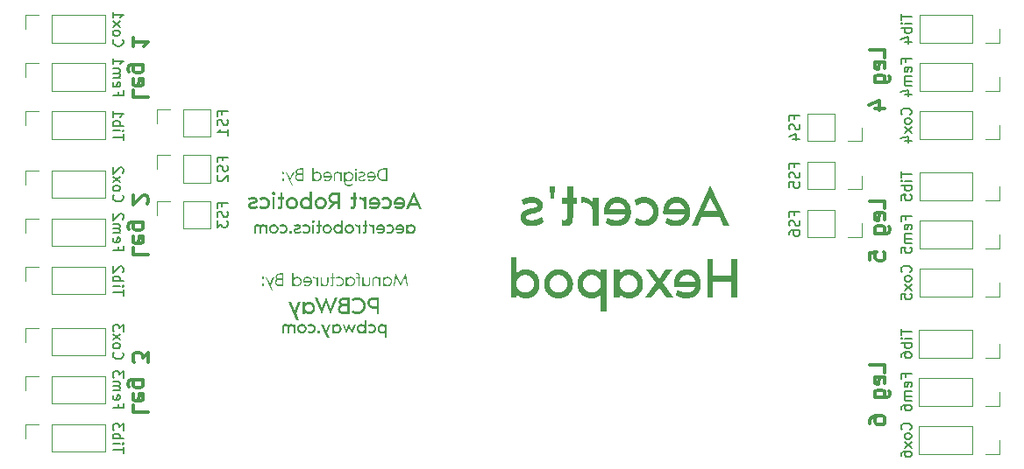
<source format=gbr>
%TF.GenerationSoftware,KiCad,Pcbnew,7.0.8*%
%TF.CreationDate,2025-02-28T20:23:41-05:00*%
%TF.ProjectId,Hexapod PCB KiCad Project,48657861-706f-4642-9050-4342204b6943,rev?*%
%TF.SameCoordinates,Original*%
%TF.FileFunction,Legend,Bot*%
%TF.FilePolarity,Positive*%
%FSLAX46Y46*%
G04 Gerber Fmt 4.6, Leading zero omitted, Abs format (unit mm)*
G04 Created by KiCad (PCBNEW 7.0.8) date 2025-02-28 20:23:41*
%MOMM*%
%LPD*%
G01*
G04 APERTURE LIST*
%ADD10C,0.150000*%
%ADD11C,0.230000*%
%ADD12C,0.300000*%
%ADD13C,0.250000*%
%ADD14C,0.120000*%
G04 APERTURE END LIST*
D10*
G36*
X131434772Y-96424500D02*
G01*
X131096301Y-96424500D01*
X131078262Y-96424331D01*
X131060462Y-96423824D01*
X131042901Y-96422979D01*
X131025579Y-96421796D01*
X131008496Y-96420275D01*
X130991651Y-96418416D01*
X130975045Y-96416219D01*
X130958678Y-96413684D01*
X130942549Y-96410811D01*
X130926659Y-96407600D01*
X130911008Y-96404052D01*
X130895596Y-96400165D01*
X130880423Y-96395940D01*
X130865488Y-96391377D01*
X130850792Y-96386477D01*
X130836335Y-96381238D01*
X130822116Y-96375661D01*
X130808137Y-96369747D01*
X130794396Y-96363494D01*
X130780894Y-96356903D01*
X130767630Y-96349975D01*
X130754605Y-96342708D01*
X130741820Y-96335104D01*
X130729272Y-96327161D01*
X130716964Y-96318881D01*
X130704894Y-96310262D01*
X130693064Y-96301306D01*
X130681471Y-96292011D01*
X130670118Y-96282379D01*
X130659003Y-96272408D01*
X130648128Y-96262100D01*
X130637491Y-96251453D01*
X130627137Y-96240530D01*
X130617112Y-96229432D01*
X130607416Y-96218158D01*
X130598049Y-96206709D01*
X130589010Y-96195084D01*
X130580301Y-96183283D01*
X130571919Y-96171307D01*
X130563867Y-96159156D01*
X130556143Y-96146829D01*
X130548747Y-96134326D01*
X130541681Y-96121648D01*
X130534943Y-96108795D01*
X130528534Y-96095766D01*
X130522453Y-96082561D01*
X130516701Y-96069181D01*
X130511278Y-96055626D01*
X130506184Y-96041895D01*
X130501418Y-96027988D01*
X130496981Y-96013906D01*
X130492872Y-95999649D01*
X130489092Y-95985216D01*
X130485641Y-95970607D01*
X130482519Y-95955823D01*
X130479725Y-95940864D01*
X130477260Y-95925729D01*
X130475123Y-95910418D01*
X130473316Y-95894932D01*
X130471837Y-95879270D01*
X130470686Y-95863433D01*
X130469865Y-95847421D01*
X130469372Y-95831233D01*
X130469207Y-95814869D01*
X130586371Y-95814869D01*
X130586503Y-95828247D01*
X130586899Y-95841470D01*
X130587559Y-95854539D01*
X130588484Y-95867453D01*
X130591126Y-95892818D01*
X130594824Y-95917566D01*
X130599580Y-95941696D01*
X130605392Y-95965208D01*
X130612260Y-95988103D01*
X130620186Y-96010380D01*
X130629168Y-96032039D01*
X130639207Y-96053081D01*
X130650303Y-96073504D01*
X130662455Y-96093311D01*
X130675664Y-96112499D01*
X130689930Y-96131070D01*
X130705253Y-96149024D01*
X130721632Y-96166359D01*
X130738905Y-96182854D01*
X130756906Y-96198284D01*
X130775637Y-96212651D01*
X130795097Y-96225953D01*
X130815287Y-96238191D01*
X130836206Y-96249365D01*
X130857854Y-96259474D01*
X130880231Y-96268520D01*
X130903338Y-96276501D01*
X130927174Y-96283418D01*
X130951739Y-96289271D01*
X130964295Y-96291799D01*
X130977034Y-96294060D01*
X130989955Y-96296055D01*
X131003058Y-96297785D01*
X131016343Y-96299248D01*
X131029811Y-96300445D01*
X131043461Y-96301376D01*
X131057293Y-96302041D01*
X131071308Y-96302440D01*
X131085505Y-96302573D01*
X131317927Y-96302573D01*
X131317927Y-95327165D01*
X131085505Y-95327165D01*
X131071308Y-95327298D01*
X131057293Y-95327697D01*
X131043461Y-95328362D01*
X131029811Y-95329294D01*
X131016343Y-95330491D01*
X131003058Y-95331954D01*
X130989955Y-95333683D01*
X130977034Y-95335679D01*
X130964295Y-95337940D01*
X130951739Y-95340467D01*
X130927174Y-95346320D01*
X130903338Y-95353237D01*
X130880231Y-95361219D01*
X130857854Y-95370264D01*
X130836206Y-95380374D01*
X130815287Y-95391548D01*
X130795097Y-95403786D01*
X130775637Y-95417088D01*
X130756906Y-95431454D01*
X130738905Y-95446885D01*
X130721632Y-95463379D01*
X130713310Y-95471970D01*
X130697459Y-95489615D01*
X130682665Y-95507877D01*
X130668928Y-95526756D01*
X130656247Y-95546254D01*
X130644623Y-95566369D01*
X130634056Y-95587102D01*
X130624545Y-95608452D01*
X130616091Y-95630420D01*
X130608694Y-95653006D01*
X130602354Y-95676210D01*
X130597070Y-95700031D01*
X130592843Y-95724469D01*
X130589673Y-95749526D01*
X130588484Y-95762286D01*
X130587559Y-95775200D01*
X130586899Y-95788269D01*
X130586503Y-95801492D01*
X130586371Y-95814869D01*
X130469207Y-95814869D01*
X130469369Y-95798409D01*
X130469853Y-95782129D01*
X130470661Y-95766030D01*
X130471792Y-95750111D01*
X130473246Y-95734373D01*
X130475023Y-95718815D01*
X130477123Y-95703437D01*
X130479546Y-95688240D01*
X130482293Y-95673224D01*
X130485362Y-95658387D01*
X130488755Y-95643732D01*
X130492470Y-95629257D01*
X130496509Y-95614962D01*
X130500871Y-95600848D01*
X130505556Y-95586914D01*
X130510564Y-95573161D01*
X130515895Y-95559588D01*
X130521549Y-95546195D01*
X130527526Y-95532983D01*
X130533827Y-95519952D01*
X130540450Y-95507101D01*
X130547397Y-95494430D01*
X130554666Y-95481940D01*
X130562259Y-95469631D01*
X130570175Y-95457501D01*
X130578414Y-95445553D01*
X130586976Y-95433784D01*
X130595861Y-95422197D01*
X130605070Y-95410789D01*
X130614601Y-95399563D01*
X130624455Y-95388516D01*
X130634633Y-95377650D01*
X130645100Y-95367043D01*
X130655822Y-95356772D01*
X130666800Y-95346838D01*
X130678033Y-95337241D01*
X130689522Y-95327981D01*
X130701267Y-95319057D01*
X130713266Y-95310471D01*
X130725522Y-95302220D01*
X130738033Y-95294307D01*
X130750799Y-95286730D01*
X130763821Y-95279490D01*
X130777098Y-95272587D01*
X130790631Y-95266021D01*
X130804419Y-95259791D01*
X130818463Y-95253898D01*
X130832763Y-95248342D01*
X130847318Y-95243122D01*
X130862128Y-95238240D01*
X130877194Y-95233694D01*
X130892515Y-95229485D01*
X130908092Y-95225612D01*
X130923924Y-95222076D01*
X130940012Y-95218877D01*
X130956356Y-95216015D01*
X130972955Y-95213489D01*
X130989809Y-95211301D01*
X131006919Y-95209448D01*
X131024284Y-95207933D01*
X131041905Y-95206755D01*
X131059781Y-95205913D01*
X131077913Y-95205408D01*
X131096301Y-95205239D01*
X131434772Y-95205239D01*
X131434772Y-96424500D01*
G37*
G36*
X129916030Y-95530895D02*
G01*
X129939809Y-95532454D01*
X129962983Y-95535052D01*
X129985551Y-95538690D01*
X130007515Y-95543367D01*
X130028872Y-95549084D01*
X130049625Y-95555840D01*
X130069772Y-95563635D01*
X130089315Y-95572470D01*
X130108251Y-95582344D01*
X130126583Y-95593257D01*
X130144309Y-95605210D01*
X130161430Y-95618202D01*
X130177946Y-95632233D01*
X130193857Y-95647304D01*
X130209162Y-95663414D01*
X130223657Y-95680274D01*
X130237217Y-95697671D01*
X130249842Y-95715607D01*
X130261532Y-95734081D01*
X130272287Y-95753094D01*
X130282106Y-95772645D01*
X130290990Y-95792734D01*
X130298939Y-95813361D01*
X130305953Y-95834527D01*
X130312032Y-95856231D01*
X130317176Y-95878473D01*
X130321384Y-95901253D01*
X130324657Y-95924572D01*
X130326995Y-95948429D01*
X130328398Y-95972825D01*
X130328865Y-95997758D01*
X130328375Y-96021178D01*
X130326906Y-96044126D01*
X130324456Y-96066602D01*
X130321027Y-96088608D01*
X130316617Y-96110142D01*
X130311228Y-96131204D01*
X130304859Y-96151796D01*
X130297511Y-96171916D01*
X130289182Y-96191565D01*
X130279874Y-96210742D01*
X130269585Y-96229448D01*
X130258317Y-96247683D01*
X130246069Y-96265446D01*
X130232842Y-96282739D01*
X130218634Y-96299560D01*
X130203447Y-96315909D01*
X130195525Y-96323840D01*
X130179185Y-96338947D01*
X130162184Y-96353047D01*
X130144519Y-96366139D01*
X130126193Y-96378225D01*
X130107204Y-96389303D01*
X130087552Y-96399374D01*
X130067239Y-96408438D01*
X130046263Y-96416495D01*
X130024625Y-96423545D01*
X130002324Y-96429588D01*
X129979361Y-96434623D01*
X129955736Y-96438652D01*
X129931449Y-96441673D01*
X129906499Y-96443687D01*
X129893776Y-96444317D01*
X129880887Y-96444695D01*
X129867832Y-96444821D01*
X129842770Y-96444389D01*
X129818305Y-96443094D01*
X129794438Y-96440936D01*
X129771169Y-96437915D01*
X129748497Y-96434030D01*
X129726424Y-96429282D01*
X129704948Y-96423671D01*
X129684070Y-96417197D01*
X129663790Y-96409859D01*
X129644108Y-96401658D01*
X129625024Y-96392594D01*
X129606537Y-96382667D01*
X129588648Y-96371876D01*
X129571357Y-96360222D01*
X129554664Y-96347705D01*
X129538569Y-96334325D01*
X129582703Y-96232403D01*
X129598129Y-96243361D01*
X129613845Y-96253612D01*
X129629851Y-96263156D01*
X129646147Y-96271993D01*
X129662733Y-96280123D01*
X129679610Y-96287546D01*
X129696777Y-96294262D01*
X129714234Y-96300271D01*
X129731982Y-96305574D01*
X129750019Y-96310169D01*
X129768347Y-96314057D01*
X129786965Y-96317239D01*
X129805874Y-96319713D01*
X129825072Y-96321481D01*
X129844561Y-96322541D01*
X129864340Y-96322894D01*
X129881745Y-96322609D01*
X129898795Y-96321753D01*
X129915491Y-96320327D01*
X129931832Y-96318330D01*
X129947818Y-96315763D01*
X129963449Y-96312625D01*
X129978726Y-96308916D01*
X129993648Y-96304637D01*
X130008215Y-96299788D01*
X130022428Y-96294368D01*
X130036286Y-96288377D01*
X130049789Y-96281816D01*
X130062937Y-96274684D01*
X130075731Y-96266982D01*
X130088170Y-96258709D01*
X130100254Y-96249866D01*
X130111800Y-96240561D01*
X130122703Y-96230904D01*
X130132964Y-96220895D01*
X130142583Y-96210534D01*
X130151559Y-96199820D01*
X130159892Y-96188754D01*
X130167583Y-96177336D01*
X130174632Y-96165565D01*
X130181038Y-96153443D01*
X130186802Y-96140968D01*
X130191923Y-96128141D01*
X130196402Y-96114961D01*
X130200238Y-96101430D01*
X130203432Y-96087546D01*
X130205983Y-96073310D01*
X130207892Y-96058721D01*
X129485544Y-96058721D01*
X129483989Y-96049103D01*
X129482254Y-96035324D01*
X129481037Y-96021181D01*
X129480336Y-96006674D01*
X129480146Y-95993948D01*
X129480259Y-95980718D01*
X129480600Y-95967660D01*
X129481167Y-95954774D01*
X129481962Y-95942059D01*
X129482441Y-95936795D01*
X129598897Y-95936795D01*
X130207892Y-95936795D01*
X130206924Y-95923302D01*
X130205372Y-95909970D01*
X130203233Y-95896800D01*
X130200510Y-95883790D01*
X130197200Y-95870942D01*
X130193306Y-95858255D01*
X130188826Y-95845729D01*
X130183761Y-95833365D01*
X130178110Y-95821161D01*
X130171874Y-95809119D01*
X130165052Y-95797239D01*
X130157645Y-95785519D01*
X130149652Y-95773961D01*
X130141075Y-95762564D01*
X130131911Y-95751328D01*
X130122163Y-95740253D01*
X130111832Y-95729603D01*
X130101003Y-95719639D01*
X130089676Y-95710363D01*
X130077849Y-95701774D01*
X130065524Y-95693872D01*
X130052701Y-95686658D01*
X130039379Y-95680130D01*
X130025558Y-95674289D01*
X130011239Y-95669136D01*
X129996421Y-95664670D01*
X129981105Y-95660890D01*
X129965290Y-95657798D01*
X129948976Y-95655393D01*
X129932164Y-95653676D01*
X129914853Y-95652645D01*
X129897044Y-95652301D01*
X129879488Y-95652645D01*
X129862460Y-95653676D01*
X129845960Y-95655393D01*
X129829989Y-95657798D01*
X129814546Y-95660890D01*
X129799631Y-95664670D01*
X129785245Y-95669136D01*
X129771387Y-95674289D01*
X129758058Y-95680130D01*
X129745257Y-95686658D01*
X129732984Y-95693872D01*
X129721239Y-95701774D01*
X129710023Y-95710363D01*
X129699336Y-95719639D01*
X129689177Y-95729603D01*
X129679546Y-95740253D01*
X129670449Y-95751328D01*
X129661894Y-95762564D01*
X129653879Y-95773961D01*
X129646405Y-95785519D01*
X129639472Y-95797239D01*
X129633079Y-95809119D01*
X129627228Y-95821161D01*
X129621917Y-95833365D01*
X129617146Y-95845729D01*
X129612917Y-95858255D01*
X129609228Y-95870942D01*
X129606080Y-95883790D01*
X129603473Y-95896800D01*
X129601407Y-95909970D01*
X129599881Y-95923302D01*
X129598897Y-95936795D01*
X129482441Y-95936795D01*
X129484231Y-95917145D01*
X129487409Y-95892919D01*
X129491495Y-95869379D01*
X129496488Y-95846527D01*
X129502389Y-95824361D01*
X129509199Y-95802883D01*
X129516916Y-95782092D01*
X129525541Y-95761988D01*
X129535074Y-95742571D01*
X129545514Y-95723842D01*
X129556863Y-95705799D01*
X129569120Y-95688444D01*
X129582284Y-95671775D01*
X129596357Y-95655794D01*
X129611128Y-95640607D01*
X129626392Y-95626399D01*
X129642146Y-95613171D01*
X129658391Y-95600923D01*
X129675128Y-95589655D01*
X129692355Y-95579367D01*
X129710074Y-95570059D01*
X129728284Y-95561730D01*
X129746986Y-95554381D01*
X129766178Y-95548012D01*
X129785861Y-95542623D01*
X129806036Y-95538214D01*
X129826702Y-95534785D01*
X129847859Y-95532335D01*
X129869507Y-95530865D01*
X129891646Y-95530375D01*
X129916030Y-95530895D01*
G37*
G36*
X128960690Y-95914569D02*
G01*
X128940293Y-95919017D01*
X128920698Y-95923708D01*
X128901904Y-95928642D01*
X128883911Y-95933819D01*
X128866719Y-95939239D01*
X128850329Y-95944902D01*
X128834739Y-95950808D01*
X128819951Y-95956958D01*
X128805964Y-95963350D01*
X128792779Y-95969986D01*
X128780395Y-95976864D01*
X128768811Y-95983986D01*
X128758030Y-95991351D01*
X128743359Y-96002854D01*
X128730491Y-96014904D01*
X128719029Y-96027529D01*
X128708694Y-96040757D01*
X128699487Y-96054588D01*
X128691407Y-96069021D01*
X128684455Y-96084057D01*
X128678630Y-96099696D01*
X128673932Y-96115937D01*
X128670362Y-96132782D01*
X128667919Y-96150229D01*
X128666604Y-96168279D01*
X128666353Y-96180647D01*
X128666693Y-96194025D01*
X128667712Y-96207170D01*
X128669412Y-96220081D01*
X128671791Y-96232760D01*
X128674849Y-96245205D01*
X128678587Y-96257417D01*
X128683005Y-96269396D01*
X128688103Y-96281141D01*
X128693880Y-96292654D01*
X128700337Y-96303933D01*
X128707474Y-96314979D01*
X128715290Y-96325792D01*
X128723786Y-96336372D01*
X128732962Y-96346718D01*
X128742817Y-96356831D01*
X128753352Y-96366712D01*
X128764434Y-96376170D01*
X128776010Y-96385018D01*
X128788079Y-96393256D01*
X128800642Y-96400884D01*
X128813699Y-96407902D01*
X128827249Y-96414309D01*
X128841293Y-96420106D01*
X128855831Y-96425293D01*
X128870862Y-96429870D01*
X128886387Y-96433836D01*
X128902405Y-96437193D01*
X128918917Y-96439939D01*
X128935923Y-96442074D01*
X128953422Y-96443600D01*
X128971415Y-96444515D01*
X128989902Y-96444821D01*
X129004469Y-96444651D01*
X129018880Y-96444141D01*
X129033135Y-96443291D01*
X129047233Y-96442102D01*
X129061175Y-96440572D01*
X129074961Y-96438703D01*
X129088591Y-96436494D01*
X129102064Y-96433946D01*
X129115381Y-96431057D01*
X129128542Y-96427828D01*
X129141546Y-96424260D01*
X129154395Y-96420352D01*
X129167087Y-96416104D01*
X129179622Y-96411516D01*
X129192002Y-96406588D01*
X129204225Y-96401321D01*
X129216102Y-96395851D01*
X129233062Y-96387675D01*
X129248994Y-96379531D01*
X129263900Y-96371422D01*
X129277779Y-96363345D01*
X129290631Y-96355303D01*
X129302456Y-96347294D01*
X129313254Y-96339318D01*
X129326054Y-96328736D01*
X129337028Y-96318213D01*
X129339486Y-96315592D01*
X129288049Y-96209859D01*
X129279147Y-96219260D01*
X129269586Y-96228292D01*
X129259366Y-96236956D01*
X129248488Y-96245252D01*
X129236952Y-96253179D01*
X129224757Y-96260738D01*
X129211903Y-96267929D01*
X129198390Y-96274751D01*
X129184219Y-96281205D01*
X129169390Y-96287291D01*
X129159137Y-96291143D01*
X129143548Y-96296494D01*
X129127975Y-96301353D01*
X129112419Y-96305721D01*
X129096880Y-96309599D01*
X129081357Y-96312985D01*
X129065851Y-96315879D01*
X129050362Y-96318283D01*
X129034890Y-96320196D01*
X129019434Y-96321617D01*
X129003995Y-96322547D01*
X128993712Y-96322894D01*
X128978122Y-96322922D01*
X128962907Y-96322292D01*
X128948065Y-96321002D01*
X128933597Y-96319055D01*
X128919503Y-96316448D01*
X128905783Y-96313183D01*
X128892438Y-96309259D01*
X128879466Y-96304677D01*
X128866868Y-96299436D01*
X128854644Y-96293537D01*
X128846702Y-96289238D01*
X128835410Y-96282291D01*
X128822082Y-96272160D01*
X128810728Y-96261037D01*
X128801349Y-96248922D01*
X128793944Y-96235815D01*
X128788514Y-96221715D01*
X128785059Y-96206623D01*
X128783578Y-96190539D01*
X128783516Y-96186363D01*
X128784301Y-96172511D01*
X128786657Y-96159215D01*
X128790582Y-96146475D01*
X128796078Y-96134290D01*
X128803144Y-96122661D01*
X128811780Y-96111588D01*
X128821987Y-96101070D01*
X128833763Y-96091108D01*
X128847110Y-96081702D01*
X128862027Y-96072851D01*
X128878514Y-96064556D01*
X128896572Y-96056816D01*
X128916199Y-96049633D01*
X128937397Y-96043004D01*
X128960165Y-96036932D01*
X128984504Y-96031415D01*
X129007799Y-96026766D01*
X129030137Y-96021949D01*
X129051517Y-96016963D01*
X129071940Y-96011808D01*
X129091405Y-96006485D01*
X129109913Y-96000993D01*
X129127463Y-95995332D01*
X129144055Y-95989503D01*
X129159691Y-95983505D01*
X129174368Y-95977338D01*
X129188088Y-95971003D01*
X129200851Y-95964499D01*
X129212656Y-95957826D01*
X129223504Y-95950984D01*
X129237980Y-95940406D01*
X129242327Y-95936795D01*
X129254413Y-95925473D01*
X129265310Y-95913413D01*
X129275019Y-95900617D01*
X129283539Y-95887084D01*
X129290870Y-95872815D01*
X129297012Y-95857808D01*
X129301966Y-95842065D01*
X129305730Y-95825586D01*
X129308306Y-95808369D01*
X129309693Y-95790416D01*
X129309957Y-95778038D01*
X129309611Y-95764238D01*
X129308573Y-95750781D01*
X129306843Y-95737666D01*
X129304421Y-95724893D01*
X129301306Y-95712463D01*
X129295337Y-95694460D01*
X129287811Y-95677226D01*
X129278727Y-95660763D01*
X129268086Y-95645070D01*
X129260127Y-95635036D01*
X129251476Y-95625345D01*
X129242133Y-95615995D01*
X129232098Y-95606988D01*
X129221371Y-95598324D01*
X129210027Y-95590096D01*
X129198222Y-95582398D01*
X129185955Y-95575232D01*
X129173227Y-95568596D01*
X129160038Y-95562492D01*
X129146387Y-95556918D01*
X129132275Y-95551875D01*
X129117702Y-95547362D01*
X129102667Y-95543381D01*
X129087171Y-95539931D01*
X129071213Y-95537011D01*
X129054794Y-95534622D01*
X129037913Y-95532764D01*
X129020572Y-95531437D01*
X129002768Y-95530641D01*
X128984504Y-95530375D01*
X128965366Y-95530718D01*
X128946372Y-95531745D01*
X128927522Y-95533456D01*
X128908816Y-95535852D01*
X128890254Y-95538933D01*
X128871835Y-95542699D01*
X128853561Y-95547149D01*
X128835430Y-95552284D01*
X128817443Y-95558103D01*
X128799601Y-95564607D01*
X128781902Y-95571796D01*
X128764346Y-95579670D01*
X128746935Y-95588228D01*
X128729668Y-95597470D01*
X128712544Y-95607398D01*
X128695565Y-95618010D01*
X128739382Y-95725330D01*
X128750113Y-95717896D01*
X128762860Y-95710477D01*
X128774509Y-95704554D01*
X128787448Y-95698640D01*
X128801677Y-95692736D01*
X128817195Y-95686842D01*
X128829681Y-95682428D01*
X128842892Y-95678020D01*
X128856367Y-95673748D01*
X128869764Y-95669860D01*
X128883083Y-95666358D01*
X128896324Y-95663241D01*
X128909486Y-95660509D01*
X128922571Y-95658162D01*
X128935577Y-95656200D01*
X128948505Y-95654623D01*
X128961356Y-95653432D01*
X128974128Y-95652625D01*
X128982599Y-95652301D01*
X128995550Y-95652080D01*
X129020220Y-95652452D01*
X129043245Y-95653911D01*
X129064625Y-95656456D01*
X129084360Y-95660087D01*
X129102451Y-95664805D01*
X129118898Y-95670610D01*
X129133699Y-95677501D01*
X129146856Y-95685479D01*
X129158369Y-95694543D01*
X129168237Y-95704693D01*
X129176460Y-95715930D01*
X129183038Y-95728254D01*
X129187972Y-95741664D01*
X129191261Y-95756161D01*
X129192906Y-95771744D01*
X129193112Y-95779943D01*
X129191802Y-95794211D01*
X129187873Y-95807805D01*
X129181324Y-95820724D01*
X129173445Y-95831474D01*
X129172156Y-95832968D01*
X129161952Y-95842867D01*
X129151779Y-95850748D01*
X129140289Y-95858071D01*
X129127482Y-95864836D01*
X129115803Y-95870046D01*
X129110875Y-95872022D01*
X129098498Y-95876614D01*
X129084240Y-95881675D01*
X129070629Y-95886244D01*
X129057665Y-95890322D01*
X129045349Y-95893909D01*
X129039434Y-95895518D01*
X129025030Y-95899252D01*
X129011427Y-95902645D01*
X128996662Y-95906217D01*
X128983472Y-95909330D01*
X128969475Y-95912567D01*
X128960690Y-95914569D01*
G37*
G36*
X128349790Y-95378603D02*
G01*
X128359511Y-95387201D01*
X128371953Y-95395595D01*
X128385244Y-95401891D01*
X128399384Y-95406088D01*
X128414372Y-95408187D01*
X128422184Y-95408449D01*
X128435002Y-95407721D01*
X128449647Y-95404922D01*
X128463489Y-95400026D01*
X128476527Y-95393031D01*
X128488761Y-95383937D01*
X128494577Y-95378603D01*
X128503267Y-95368897D01*
X128511751Y-95356514D01*
X128518113Y-95343328D01*
X128522355Y-95329337D01*
X128524476Y-95314543D01*
X128524741Y-95306844D01*
X128524005Y-95294133D01*
X128521177Y-95279636D01*
X128516228Y-95265966D01*
X128509158Y-95253121D01*
X128499968Y-95241103D01*
X128494577Y-95235403D01*
X128484773Y-95226713D01*
X128472270Y-95218230D01*
X128458964Y-95211867D01*
X128444855Y-95207625D01*
X128429942Y-95205504D01*
X128422184Y-95205239D01*
X128409281Y-95205976D01*
X128394576Y-95208804D01*
X128380720Y-95213752D01*
X128367712Y-95220822D01*
X128355552Y-95230013D01*
X128349790Y-95235403D01*
X128341100Y-95245017D01*
X128332616Y-95257311D01*
X128326254Y-95270431D01*
X128322012Y-95284377D01*
X128319891Y-95299149D01*
X128319626Y-95306844D01*
X128320362Y-95319563D01*
X128323190Y-95334090D01*
X128328139Y-95347812D01*
X128335209Y-95360731D01*
X128344399Y-95372847D01*
X128349790Y-95378603D01*
G37*
G36*
X128480606Y-96424500D02*
G01*
X128480606Y-95550696D01*
X128363761Y-95550696D01*
X128363761Y-96424500D01*
X128480606Y-96424500D01*
G37*
G36*
X127745698Y-95530902D02*
G01*
X127768582Y-95532484D01*
X127791033Y-95535119D01*
X127813049Y-95538809D01*
X127834632Y-95543553D01*
X127855780Y-95549352D01*
X127876494Y-95556204D01*
X127896774Y-95564111D01*
X127916620Y-95573072D01*
X127936032Y-95583088D01*
X127955010Y-95594157D01*
X127973554Y-95606281D01*
X127991663Y-95619460D01*
X128009339Y-95633692D01*
X128026580Y-95648979D01*
X128043387Y-95665319D01*
X128059459Y-95682355D01*
X128074494Y-95699805D01*
X128088492Y-95717669D01*
X128101453Y-95735947D01*
X128113377Y-95754639D01*
X128124264Y-95773746D01*
X128134115Y-95793267D01*
X128142928Y-95813202D01*
X128150705Y-95833552D01*
X128157445Y-95854316D01*
X128163148Y-95875494D01*
X128167814Y-95897086D01*
X128171443Y-95919093D01*
X128174035Y-95941513D01*
X128175590Y-95964349D01*
X128176109Y-95987598D01*
X128175590Y-96010848D01*
X128174035Y-96033687D01*
X128171443Y-96056114D01*
X128167814Y-96078130D01*
X128163148Y-96099733D01*
X128157445Y-96120925D01*
X128150705Y-96141705D01*
X128142928Y-96162073D01*
X128134115Y-96182029D01*
X128124264Y-96201574D01*
X128113377Y-96220707D01*
X128101453Y-96239428D01*
X128088492Y-96257737D01*
X128074494Y-96275634D01*
X128059459Y-96293120D01*
X128043387Y-96310194D01*
X128026580Y-96326496D01*
X128009339Y-96341747D01*
X127991663Y-96355946D01*
X127973554Y-96369093D01*
X127955010Y-96381188D01*
X127936032Y-96392232D01*
X127916620Y-96402224D01*
X127896774Y-96411164D01*
X127876494Y-96419052D01*
X127855780Y-96425889D01*
X127834632Y-96431673D01*
X127813049Y-96436406D01*
X127791033Y-96440088D01*
X127768582Y-96442717D01*
X127745698Y-96444295D01*
X127722379Y-96444821D01*
X127709208Y-96444650D01*
X127696209Y-96444138D01*
X127683380Y-96443286D01*
X127670723Y-96442092D01*
X127645922Y-96438681D01*
X127621806Y-96433906D01*
X127598374Y-96427766D01*
X127575627Y-96420263D01*
X127553565Y-96411395D01*
X127532187Y-96401162D01*
X127511494Y-96389565D01*
X127491485Y-96376604D01*
X127472162Y-96362279D01*
X127453522Y-96346589D01*
X127435568Y-96329535D01*
X127418298Y-96311117D01*
X127409920Y-96301396D01*
X127401713Y-96291334D01*
X127393677Y-96280931D01*
X127385812Y-96270187D01*
X127385812Y-96396241D01*
X127386169Y-96420691D01*
X127387241Y-96444349D01*
X127389027Y-96467217D01*
X127391528Y-96489293D01*
X127394742Y-96510577D01*
X127398672Y-96531071D01*
X127403315Y-96550773D01*
X127408673Y-96569684D01*
X127414746Y-96587803D01*
X127421533Y-96605131D01*
X127429034Y-96621668D01*
X127437250Y-96637414D01*
X127446180Y-96652368D01*
X127455824Y-96666531D01*
X127466183Y-96679902D01*
X127477257Y-96692483D01*
X127488959Y-96704325D01*
X127501204Y-96715403D01*
X127513993Y-96725718D01*
X127527325Y-96735268D01*
X127541200Y-96744054D01*
X127555619Y-96752076D01*
X127570580Y-96759335D01*
X127586085Y-96765829D01*
X127602133Y-96771559D01*
X127618725Y-96776525D01*
X127635860Y-96780727D01*
X127653538Y-96784165D01*
X127671759Y-96786839D01*
X127690523Y-96788750D01*
X127709831Y-96789896D01*
X127729682Y-96790278D01*
X127754226Y-96789772D01*
X127778485Y-96788253D01*
X127802459Y-96785723D01*
X127826147Y-96782181D01*
X127849550Y-96777627D01*
X127872668Y-96772060D01*
X127895501Y-96765482D01*
X127918048Y-96757891D01*
X127940310Y-96749288D01*
X127962287Y-96739674D01*
X127983978Y-96729047D01*
X128005385Y-96717408D01*
X128026506Y-96704757D01*
X128047341Y-96691094D01*
X128067892Y-96676418D01*
X128078060Y-96668701D01*
X128088157Y-96660731D01*
X128146580Y-96761384D01*
X128135215Y-96770663D01*
X128123742Y-96779647D01*
X128112163Y-96788337D01*
X128100476Y-96796732D01*
X128088681Y-96804833D01*
X128076780Y-96812639D01*
X128064771Y-96820150D01*
X128052655Y-96827367D01*
X128040431Y-96834290D01*
X128028101Y-96840918D01*
X128015663Y-96847251D01*
X128003117Y-96853290D01*
X127990465Y-96859034D01*
X127977705Y-96864483D01*
X127964838Y-96869638D01*
X127951863Y-96874499D01*
X127938782Y-96879064D01*
X127925593Y-96883336D01*
X127912296Y-96887312D01*
X127898893Y-96890995D01*
X127885382Y-96894382D01*
X127871764Y-96897475D01*
X127858038Y-96900274D01*
X127844206Y-96902777D01*
X127830266Y-96904987D01*
X127816218Y-96906901D01*
X127802064Y-96908521D01*
X127787802Y-96909847D01*
X127773433Y-96910878D01*
X127758956Y-96911614D01*
X127744373Y-96912056D01*
X127729682Y-96912204D01*
X127716065Y-96912072D01*
X127702642Y-96911678D01*
X127689412Y-96911020D01*
X127676374Y-96910100D01*
X127663529Y-96908917D01*
X127650877Y-96907471D01*
X127626152Y-96903789D01*
X127602198Y-96899056D01*
X127579016Y-96893272D01*
X127556605Y-96886435D01*
X127534965Y-96878547D01*
X127514097Y-96869607D01*
X127494001Y-96859615D01*
X127474676Y-96848571D01*
X127456122Y-96836476D01*
X127438340Y-96823329D01*
X127421329Y-96809130D01*
X127405090Y-96793879D01*
X127389622Y-96777577D01*
X127382199Y-96769051D01*
X127368060Y-96751211D01*
X127354863Y-96732319D01*
X127342609Y-96712375D01*
X127331298Y-96691379D01*
X127320929Y-96669331D01*
X127311502Y-96646232D01*
X127307143Y-96634288D01*
X127303019Y-96622081D01*
X127299130Y-96609611D01*
X127295478Y-96596878D01*
X127292061Y-96583882D01*
X127288879Y-96570624D01*
X127285934Y-96557102D01*
X127283224Y-96543317D01*
X127280749Y-96529270D01*
X127278511Y-96514959D01*
X127276507Y-96500386D01*
X127274740Y-96485549D01*
X127273208Y-96470450D01*
X127271912Y-96455088D01*
X127270852Y-96439462D01*
X127270027Y-96423574D01*
X127269438Y-96407423D01*
X127269084Y-96391009D01*
X127268966Y-96374332D01*
X127268966Y-95987598D01*
X127385812Y-95987598D01*
X127386198Y-96004746D01*
X127387355Y-96021582D01*
X127389284Y-96038105D01*
X127391984Y-96054316D01*
X127395456Y-96070214D01*
X127399699Y-96085800D01*
X127404713Y-96101073D01*
X127410499Y-96116033D01*
X127417057Y-96130681D01*
X127424385Y-96145016D01*
X127432486Y-96159039D01*
X127441358Y-96172749D01*
X127451001Y-96186147D01*
X127461416Y-96199232D01*
X127472602Y-96212005D01*
X127484560Y-96224465D01*
X127497061Y-96236384D01*
X127509877Y-96247534D01*
X127523008Y-96257915D01*
X127536454Y-96267528D01*
X127550215Y-96276371D01*
X127564291Y-96284445D01*
X127578682Y-96291751D01*
X127593388Y-96298287D01*
X127608409Y-96304054D01*
X127623746Y-96309053D01*
X127639397Y-96313282D01*
X127655363Y-96316743D01*
X127671645Y-96319434D01*
X127688241Y-96321357D01*
X127705152Y-96322510D01*
X127722379Y-96322894D01*
X127739605Y-96322510D01*
X127756517Y-96321357D01*
X127773113Y-96319434D01*
X127789395Y-96316743D01*
X127805361Y-96313282D01*
X127821012Y-96309053D01*
X127836348Y-96304054D01*
X127851370Y-96298287D01*
X127866076Y-96291751D01*
X127880467Y-96284445D01*
X127894543Y-96276371D01*
X127908304Y-96267528D01*
X127921750Y-96257915D01*
X127934881Y-96247534D01*
X127947697Y-96236384D01*
X127960198Y-96224465D01*
X127972156Y-96212005D01*
X127983342Y-96199232D01*
X127993757Y-96186147D01*
X128003400Y-96172749D01*
X128012272Y-96159039D01*
X128020372Y-96145016D01*
X128027701Y-96130681D01*
X128034259Y-96116033D01*
X128040045Y-96101073D01*
X128045059Y-96085800D01*
X128049302Y-96070214D01*
X128052774Y-96054316D01*
X128055474Y-96038105D01*
X128057403Y-96021582D01*
X128058560Y-96004746D01*
X128058946Y-95987598D01*
X128058560Y-95970450D01*
X128057403Y-95953614D01*
X128055474Y-95937091D01*
X128052774Y-95920880D01*
X128049302Y-95904982D01*
X128045059Y-95889396D01*
X128040045Y-95874123D01*
X128034259Y-95859163D01*
X128027701Y-95844515D01*
X128020372Y-95830180D01*
X128012272Y-95816157D01*
X128003400Y-95802447D01*
X127993757Y-95789049D01*
X127983342Y-95775964D01*
X127972156Y-95763191D01*
X127960198Y-95750731D01*
X127947697Y-95738812D01*
X127934881Y-95727662D01*
X127921750Y-95717280D01*
X127908304Y-95707668D01*
X127894543Y-95698825D01*
X127880467Y-95690750D01*
X127866076Y-95683445D01*
X127851370Y-95676909D01*
X127836348Y-95671141D01*
X127821012Y-95666143D01*
X127805361Y-95661914D01*
X127789395Y-95658453D01*
X127773113Y-95655762D01*
X127756517Y-95653839D01*
X127739605Y-95652686D01*
X127722379Y-95652301D01*
X127705152Y-95652686D01*
X127688241Y-95653839D01*
X127671645Y-95655762D01*
X127655363Y-95658453D01*
X127639397Y-95661914D01*
X127623746Y-95666143D01*
X127608409Y-95671141D01*
X127593388Y-95676909D01*
X127578682Y-95683445D01*
X127564291Y-95690750D01*
X127550215Y-95698825D01*
X127536454Y-95707668D01*
X127523008Y-95717280D01*
X127509877Y-95727662D01*
X127497061Y-95738812D01*
X127484560Y-95750731D01*
X127472602Y-95763191D01*
X127461416Y-95775964D01*
X127451001Y-95789049D01*
X127441358Y-95802447D01*
X127432486Y-95816157D01*
X127424385Y-95830180D01*
X127417057Y-95844515D01*
X127410499Y-95859163D01*
X127404713Y-95874123D01*
X127399699Y-95889396D01*
X127395456Y-95904982D01*
X127391984Y-95920880D01*
X127389284Y-95937091D01*
X127387355Y-95953614D01*
X127386198Y-95970450D01*
X127385812Y-95987598D01*
X127268966Y-95987598D01*
X127268966Y-95550696D01*
X127385812Y-95550696D01*
X127385812Y-95705009D01*
X127393677Y-95694265D01*
X127401713Y-95683862D01*
X127409920Y-95673800D01*
X127418298Y-95664079D01*
X127435568Y-95645661D01*
X127453522Y-95628607D01*
X127472162Y-95612917D01*
X127491485Y-95598592D01*
X127511494Y-95585630D01*
X127532187Y-95574034D01*
X127553565Y-95563801D01*
X127575627Y-95554933D01*
X127598374Y-95547429D01*
X127621806Y-95541290D01*
X127645922Y-95536515D01*
X127670723Y-95533104D01*
X127683380Y-95531910D01*
X127696209Y-95531057D01*
X127709208Y-95530546D01*
X127722379Y-95530375D01*
X127745698Y-95530902D01*
G37*
G36*
X126620599Y-95530375D02*
G01*
X126597890Y-95530773D01*
X126575959Y-95531968D01*
X126554807Y-95533958D01*
X126534434Y-95536745D01*
X126514839Y-95540329D01*
X126496024Y-95544708D01*
X126477988Y-95549884D01*
X126460730Y-95555856D01*
X126444252Y-95562624D01*
X126428552Y-95570189D01*
X126413631Y-95578550D01*
X126399489Y-95587707D01*
X126386126Y-95597660D01*
X126373542Y-95608410D01*
X126361737Y-95619956D01*
X126350711Y-95632298D01*
X126340407Y-95645382D01*
X126330767Y-95659232D01*
X126321792Y-95673849D01*
X126313482Y-95689232D01*
X126305837Y-95705382D01*
X126298857Y-95722299D01*
X126292541Y-95739982D01*
X126286890Y-95758431D01*
X126281904Y-95777647D01*
X126277583Y-95797629D01*
X126273927Y-95818378D01*
X126270935Y-95839894D01*
X126268608Y-95862175D01*
X126266946Y-95885224D01*
X126265949Y-95909039D01*
X126265617Y-95933620D01*
X126265617Y-96424500D01*
X126382780Y-96424500D01*
X126382780Y-95907266D01*
X126383009Y-95891580D01*
X126383694Y-95876392D01*
X126384837Y-95861701D01*
X126386437Y-95847509D01*
X126388493Y-95833815D01*
X126391007Y-95820618D01*
X126393978Y-95807920D01*
X126401291Y-95784017D01*
X126410432Y-95762106D01*
X126421401Y-95742186D01*
X126434198Y-95724259D01*
X126448824Y-95708324D01*
X126465277Y-95694381D01*
X126483559Y-95682429D01*
X126503670Y-95672469D01*
X126525608Y-95664502D01*
X126549375Y-95658526D01*
X126561943Y-95656285D01*
X126574969Y-95654542D01*
X126588452Y-95653297D01*
X126602392Y-95652550D01*
X126616789Y-95652301D01*
X126630450Y-95652587D01*
X126643967Y-95653442D01*
X126657339Y-95654869D01*
X126670568Y-95656866D01*
X126683654Y-95659433D01*
X126696595Y-95662571D01*
X126709392Y-95666279D01*
X126722046Y-95670558D01*
X126734555Y-95675408D01*
X126746921Y-95680828D01*
X126759143Y-95686819D01*
X126771221Y-95693380D01*
X126783155Y-95700512D01*
X126794945Y-95708214D01*
X126806592Y-95716487D01*
X126818094Y-95725330D01*
X126829168Y-95734590D01*
X126839526Y-95744192D01*
X126849171Y-95754137D01*
X126858101Y-95764424D01*
X126866317Y-95775053D01*
X126873818Y-95786025D01*
X126880605Y-95797339D01*
X126886678Y-95808995D01*
X126892036Y-95820994D01*
X126896679Y-95833335D01*
X126900609Y-95846018D01*
X126903823Y-95859044D01*
X126906324Y-95872412D01*
X126908110Y-95886122D01*
X126909182Y-95900174D01*
X126909539Y-95914569D01*
X126909539Y-96424500D01*
X127026384Y-96424500D01*
X127026384Y-95550696D01*
X126909539Y-95550696D01*
X126909539Y-95685005D01*
X126902290Y-95673811D01*
X126894238Y-95662851D01*
X126885383Y-95652126D01*
X126875723Y-95641635D01*
X126865260Y-95631378D01*
X126853993Y-95621356D01*
X126841923Y-95611568D01*
X126829048Y-95602015D01*
X126815370Y-95592696D01*
X126800889Y-95583611D01*
X126790788Y-95577685D01*
X126775264Y-95569230D01*
X126759651Y-95561607D01*
X126743949Y-95554816D01*
X126728158Y-95548856D01*
X126712277Y-95543727D01*
X126696307Y-95539431D01*
X126680248Y-95535966D01*
X126664099Y-95533332D01*
X126647861Y-95531530D01*
X126631534Y-95530560D01*
X126620599Y-95530375D01*
G37*
G36*
X125682911Y-95530895D02*
G01*
X125706690Y-95532454D01*
X125729864Y-95535052D01*
X125752432Y-95538690D01*
X125774395Y-95543367D01*
X125795753Y-95549084D01*
X125816506Y-95555840D01*
X125836653Y-95563635D01*
X125856195Y-95572470D01*
X125875132Y-95582344D01*
X125893464Y-95593257D01*
X125911190Y-95605210D01*
X125928311Y-95618202D01*
X125944827Y-95632233D01*
X125960737Y-95647304D01*
X125976043Y-95663414D01*
X125990538Y-95680274D01*
X126004098Y-95697671D01*
X126016723Y-95715607D01*
X126028413Y-95734081D01*
X126039167Y-95753094D01*
X126048987Y-95772645D01*
X126057871Y-95792734D01*
X126065820Y-95813361D01*
X126072834Y-95834527D01*
X126078913Y-95856231D01*
X126084056Y-95878473D01*
X126088265Y-95901253D01*
X126091538Y-95924572D01*
X126093876Y-95948429D01*
X126095278Y-95972825D01*
X126095746Y-95997758D01*
X126095256Y-96021178D01*
X126093786Y-96044126D01*
X126091337Y-96066602D01*
X126087907Y-96088608D01*
X126083498Y-96110142D01*
X126078109Y-96131204D01*
X126071740Y-96151796D01*
X126064391Y-96171916D01*
X126056063Y-96191565D01*
X126046754Y-96210742D01*
X126036466Y-96229448D01*
X126025198Y-96247683D01*
X126012950Y-96265446D01*
X125999722Y-96282739D01*
X125985515Y-96299560D01*
X125970327Y-96315909D01*
X125962406Y-96323840D01*
X125946066Y-96338947D01*
X125929064Y-96353047D01*
X125911400Y-96366139D01*
X125893073Y-96378225D01*
X125874084Y-96389303D01*
X125854433Y-96399374D01*
X125834120Y-96408438D01*
X125813144Y-96416495D01*
X125791505Y-96423545D01*
X125769205Y-96429588D01*
X125746242Y-96434623D01*
X125722617Y-96438652D01*
X125698329Y-96441673D01*
X125673380Y-96443687D01*
X125660656Y-96444317D01*
X125647768Y-96444695D01*
X125634713Y-96444821D01*
X125609651Y-96444389D01*
X125585186Y-96443094D01*
X125561319Y-96440936D01*
X125538049Y-96437915D01*
X125515378Y-96434030D01*
X125493305Y-96429282D01*
X125471829Y-96423671D01*
X125450951Y-96417197D01*
X125430671Y-96409859D01*
X125410989Y-96401658D01*
X125391904Y-96392594D01*
X125373418Y-96382667D01*
X125355529Y-96371876D01*
X125338238Y-96360222D01*
X125321545Y-96347705D01*
X125305449Y-96334325D01*
X125349584Y-96232403D01*
X125365010Y-96243361D01*
X125380725Y-96253612D01*
X125396731Y-96263156D01*
X125413028Y-96271993D01*
X125429614Y-96280123D01*
X125446491Y-96287546D01*
X125463658Y-96294262D01*
X125481115Y-96300271D01*
X125498862Y-96305574D01*
X125516900Y-96310169D01*
X125535228Y-96314057D01*
X125553846Y-96317239D01*
X125572754Y-96319713D01*
X125591953Y-96321481D01*
X125611441Y-96322541D01*
X125631220Y-96322894D01*
X125648626Y-96322609D01*
X125665676Y-96321753D01*
X125682372Y-96320327D01*
X125698712Y-96318330D01*
X125714699Y-96315763D01*
X125730330Y-96312625D01*
X125745607Y-96308916D01*
X125760529Y-96304637D01*
X125775096Y-96299788D01*
X125789309Y-96294368D01*
X125803166Y-96288377D01*
X125816670Y-96281816D01*
X125829818Y-96274684D01*
X125842612Y-96266982D01*
X125855050Y-96258709D01*
X125867135Y-96249866D01*
X125878681Y-96240561D01*
X125889584Y-96230904D01*
X125899845Y-96220895D01*
X125909463Y-96210534D01*
X125918439Y-96199820D01*
X125926773Y-96188754D01*
X125934464Y-96177336D01*
X125941513Y-96165565D01*
X125947919Y-96153443D01*
X125953682Y-96140968D01*
X125958804Y-96128141D01*
X125963282Y-96114961D01*
X125967119Y-96101430D01*
X125970312Y-96087546D01*
X125972864Y-96073310D01*
X125974772Y-96058721D01*
X125252424Y-96058721D01*
X125250869Y-96049103D01*
X125249135Y-96035324D01*
X125247917Y-96021181D01*
X125247216Y-96006674D01*
X125247026Y-95993948D01*
X125247140Y-95980718D01*
X125247480Y-95967660D01*
X125248048Y-95954774D01*
X125248842Y-95942059D01*
X125249322Y-95936795D01*
X125365777Y-95936795D01*
X125974772Y-95936795D01*
X125973805Y-95923302D01*
X125972252Y-95909970D01*
X125970114Y-95896800D01*
X125967390Y-95883790D01*
X125964081Y-95870942D01*
X125960187Y-95858255D01*
X125955707Y-95845729D01*
X125950641Y-95833365D01*
X125944991Y-95821161D01*
X125938754Y-95809119D01*
X125931933Y-95797239D01*
X125924526Y-95785519D01*
X125916533Y-95773961D01*
X125907955Y-95762564D01*
X125898792Y-95751328D01*
X125889043Y-95740253D01*
X125878713Y-95729603D01*
X125867884Y-95719639D01*
X125856556Y-95710363D01*
X125844730Y-95701774D01*
X125832405Y-95693872D01*
X125819582Y-95686658D01*
X125806260Y-95680130D01*
X125792439Y-95674289D01*
X125778120Y-95669136D01*
X125763302Y-95664670D01*
X125747986Y-95660890D01*
X125732171Y-95657798D01*
X125715857Y-95655393D01*
X125699045Y-95653676D01*
X125681734Y-95652645D01*
X125663925Y-95652301D01*
X125646368Y-95652645D01*
X125629340Y-95653676D01*
X125612841Y-95655393D01*
X125596869Y-95657798D01*
X125581426Y-95660890D01*
X125566512Y-95664670D01*
X125552126Y-95669136D01*
X125538268Y-95674289D01*
X125524938Y-95680130D01*
X125512137Y-95686658D01*
X125499864Y-95693872D01*
X125488120Y-95701774D01*
X125476904Y-95710363D01*
X125466217Y-95719639D01*
X125456057Y-95729603D01*
X125446426Y-95740253D01*
X125437330Y-95751328D01*
X125428774Y-95762564D01*
X125420760Y-95773961D01*
X125413286Y-95785519D01*
X125406352Y-95797239D01*
X125399960Y-95809119D01*
X125394108Y-95821161D01*
X125388797Y-95833365D01*
X125384027Y-95845729D01*
X125379798Y-95858255D01*
X125376109Y-95870942D01*
X125372961Y-95883790D01*
X125370354Y-95896800D01*
X125368288Y-95909970D01*
X125366762Y-95923302D01*
X125365777Y-95936795D01*
X125249322Y-95936795D01*
X125251112Y-95917145D01*
X125254290Y-95892919D01*
X125258375Y-95869379D01*
X125263369Y-95846527D01*
X125269270Y-95824361D01*
X125276079Y-95802883D01*
X125283796Y-95782092D01*
X125292421Y-95761988D01*
X125301954Y-95742571D01*
X125312395Y-95723842D01*
X125323744Y-95705799D01*
X125336000Y-95688444D01*
X125349165Y-95671775D01*
X125363237Y-95655794D01*
X125378009Y-95640607D01*
X125393272Y-95626399D01*
X125409026Y-95613171D01*
X125425272Y-95600923D01*
X125442008Y-95589655D01*
X125459236Y-95579367D01*
X125476955Y-95570059D01*
X125495165Y-95561730D01*
X125513866Y-95554381D01*
X125533059Y-95548012D01*
X125552742Y-95542623D01*
X125572917Y-95538214D01*
X125593582Y-95534785D01*
X125614739Y-95532335D01*
X125636388Y-95530865D01*
X125658527Y-95530375D01*
X125682911Y-95530895D01*
G37*
G36*
X124316070Y-95705009D02*
G01*
X124323935Y-95694265D01*
X124331971Y-95683862D01*
X124340178Y-95673800D01*
X124348556Y-95664079D01*
X124365826Y-95645661D01*
X124383781Y-95628607D01*
X124402420Y-95612917D01*
X124421744Y-95598592D01*
X124441752Y-95585630D01*
X124462445Y-95574034D01*
X124483823Y-95563801D01*
X124505885Y-95554933D01*
X124528632Y-95547429D01*
X124552064Y-95541290D01*
X124576180Y-95536515D01*
X124600981Y-95533104D01*
X124613638Y-95531910D01*
X124626467Y-95531057D01*
X124639466Y-95530546D01*
X124652637Y-95530375D01*
X124675956Y-95530902D01*
X124698841Y-95532484D01*
X124721291Y-95535119D01*
X124743308Y-95538809D01*
X124764890Y-95543553D01*
X124786038Y-95549352D01*
X124806753Y-95556204D01*
X124827033Y-95564111D01*
X124846879Y-95573072D01*
X124866290Y-95583088D01*
X124885268Y-95594157D01*
X124903812Y-95606281D01*
X124921921Y-95619460D01*
X124939597Y-95633692D01*
X124956838Y-95648979D01*
X124973645Y-95665319D01*
X124989717Y-95682355D01*
X125004752Y-95699805D01*
X125018750Y-95717669D01*
X125031711Y-95735947D01*
X125043635Y-95754639D01*
X125054523Y-95773746D01*
X125064373Y-95793267D01*
X125073187Y-95813202D01*
X125080963Y-95833552D01*
X125087703Y-95854316D01*
X125093406Y-95875494D01*
X125098072Y-95897086D01*
X125101701Y-95919093D01*
X125104293Y-95941513D01*
X125105849Y-95964349D01*
X125106367Y-95987598D01*
X125105849Y-96010848D01*
X125104293Y-96033687D01*
X125101701Y-96056114D01*
X125098072Y-96078130D01*
X125093406Y-96099733D01*
X125087703Y-96120925D01*
X125080963Y-96141705D01*
X125073187Y-96162073D01*
X125064373Y-96182029D01*
X125054523Y-96201574D01*
X125043635Y-96220707D01*
X125031711Y-96239428D01*
X125018750Y-96257737D01*
X125004752Y-96275634D01*
X124989717Y-96293120D01*
X124973645Y-96310194D01*
X124956838Y-96326496D01*
X124939597Y-96341747D01*
X124921921Y-96355946D01*
X124903812Y-96369093D01*
X124885268Y-96381188D01*
X124866290Y-96392232D01*
X124846879Y-96402224D01*
X124827033Y-96411164D01*
X124806753Y-96419052D01*
X124786038Y-96425889D01*
X124764890Y-96431673D01*
X124743308Y-96436406D01*
X124721291Y-96440088D01*
X124698841Y-96442717D01*
X124675956Y-96444295D01*
X124652637Y-96444821D01*
X124639466Y-96444650D01*
X124626467Y-96444138D01*
X124613638Y-96443286D01*
X124600981Y-96442092D01*
X124576180Y-96438681D01*
X124552064Y-96433906D01*
X124528632Y-96427766D01*
X124505885Y-96420263D01*
X124483823Y-96411395D01*
X124462445Y-96401162D01*
X124441752Y-96389565D01*
X124421744Y-96376604D01*
X124402420Y-96362279D01*
X124383781Y-96346589D01*
X124365826Y-96329535D01*
X124348556Y-96311117D01*
X124340178Y-96301396D01*
X124331971Y-96291334D01*
X124323935Y-96280931D01*
X124316070Y-96270187D01*
X124316070Y-96424500D01*
X124199225Y-96424500D01*
X124199225Y-95987598D01*
X124316070Y-95987598D01*
X124316456Y-96004746D01*
X124317613Y-96021582D01*
X124319542Y-96038105D01*
X124322242Y-96054316D01*
X124325714Y-96070214D01*
X124329957Y-96085800D01*
X124334971Y-96101073D01*
X124340757Y-96116033D01*
X124347315Y-96130681D01*
X124354644Y-96145016D01*
X124362744Y-96159039D01*
X124371616Y-96172749D01*
X124381259Y-96186147D01*
X124391674Y-96199232D01*
X124402860Y-96212005D01*
X124414818Y-96224465D01*
X124427319Y-96236384D01*
X124440135Y-96247534D01*
X124453266Y-96257915D01*
X124466712Y-96267528D01*
X124480473Y-96276371D01*
X124494549Y-96284445D01*
X124508940Y-96291751D01*
X124523646Y-96298287D01*
X124538668Y-96304054D01*
X124554004Y-96309053D01*
X124569655Y-96313282D01*
X124585621Y-96316743D01*
X124601903Y-96319434D01*
X124618499Y-96321357D01*
X124635411Y-96322510D01*
X124652637Y-96322894D01*
X124669864Y-96322510D01*
X124686775Y-96321357D01*
X124703371Y-96319434D01*
X124719653Y-96316743D01*
X124735619Y-96313282D01*
X124751270Y-96309053D01*
X124766607Y-96304054D01*
X124781628Y-96298287D01*
X124796334Y-96291751D01*
X124810725Y-96284445D01*
X124824801Y-96276371D01*
X124838562Y-96267528D01*
X124852008Y-96257915D01*
X124865139Y-96247534D01*
X124877955Y-96236384D01*
X124890456Y-96224465D01*
X124902414Y-96212005D01*
X124913600Y-96199232D01*
X124924015Y-96186147D01*
X124933658Y-96172749D01*
X124942530Y-96159039D01*
X124950631Y-96145016D01*
X124957959Y-96130681D01*
X124964517Y-96116033D01*
X124970303Y-96101073D01*
X124975317Y-96085800D01*
X124979560Y-96070214D01*
X124983032Y-96054316D01*
X124985732Y-96038105D01*
X124987661Y-96021582D01*
X124988818Y-96004746D01*
X124989204Y-95987598D01*
X124988818Y-95970450D01*
X124987661Y-95953614D01*
X124985732Y-95937091D01*
X124983032Y-95920880D01*
X124979560Y-95904982D01*
X124975317Y-95889396D01*
X124970303Y-95874123D01*
X124964517Y-95859163D01*
X124957959Y-95844515D01*
X124950631Y-95830180D01*
X124942530Y-95816157D01*
X124933658Y-95802447D01*
X124924015Y-95789049D01*
X124913600Y-95775964D01*
X124902414Y-95763191D01*
X124890456Y-95750731D01*
X124877955Y-95738812D01*
X124865139Y-95727662D01*
X124852008Y-95717280D01*
X124838562Y-95707668D01*
X124824801Y-95698825D01*
X124810725Y-95690750D01*
X124796334Y-95683445D01*
X124781628Y-95676909D01*
X124766607Y-95671141D01*
X124751270Y-95666143D01*
X124735619Y-95661914D01*
X124719653Y-95658453D01*
X124703371Y-95655762D01*
X124686775Y-95653839D01*
X124669864Y-95652686D01*
X124652637Y-95652301D01*
X124635411Y-95652686D01*
X124618499Y-95653839D01*
X124601903Y-95655762D01*
X124585621Y-95658453D01*
X124569655Y-95661914D01*
X124554004Y-95666143D01*
X124538668Y-95671141D01*
X124523646Y-95676909D01*
X124508940Y-95683445D01*
X124494549Y-95690750D01*
X124480473Y-95698825D01*
X124466712Y-95707668D01*
X124453266Y-95717280D01*
X124440135Y-95727662D01*
X124427319Y-95738812D01*
X124414818Y-95750731D01*
X124402860Y-95763191D01*
X124391674Y-95775964D01*
X124381259Y-95789049D01*
X124371616Y-95802447D01*
X124362744Y-95816157D01*
X124354644Y-95830180D01*
X124347315Y-95844515D01*
X124340757Y-95859163D01*
X124334971Y-95874123D01*
X124329957Y-95889396D01*
X124325714Y-95904982D01*
X124322242Y-95920880D01*
X124319542Y-95937091D01*
X124317613Y-95953614D01*
X124316456Y-95970450D01*
X124316070Y-95987598D01*
X124199225Y-95987598D01*
X124199225Y-95144276D01*
X124316070Y-95144276D01*
X124316070Y-95705009D01*
G37*
G36*
X123359713Y-96424500D02*
G01*
X122935512Y-96424500D01*
X122913178Y-96424091D01*
X122891422Y-96422867D01*
X122870244Y-96420827D01*
X122849644Y-96417971D01*
X122829622Y-96414298D01*
X122810178Y-96409809D01*
X122791312Y-96404505D01*
X122773024Y-96398384D01*
X122755313Y-96391447D01*
X122738181Y-96383694D01*
X122721627Y-96375125D01*
X122705651Y-96365739D01*
X122690252Y-96355538D01*
X122675432Y-96344520D01*
X122661190Y-96332687D01*
X122647525Y-96320037D01*
X122634568Y-96306705D01*
X122622447Y-96292904D01*
X122611161Y-96278635D01*
X122600712Y-96263896D01*
X122591098Y-96248689D01*
X122582321Y-96233013D01*
X122574379Y-96216868D01*
X122567273Y-96200254D01*
X122561004Y-96183171D01*
X122555570Y-96165620D01*
X122550972Y-96147600D01*
X122547210Y-96129111D01*
X122544284Y-96110153D01*
X122542195Y-96090726D01*
X122540941Y-96070830D01*
X122540940Y-96070787D01*
X122657368Y-96070787D01*
X122657687Y-96084934D01*
X122658643Y-96098639D01*
X122660237Y-96111903D01*
X122662469Y-96124725D01*
X122667011Y-96143130D01*
X122672987Y-96160542D01*
X122680399Y-96176961D01*
X122689244Y-96192386D01*
X122699524Y-96206817D01*
X122711238Y-96220255D01*
X122724387Y-96232700D01*
X122738970Y-96244151D01*
X122749377Y-96251225D01*
X122760278Y-96257843D01*
X122771673Y-96264005D01*
X122783561Y-96269711D01*
X122795943Y-96274960D01*
X122808818Y-96279752D01*
X122822188Y-96284088D01*
X122836050Y-96287968D01*
X122850407Y-96291391D01*
X122865257Y-96294358D01*
X122880601Y-96296868D01*
X122896438Y-96298922D01*
X122912769Y-96300520D01*
X122929593Y-96301661D01*
X122946912Y-96302345D01*
X122964724Y-96302573D01*
X123242867Y-96302573D01*
X123242867Y-95835190D01*
X122964724Y-95835190D01*
X122955756Y-95835248D01*
X122938191Y-95835712D01*
X122921119Y-95836640D01*
X122904542Y-95838032D01*
X122888458Y-95839887D01*
X122872867Y-95842206D01*
X122857770Y-95844990D01*
X122843167Y-95848237D01*
X122829057Y-95851948D01*
X122815441Y-95856123D01*
X122802319Y-95860761D01*
X122789690Y-95865864D01*
X122777555Y-95871430D01*
X122765914Y-95877461D01*
X122754766Y-95883955D01*
X122738970Y-95894566D01*
X122733950Y-95898333D01*
X122719845Y-95910308D01*
X122707174Y-95923293D01*
X122695938Y-95937288D01*
X122686136Y-95952293D01*
X122677769Y-95968309D01*
X122670836Y-95985335D01*
X122665337Y-96003371D01*
X122662469Y-96015956D01*
X122660237Y-96028990D01*
X122658643Y-96042474D01*
X122657687Y-96056406D01*
X122657368Y-96070787D01*
X122540940Y-96070787D01*
X122540523Y-96050466D01*
X122540748Y-96038278D01*
X122541933Y-96020130D01*
X122544134Y-96002144D01*
X122547351Y-95984320D01*
X122551584Y-95966658D01*
X122556832Y-95949158D01*
X122563096Y-95931819D01*
X122570376Y-95914643D01*
X122578672Y-95897628D01*
X122584766Y-95886375D01*
X122591313Y-95875194D01*
X122598311Y-95864084D01*
X122605620Y-95853285D01*
X122617053Y-95838114D01*
X122629050Y-95824177D01*
X122641611Y-95811472D01*
X122654735Y-95800002D01*
X122668424Y-95789765D01*
X122682675Y-95780761D01*
X122697491Y-95772991D01*
X122712870Y-95766454D01*
X122728814Y-95761151D01*
X122745320Y-95757081D01*
X122737848Y-95754046D01*
X122723311Y-95746912D01*
X122709321Y-95738359D01*
X122695876Y-95728387D01*
X122686150Y-95719977D01*
X122676732Y-95710769D01*
X122667620Y-95700762D01*
X122658816Y-95689958D01*
X122650318Y-95678355D01*
X122642128Y-95665954D01*
X122636899Y-95657348D01*
X122629688Y-95644313D01*
X122623235Y-95631127D01*
X122617543Y-95617790D01*
X122612609Y-95604303D01*
X122608434Y-95590665D01*
X122605018Y-95576876D01*
X122602361Y-95562937D01*
X122600464Y-95548847D01*
X122599325Y-95534606D01*
X122598946Y-95520215D01*
X122716109Y-95520215D01*
X122717195Y-95543592D01*
X122720455Y-95565461D01*
X122725887Y-95585821D01*
X122733493Y-95604674D01*
X122743271Y-95622018D01*
X122755223Y-95637854D01*
X122769347Y-95652182D01*
X122785645Y-95665002D01*
X122804115Y-95676313D01*
X122824759Y-95686117D01*
X122847575Y-95694412D01*
X122859798Y-95697994D01*
X122872565Y-95701199D01*
X122885874Y-95704027D01*
X122899727Y-95706477D01*
X122914123Y-95708551D01*
X122929063Y-95710248D01*
X122944545Y-95711568D01*
X122960571Y-95712510D01*
X122977140Y-95713076D01*
X122994253Y-95713264D01*
X123242867Y-95713264D01*
X123242867Y-95327165D01*
X122994253Y-95327165D01*
X122977140Y-95327354D01*
X122960571Y-95327919D01*
X122944545Y-95328862D01*
X122929063Y-95330182D01*
X122914123Y-95331878D01*
X122899727Y-95333952D01*
X122885874Y-95336403D01*
X122872565Y-95339231D01*
X122859798Y-95342436D01*
X122847575Y-95346018D01*
X122824759Y-95354313D01*
X122804115Y-95364116D01*
X122785645Y-95375428D01*
X122769347Y-95388247D01*
X122755223Y-95402575D01*
X122743271Y-95418411D01*
X122733493Y-95435756D01*
X122725887Y-95454608D01*
X122720455Y-95474969D01*
X122717195Y-95496838D01*
X122716109Y-95520215D01*
X122598946Y-95520215D01*
X122599403Y-95501480D01*
X122600776Y-95483299D01*
X122603065Y-95465670D01*
X122606268Y-95448595D01*
X122610387Y-95432073D01*
X122615422Y-95416104D01*
X122621371Y-95400689D01*
X122628236Y-95385826D01*
X122636017Y-95371517D01*
X122644712Y-95357761D01*
X122654324Y-95344558D01*
X122664850Y-95331908D01*
X122676292Y-95319812D01*
X122688649Y-95308268D01*
X122701921Y-95297278D01*
X122716109Y-95286841D01*
X122731052Y-95276959D01*
X122746670Y-95267715D01*
X122762962Y-95259109D01*
X122779929Y-95251140D01*
X122797571Y-95243809D01*
X122815888Y-95237115D01*
X122834880Y-95231058D01*
X122854546Y-95225640D01*
X122874887Y-95220858D01*
X122895902Y-95216714D01*
X122917592Y-95213208D01*
X122939957Y-95210339D01*
X122962997Y-95208108D01*
X122986712Y-95206514D01*
X123011101Y-95205558D01*
X123036165Y-95205239D01*
X123359713Y-95205239D01*
X123359713Y-96424500D01*
G37*
G36*
X121746733Y-95550696D02*
G01*
X121609567Y-95550696D01*
X122203956Y-96896645D01*
X122337630Y-96898233D01*
X122103304Y-96367029D01*
X122458286Y-95550696D01*
X122321119Y-95550696D01*
X122034085Y-96213034D01*
X121746733Y-95550696D01*
G37*
G36*
X121297766Y-95738983D02*
G01*
X121308672Y-95749136D01*
X121320352Y-95757569D01*
X121332808Y-95764280D01*
X121346039Y-95769271D01*
X121360045Y-95772541D01*
X121374826Y-95774090D01*
X121380955Y-95774227D01*
X121395963Y-95773367D01*
X121410226Y-95770786D01*
X121423746Y-95766483D01*
X121436521Y-95760460D01*
X121448551Y-95752716D01*
X121459838Y-95743251D01*
X121464144Y-95738983D01*
X121473840Y-95727574D01*
X121481893Y-95715374D01*
X121488302Y-95702384D01*
X121493068Y-95688602D01*
X121496191Y-95674030D01*
X121497670Y-95658668D01*
X121497801Y-95652301D01*
X121496979Y-95636622D01*
X121494514Y-95621734D01*
X121490406Y-95607637D01*
X121484654Y-95594330D01*
X121477259Y-95581814D01*
X121468220Y-95570088D01*
X121464144Y-95565620D01*
X121453155Y-95555466D01*
X121441422Y-95547034D01*
X121428945Y-95540322D01*
X121415723Y-95535332D01*
X121401758Y-95532062D01*
X121387048Y-95530513D01*
X121380955Y-95530375D01*
X121365864Y-95531236D01*
X121351548Y-95533817D01*
X121338007Y-95538119D01*
X121325241Y-95544143D01*
X121313251Y-95551887D01*
X121302035Y-95561352D01*
X121297766Y-95565620D01*
X121287979Y-95577029D01*
X121279850Y-95589229D01*
X121273380Y-95602219D01*
X121268570Y-95616000D01*
X121265418Y-95630572D01*
X121263925Y-95645935D01*
X121263792Y-95652301D01*
X121264621Y-95667980D01*
X121267110Y-95682868D01*
X121271257Y-95696966D01*
X121277063Y-95710273D01*
X121284528Y-95722789D01*
X121293652Y-95734514D01*
X121297766Y-95738983D01*
G37*
G36*
X121297766Y-96409576D02*
G01*
X121308672Y-96419730D01*
X121320352Y-96428162D01*
X121332808Y-96434874D01*
X121346039Y-96439864D01*
X121360045Y-96443134D01*
X121374826Y-96444683D01*
X121380955Y-96444821D01*
X121395963Y-96443960D01*
X121410226Y-96441379D01*
X121423746Y-96437076D01*
X121436521Y-96431053D01*
X121448551Y-96423309D01*
X121459838Y-96413844D01*
X121464144Y-96409576D01*
X121473840Y-96398167D01*
X121481893Y-96385967D01*
X121488302Y-96372977D01*
X121493068Y-96359195D01*
X121496191Y-96344624D01*
X121497670Y-96329261D01*
X121497801Y-96322894D01*
X121496979Y-96307216D01*
X121494514Y-96292327D01*
X121490406Y-96278230D01*
X121484654Y-96264923D01*
X121477259Y-96252407D01*
X121468220Y-96240681D01*
X121464144Y-96236213D01*
X121453155Y-96226059D01*
X121441422Y-96217627D01*
X121428945Y-96210915D01*
X121415723Y-96205925D01*
X121401758Y-96202655D01*
X121387048Y-96201106D01*
X121380955Y-96200968D01*
X121365864Y-96201829D01*
X121351548Y-96204410D01*
X121338007Y-96208713D01*
X121325241Y-96214736D01*
X121313251Y-96222480D01*
X121302035Y-96231945D01*
X121297766Y-96236213D01*
X121287979Y-96247622D01*
X121279850Y-96259822D01*
X121273380Y-96272812D01*
X121268570Y-96286594D01*
X121265418Y-96301165D01*
X121263925Y-96316528D01*
X121263792Y-96322894D01*
X121264621Y-96338573D01*
X121267110Y-96353462D01*
X121271257Y-96367559D01*
X121277063Y-96380866D01*
X121284528Y-96393382D01*
X121293652Y-96405107D01*
X121297766Y-96409576D01*
G37*
G36*
X132734364Y-106604821D02*
G01*
X133162375Y-105703076D01*
X133301129Y-106584500D01*
X133422103Y-106584500D01*
X133213495Y-105322375D01*
X132734364Y-106352713D01*
X132255233Y-105325232D01*
X132046625Y-106584500D01*
X132167281Y-106584500D01*
X132306353Y-105709744D01*
X132734364Y-106604821D01*
G37*
G36*
X131477777Y-105690902D02*
G01*
X131500662Y-105692484D01*
X131523112Y-105695119D01*
X131545129Y-105698809D01*
X131566711Y-105703553D01*
X131587859Y-105709352D01*
X131608574Y-105716204D01*
X131628854Y-105724111D01*
X131648700Y-105733072D01*
X131668111Y-105743088D01*
X131687089Y-105754157D01*
X131705633Y-105766281D01*
X131723742Y-105779460D01*
X131741418Y-105793692D01*
X131758659Y-105808979D01*
X131775466Y-105825319D01*
X131791538Y-105842355D01*
X131806573Y-105859805D01*
X131820571Y-105877669D01*
X131833532Y-105895947D01*
X131845456Y-105914639D01*
X131856344Y-105933746D01*
X131866194Y-105953267D01*
X131875008Y-105973202D01*
X131882784Y-105993552D01*
X131889524Y-106014316D01*
X131895227Y-106035494D01*
X131899893Y-106057086D01*
X131903522Y-106079093D01*
X131906114Y-106101513D01*
X131907670Y-106124349D01*
X131908188Y-106147598D01*
X131907670Y-106170848D01*
X131906114Y-106193687D01*
X131903522Y-106216114D01*
X131899893Y-106238130D01*
X131895227Y-106259733D01*
X131889524Y-106280925D01*
X131882784Y-106301705D01*
X131875008Y-106322073D01*
X131866194Y-106342029D01*
X131856344Y-106361574D01*
X131845456Y-106380707D01*
X131833532Y-106399428D01*
X131820571Y-106417737D01*
X131806573Y-106435634D01*
X131791538Y-106453120D01*
X131775466Y-106470194D01*
X131758659Y-106486496D01*
X131741418Y-106501747D01*
X131723742Y-106515946D01*
X131705633Y-106529093D01*
X131687089Y-106541188D01*
X131668111Y-106552232D01*
X131648700Y-106562224D01*
X131628854Y-106571164D01*
X131608574Y-106579052D01*
X131587859Y-106585889D01*
X131566711Y-106591673D01*
X131545129Y-106596406D01*
X131523112Y-106600088D01*
X131500662Y-106602717D01*
X131477777Y-106604295D01*
X131454458Y-106604821D01*
X131441287Y-106604650D01*
X131428288Y-106604138D01*
X131415459Y-106603286D01*
X131402802Y-106602092D01*
X131378001Y-106598681D01*
X131353885Y-106593906D01*
X131330453Y-106587766D01*
X131307706Y-106580263D01*
X131285644Y-106571395D01*
X131264266Y-106561162D01*
X131243573Y-106549565D01*
X131223565Y-106536604D01*
X131204241Y-106522279D01*
X131185602Y-106506589D01*
X131167647Y-106489535D01*
X131150377Y-106471117D01*
X131141999Y-106461396D01*
X131133792Y-106451334D01*
X131125756Y-106440931D01*
X131117891Y-106430187D01*
X131117891Y-106584500D01*
X131001046Y-106584500D01*
X131001046Y-106147598D01*
X131117891Y-106147598D01*
X131118277Y-106164746D01*
X131119434Y-106181582D01*
X131121363Y-106198105D01*
X131124063Y-106214316D01*
X131127535Y-106230214D01*
X131131778Y-106245800D01*
X131136792Y-106261073D01*
X131142578Y-106276033D01*
X131149136Y-106290681D01*
X131156465Y-106305016D01*
X131164565Y-106319039D01*
X131173437Y-106332749D01*
X131183080Y-106346147D01*
X131193495Y-106359232D01*
X131204681Y-106372005D01*
X131216639Y-106384465D01*
X131229140Y-106396384D01*
X131241956Y-106407534D01*
X131255087Y-106417915D01*
X131268533Y-106427528D01*
X131282294Y-106436371D01*
X131296370Y-106444445D01*
X131310761Y-106451751D01*
X131325467Y-106458287D01*
X131340489Y-106464054D01*
X131355825Y-106469053D01*
X131371476Y-106473282D01*
X131387442Y-106476743D01*
X131403724Y-106479434D01*
X131420320Y-106481357D01*
X131437232Y-106482510D01*
X131454458Y-106482894D01*
X131471685Y-106482510D01*
X131488596Y-106481357D01*
X131505192Y-106479434D01*
X131521474Y-106476743D01*
X131537440Y-106473282D01*
X131553091Y-106469053D01*
X131568428Y-106464054D01*
X131583449Y-106458287D01*
X131598155Y-106451751D01*
X131612546Y-106444445D01*
X131626622Y-106436371D01*
X131640383Y-106427528D01*
X131653829Y-106417915D01*
X131666960Y-106407534D01*
X131679776Y-106396384D01*
X131692277Y-106384465D01*
X131704235Y-106372005D01*
X131715421Y-106359232D01*
X131725836Y-106346147D01*
X131735479Y-106332749D01*
X131744351Y-106319039D01*
X131752452Y-106305016D01*
X131759780Y-106290681D01*
X131766338Y-106276033D01*
X131772124Y-106261073D01*
X131777138Y-106245800D01*
X131781381Y-106230214D01*
X131784853Y-106214316D01*
X131787553Y-106198105D01*
X131789482Y-106181582D01*
X131790639Y-106164746D01*
X131791025Y-106147598D01*
X131790639Y-106130450D01*
X131789482Y-106113614D01*
X131787553Y-106097091D01*
X131784853Y-106080880D01*
X131781381Y-106064982D01*
X131777138Y-106049396D01*
X131772124Y-106034123D01*
X131766338Y-106019163D01*
X131759780Y-106004515D01*
X131752452Y-105990180D01*
X131744351Y-105976157D01*
X131735479Y-105962447D01*
X131725836Y-105949049D01*
X131715421Y-105935964D01*
X131704235Y-105923191D01*
X131692277Y-105910731D01*
X131679776Y-105898812D01*
X131666960Y-105887662D01*
X131653829Y-105877280D01*
X131640383Y-105867668D01*
X131626622Y-105858825D01*
X131612546Y-105850750D01*
X131598155Y-105843445D01*
X131583449Y-105836909D01*
X131568428Y-105831141D01*
X131553091Y-105826143D01*
X131537440Y-105821914D01*
X131521474Y-105818453D01*
X131505192Y-105815762D01*
X131488596Y-105813839D01*
X131471685Y-105812686D01*
X131454458Y-105812301D01*
X131437232Y-105812686D01*
X131420320Y-105813839D01*
X131403724Y-105815762D01*
X131387442Y-105818453D01*
X131371476Y-105821914D01*
X131355825Y-105826143D01*
X131340489Y-105831141D01*
X131325467Y-105836909D01*
X131310761Y-105843445D01*
X131296370Y-105850750D01*
X131282294Y-105858825D01*
X131268533Y-105867668D01*
X131255087Y-105877280D01*
X131241956Y-105887662D01*
X131229140Y-105898812D01*
X131216639Y-105910731D01*
X131204681Y-105923191D01*
X131193495Y-105935964D01*
X131183080Y-105949049D01*
X131173437Y-105962447D01*
X131164565Y-105976157D01*
X131156465Y-105990180D01*
X131149136Y-106004515D01*
X131142578Y-106019163D01*
X131136792Y-106034123D01*
X131131778Y-106049396D01*
X131127535Y-106064982D01*
X131124063Y-106080880D01*
X131121363Y-106097091D01*
X131119434Y-106113614D01*
X131118277Y-106130450D01*
X131117891Y-106147598D01*
X131001046Y-106147598D01*
X131001046Y-105710696D01*
X131117891Y-105710696D01*
X131117891Y-105865009D01*
X131125756Y-105854265D01*
X131133792Y-105843862D01*
X131141999Y-105833800D01*
X131150377Y-105824079D01*
X131167647Y-105805661D01*
X131185602Y-105788607D01*
X131204241Y-105772917D01*
X131223565Y-105758592D01*
X131243573Y-105745630D01*
X131264266Y-105734034D01*
X131285644Y-105723801D01*
X131307706Y-105714933D01*
X131330453Y-105707429D01*
X131353885Y-105701290D01*
X131378001Y-105696515D01*
X131402802Y-105693104D01*
X131415459Y-105691910D01*
X131428288Y-105691057D01*
X131441287Y-105690546D01*
X131454458Y-105690375D01*
X131477777Y-105690902D01*
G37*
G36*
X130352679Y-105690375D02*
G01*
X130329969Y-105690773D01*
X130308038Y-105691968D01*
X130286886Y-105693958D01*
X130266513Y-105696745D01*
X130246919Y-105700329D01*
X130228103Y-105704708D01*
X130210067Y-105709884D01*
X130192809Y-105715856D01*
X130176331Y-105722624D01*
X130160631Y-105730189D01*
X130145710Y-105738550D01*
X130131569Y-105747707D01*
X130118206Y-105757660D01*
X130105622Y-105768410D01*
X130093816Y-105779956D01*
X130082790Y-105792298D01*
X130072486Y-105805382D01*
X130062846Y-105819232D01*
X130053872Y-105833849D01*
X130045562Y-105849232D01*
X130037916Y-105865382D01*
X130030936Y-105882299D01*
X130024620Y-105899982D01*
X130018970Y-105918431D01*
X130013984Y-105937647D01*
X130009662Y-105957629D01*
X130006006Y-105978378D01*
X130003014Y-105999894D01*
X130000688Y-106022175D01*
X129999026Y-106045224D01*
X129998028Y-106069039D01*
X129997696Y-106093620D01*
X129997696Y-106584500D01*
X130114859Y-106584500D01*
X130114859Y-106067266D01*
X130115088Y-106051580D01*
X130115773Y-106036392D01*
X130116916Y-106021701D01*
X130118516Y-106007509D01*
X130120572Y-105993815D01*
X130123086Y-105980618D01*
X130126057Y-105967920D01*
X130133370Y-105944017D01*
X130142511Y-105922106D01*
X130153480Y-105902186D01*
X130166277Y-105884259D01*
X130180903Y-105868324D01*
X130197357Y-105854381D01*
X130215639Y-105842429D01*
X130235749Y-105832469D01*
X130257687Y-105824502D01*
X130281454Y-105818526D01*
X130294023Y-105816285D01*
X130307048Y-105814542D01*
X130320531Y-105813297D01*
X130334471Y-105812550D01*
X130348868Y-105812301D01*
X130362529Y-105812587D01*
X130376046Y-105813442D01*
X130389419Y-105814869D01*
X130402648Y-105816866D01*
X130415733Y-105819433D01*
X130428674Y-105822571D01*
X130441471Y-105826279D01*
X130454125Y-105830558D01*
X130466634Y-105835408D01*
X130479000Y-105840828D01*
X130491222Y-105846819D01*
X130503300Y-105853380D01*
X130515234Y-105860512D01*
X130527024Y-105868214D01*
X130538671Y-105876487D01*
X130550173Y-105885330D01*
X130561247Y-105894590D01*
X130571606Y-105904192D01*
X130581250Y-105914137D01*
X130590180Y-105924424D01*
X130598396Y-105935053D01*
X130605897Y-105946025D01*
X130612684Y-105957339D01*
X130618757Y-105968995D01*
X130624115Y-105980994D01*
X130628759Y-105993335D01*
X130632688Y-106006018D01*
X130635903Y-106019044D01*
X130638403Y-106032412D01*
X130640189Y-106046122D01*
X130641261Y-106060174D01*
X130641618Y-106074569D01*
X130641618Y-106584500D01*
X130758464Y-106584500D01*
X130758464Y-105710696D01*
X130641618Y-105710696D01*
X130641618Y-105845005D01*
X130634370Y-105833811D01*
X130626318Y-105822851D01*
X130617462Y-105812126D01*
X130607802Y-105801635D01*
X130597339Y-105791378D01*
X130586072Y-105781356D01*
X130574002Y-105771568D01*
X130561128Y-105762015D01*
X130547450Y-105752696D01*
X130532968Y-105743611D01*
X130522867Y-105737685D01*
X130507343Y-105729230D01*
X130491731Y-105721607D01*
X130476028Y-105714816D01*
X130460237Y-105708856D01*
X130444356Y-105703727D01*
X130428386Y-105699431D01*
X130412327Y-105695966D01*
X130396178Y-105693332D01*
X130379940Y-105691530D01*
X130363613Y-105690560D01*
X130352679Y-105690375D01*
G37*
G36*
X129457602Y-106604821D02*
G01*
X129480312Y-106604424D01*
X129502243Y-106603233D01*
X129523395Y-106601248D01*
X129543768Y-106598470D01*
X129563362Y-106594898D01*
X129582177Y-106590532D01*
X129600214Y-106585373D01*
X129617471Y-106579419D01*
X129633950Y-106572672D01*
X129649649Y-106565131D01*
X129664570Y-106556796D01*
X129678712Y-106547668D01*
X129692075Y-106537745D01*
X129704659Y-106527029D01*
X129716464Y-106515519D01*
X129727490Y-106503215D01*
X129737756Y-106490093D01*
X129747360Y-106476207D01*
X129756301Y-106461556D01*
X129764580Y-106446142D01*
X129772197Y-106429964D01*
X129779151Y-106413021D01*
X129785443Y-106395315D01*
X129791073Y-106376844D01*
X129796040Y-106357610D01*
X129800345Y-106337611D01*
X129803988Y-106316849D01*
X129806968Y-106295322D01*
X129809286Y-106273031D01*
X129810942Y-106249977D01*
X129811936Y-106226158D01*
X129812267Y-106201576D01*
X129812267Y-105710696D01*
X129695421Y-105710696D01*
X129695421Y-106227929D01*
X129695193Y-106243616D01*
X129694507Y-106258804D01*
X129693364Y-106273494D01*
X129691765Y-106287687D01*
X129689708Y-106301381D01*
X129687194Y-106314578D01*
X129684223Y-106327276D01*
X129676911Y-106351179D01*
X129667770Y-106373090D01*
X129656800Y-106393009D01*
X129644003Y-106410937D01*
X129629378Y-106426872D01*
X129612924Y-106440815D01*
X129594642Y-106452767D01*
X129574532Y-106462726D01*
X129552593Y-106470694D01*
X129528827Y-106476670D01*
X129516258Y-106478911D01*
X129503232Y-106480654D01*
X129489749Y-106481899D01*
X129475809Y-106482645D01*
X129461412Y-106482894D01*
X129447751Y-106482610D01*
X129434235Y-106481758D01*
X129420862Y-106480338D01*
X129407633Y-106478350D01*
X129394548Y-106475794D01*
X129381606Y-106472669D01*
X129368809Y-106468977D01*
X129356156Y-106464717D01*
X129343646Y-106459888D01*
X129331280Y-106454492D01*
X129319058Y-106448527D01*
X129306980Y-106441994D01*
X129295046Y-106434894D01*
X129283256Y-106427225D01*
X129271610Y-106418988D01*
X129260107Y-106410183D01*
X129249034Y-106400885D01*
X129238675Y-106391247D01*
X129229030Y-106381268D01*
X129220100Y-106370950D01*
X129211884Y-106360292D01*
X129204383Y-106349295D01*
X129197596Y-106337957D01*
X129191524Y-106326280D01*
X129186166Y-106314263D01*
X129181522Y-106301906D01*
X129177593Y-106289209D01*
X129174378Y-106276172D01*
X129171877Y-106262795D01*
X129170091Y-106249079D01*
X129169020Y-106235023D01*
X129168663Y-106220627D01*
X129168663Y-105710696D01*
X129051499Y-105710696D01*
X129051499Y-106584500D01*
X129168663Y-106584500D01*
X129168663Y-106450190D01*
X129175914Y-106461387D01*
X129183974Y-106472356D01*
X129192844Y-106483095D01*
X129202523Y-106493606D01*
X129213011Y-106503887D01*
X129224308Y-106513940D01*
X129236415Y-106523764D01*
X129249331Y-106533360D01*
X129263057Y-106542726D01*
X129277592Y-106551864D01*
X129287731Y-106557828D01*
X129303198Y-106566226D01*
X129318759Y-106573798D01*
X129334416Y-106580544D01*
X129350167Y-106586464D01*
X129366014Y-106591558D01*
X129381955Y-106595826D01*
X129397991Y-106599268D01*
X129414122Y-106601883D01*
X129430348Y-106603673D01*
X129446669Y-106604637D01*
X129457602Y-106604821D01*
G37*
G36*
X128866388Y-105710696D02*
G01*
X128749224Y-105710696D01*
X128749224Y-105618617D01*
X128749038Y-105596930D01*
X128748480Y-105576005D01*
X128747550Y-105555842D01*
X128746248Y-105536440D01*
X128744573Y-105517799D01*
X128742527Y-105499920D01*
X128740108Y-105482803D01*
X128737317Y-105466447D01*
X128734155Y-105450853D01*
X128730620Y-105436020D01*
X128726713Y-105421949D01*
X128722434Y-105408640D01*
X128717783Y-105396092D01*
X128712760Y-105384305D01*
X128704527Y-105368053D01*
X128701597Y-105363017D01*
X128692089Y-105348887D01*
X128681426Y-105336148D01*
X128669608Y-105324798D01*
X128656634Y-105314839D01*
X128642505Y-105306268D01*
X128627220Y-105299088D01*
X128610780Y-105293297D01*
X128593185Y-105288897D01*
X128574435Y-105285885D01*
X128561293Y-105284650D01*
X128547637Y-105284032D01*
X128540616Y-105283955D01*
X128526482Y-105284372D01*
X128512338Y-105285622D01*
X128498183Y-105287706D01*
X128484019Y-105290623D01*
X128469845Y-105294374D01*
X128455661Y-105298958D01*
X128441467Y-105304375D01*
X128427263Y-105310627D01*
X128427263Y-105427790D01*
X128441135Y-105421478D01*
X128455362Y-105416236D01*
X128469947Y-105412064D01*
X128484888Y-105408962D01*
X128500185Y-105406930D01*
X128515839Y-105405967D01*
X128522201Y-105405881D01*
X128536370Y-105406452D01*
X128549507Y-105408163D01*
X128564477Y-105411908D01*
X128577835Y-105417435D01*
X128589581Y-105424745D01*
X128599714Y-105433837D01*
X128606660Y-105442396D01*
X128613978Y-105454994D01*
X128618939Y-105466925D01*
X128623106Y-105480504D01*
X128626480Y-105495730D01*
X128629060Y-105512603D01*
X128630473Y-105526339D01*
X128631441Y-105541001D01*
X128631962Y-105556590D01*
X128632061Y-105567497D01*
X128632061Y-105710696D01*
X128427263Y-105710696D01*
X128427263Y-105832622D01*
X128632061Y-105832622D01*
X128632061Y-106584500D01*
X128749224Y-106584500D01*
X128749224Y-105832622D01*
X128866388Y-105832622D01*
X128866388Y-105710696D01*
G37*
G36*
X127912711Y-105690902D02*
G01*
X127935595Y-105692484D01*
X127958046Y-105695119D01*
X127980062Y-105698809D01*
X128001645Y-105703553D01*
X128022793Y-105709352D01*
X128043507Y-105716204D01*
X128063787Y-105724111D01*
X128083633Y-105733072D01*
X128103045Y-105743088D01*
X128122023Y-105754157D01*
X128140567Y-105766281D01*
X128158676Y-105779460D01*
X128176352Y-105793692D01*
X128193593Y-105808979D01*
X128210400Y-105825319D01*
X128226472Y-105842355D01*
X128241507Y-105859805D01*
X128255505Y-105877669D01*
X128268466Y-105895947D01*
X128280390Y-105914639D01*
X128291277Y-105933746D01*
X128301128Y-105953267D01*
X128309941Y-105973202D01*
X128317718Y-105993552D01*
X128324458Y-106014316D01*
X128330161Y-106035494D01*
X128334827Y-106057086D01*
X128338456Y-106079093D01*
X128341048Y-106101513D01*
X128342603Y-106124349D01*
X128343122Y-106147598D01*
X128342603Y-106170848D01*
X128341048Y-106193687D01*
X128338456Y-106216114D01*
X128334827Y-106238130D01*
X128330161Y-106259733D01*
X128324458Y-106280925D01*
X128317718Y-106301705D01*
X128309941Y-106322073D01*
X128301128Y-106342029D01*
X128291277Y-106361574D01*
X128280390Y-106380707D01*
X128268466Y-106399428D01*
X128255505Y-106417737D01*
X128241507Y-106435634D01*
X128226472Y-106453120D01*
X128210400Y-106470194D01*
X128193593Y-106486496D01*
X128176352Y-106501747D01*
X128158676Y-106515946D01*
X128140567Y-106529093D01*
X128122023Y-106541188D01*
X128103045Y-106552232D01*
X128083633Y-106562224D01*
X128063787Y-106571164D01*
X128043507Y-106579052D01*
X128022793Y-106585889D01*
X128001645Y-106591673D01*
X127980062Y-106596406D01*
X127958046Y-106600088D01*
X127935595Y-106602717D01*
X127912711Y-106604295D01*
X127889392Y-106604821D01*
X127876221Y-106604650D01*
X127863222Y-106604138D01*
X127850393Y-106603286D01*
X127837736Y-106602092D01*
X127812935Y-106598681D01*
X127788819Y-106593906D01*
X127765387Y-106587766D01*
X127742640Y-106580263D01*
X127720578Y-106571395D01*
X127699200Y-106561162D01*
X127678507Y-106549565D01*
X127658498Y-106536604D01*
X127639175Y-106522279D01*
X127620535Y-106506589D01*
X127602581Y-106489535D01*
X127585311Y-106471117D01*
X127576933Y-106461396D01*
X127568726Y-106451334D01*
X127560690Y-106440931D01*
X127552825Y-106430187D01*
X127552825Y-106584500D01*
X127435979Y-106584500D01*
X127435979Y-106147598D01*
X127552825Y-106147598D01*
X127553211Y-106164746D01*
X127554368Y-106181582D01*
X127556297Y-106198105D01*
X127558997Y-106214316D01*
X127562468Y-106230214D01*
X127566712Y-106245800D01*
X127571726Y-106261073D01*
X127577512Y-106276033D01*
X127584069Y-106290681D01*
X127591398Y-106305016D01*
X127599499Y-106319039D01*
X127608371Y-106332749D01*
X127618014Y-106346147D01*
X127628429Y-106359232D01*
X127639615Y-106372005D01*
X127651573Y-106384465D01*
X127664073Y-106396384D01*
X127676889Y-106407534D01*
X127690020Y-106417915D01*
X127703467Y-106427528D01*
X127717228Y-106436371D01*
X127731304Y-106444445D01*
X127745695Y-106451751D01*
X127760401Y-106458287D01*
X127775422Y-106464054D01*
X127790759Y-106469053D01*
X127806410Y-106473282D01*
X127822376Y-106476743D01*
X127838657Y-106479434D01*
X127855254Y-106481357D01*
X127872165Y-106482510D01*
X127889392Y-106482894D01*
X127906618Y-106482510D01*
X127923530Y-106481357D01*
X127940126Y-106479434D01*
X127956407Y-106476743D01*
X127972374Y-106473282D01*
X127988025Y-106469053D01*
X128003361Y-106464054D01*
X128018383Y-106458287D01*
X128033089Y-106451751D01*
X128047480Y-106444445D01*
X128061556Y-106436371D01*
X128075317Y-106427528D01*
X128088763Y-106417915D01*
X128101894Y-106407534D01*
X128114710Y-106396384D01*
X128127211Y-106384465D01*
X128139169Y-106372005D01*
X128150355Y-106359232D01*
X128160770Y-106346147D01*
X128170413Y-106332749D01*
X128179285Y-106319039D01*
X128187385Y-106305016D01*
X128194714Y-106290681D01*
X128201272Y-106276033D01*
X128207058Y-106261073D01*
X128212072Y-106245800D01*
X128216315Y-106230214D01*
X128219787Y-106214316D01*
X128222487Y-106198105D01*
X128224416Y-106181582D01*
X128225573Y-106164746D01*
X128225958Y-106147598D01*
X128225573Y-106130450D01*
X128224416Y-106113614D01*
X128222487Y-106097091D01*
X128219787Y-106080880D01*
X128216315Y-106064982D01*
X128212072Y-106049396D01*
X128207058Y-106034123D01*
X128201272Y-106019163D01*
X128194714Y-106004515D01*
X128187385Y-105990180D01*
X128179285Y-105976157D01*
X128170413Y-105962447D01*
X128160770Y-105949049D01*
X128150355Y-105935964D01*
X128139169Y-105923191D01*
X128127211Y-105910731D01*
X128114710Y-105898812D01*
X128101894Y-105887662D01*
X128088763Y-105877280D01*
X128075317Y-105867668D01*
X128061556Y-105858825D01*
X128047480Y-105850750D01*
X128033089Y-105843445D01*
X128018383Y-105836909D01*
X128003361Y-105831141D01*
X127988025Y-105826143D01*
X127972374Y-105821914D01*
X127956407Y-105818453D01*
X127940126Y-105815762D01*
X127923530Y-105813839D01*
X127906618Y-105812686D01*
X127889392Y-105812301D01*
X127872165Y-105812686D01*
X127855254Y-105813839D01*
X127838657Y-105815762D01*
X127822376Y-105818453D01*
X127806410Y-105821914D01*
X127790759Y-105826143D01*
X127775422Y-105831141D01*
X127760401Y-105836909D01*
X127745695Y-105843445D01*
X127731304Y-105850750D01*
X127717228Y-105858825D01*
X127703467Y-105867668D01*
X127690020Y-105877280D01*
X127676889Y-105887662D01*
X127664073Y-105898812D01*
X127651573Y-105910731D01*
X127639615Y-105923191D01*
X127628429Y-105935964D01*
X127618014Y-105949049D01*
X127608371Y-105962447D01*
X127599499Y-105976157D01*
X127591398Y-105990180D01*
X127584069Y-106004515D01*
X127577512Y-106019163D01*
X127571726Y-106034123D01*
X127566712Y-106049396D01*
X127562468Y-106064982D01*
X127558997Y-106080880D01*
X127556297Y-106097091D01*
X127554368Y-106113614D01*
X127553211Y-106130450D01*
X127552825Y-106147598D01*
X127435979Y-106147598D01*
X127435979Y-105710696D01*
X127552825Y-105710696D01*
X127552825Y-105865009D01*
X127560690Y-105854265D01*
X127568726Y-105843862D01*
X127576933Y-105833800D01*
X127585311Y-105824079D01*
X127602581Y-105805661D01*
X127620535Y-105788607D01*
X127639175Y-105772917D01*
X127658498Y-105758592D01*
X127678507Y-105745630D01*
X127699200Y-105734034D01*
X127720578Y-105723801D01*
X127742640Y-105714933D01*
X127765387Y-105707429D01*
X127788819Y-105701290D01*
X127812935Y-105696515D01*
X127837736Y-105693104D01*
X127850393Y-105691910D01*
X127863222Y-105691057D01*
X127876221Y-105690546D01*
X127889392Y-105690375D01*
X127912711Y-105690902D01*
G37*
G36*
X126554556Y-106395578D02*
G01*
X126505023Y-106501945D01*
X126518797Y-106514403D01*
X126533128Y-106526057D01*
X126548018Y-106536907D01*
X126563466Y-106546953D01*
X126579472Y-106556196D01*
X126596036Y-106564635D01*
X126613159Y-106572270D01*
X126630839Y-106579102D01*
X126649077Y-106585130D01*
X126667874Y-106590354D01*
X126687229Y-106594774D01*
X126707142Y-106598391D01*
X126727613Y-106601204D01*
X126748642Y-106603213D01*
X126770230Y-106604419D01*
X126792375Y-106604821D01*
X126805882Y-106604692D01*
X126819214Y-106604305D01*
X126832372Y-106603660D01*
X126845356Y-106602757D01*
X126858165Y-106601596D01*
X126870800Y-106600177D01*
X126895548Y-106596565D01*
X126919598Y-106591921D01*
X126942952Y-106586246D01*
X126965608Y-106579538D01*
X126987568Y-106571799D01*
X127008830Y-106563028D01*
X127029396Y-106553224D01*
X127049264Y-106542389D01*
X127068435Y-106530522D01*
X127086909Y-106517623D01*
X127104686Y-106503692D01*
X127121767Y-106488729D01*
X127138150Y-106472734D01*
X127153645Y-106455985D01*
X127168140Y-106438760D01*
X127181636Y-106421058D01*
X127194132Y-106402881D01*
X127205628Y-106384226D01*
X127216125Y-106365096D01*
X127225621Y-106345490D01*
X127234119Y-106325407D01*
X127241616Y-106304848D01*
X127248114Y-106283812D01*
X127253612Y-106262300D01*
X127258111Y-106240312D01*
X127261610Y-106217848D01*
X127264109Y-106194908D01*
X127265609Y-106171491D01*
X127266108Y-106147598D01*
X127265605Y-106123705D01*
X127264094Y-106100288D01*
X127261576Y-106077348D01*
X127258052Y-106054883D01*
X127253519Y-106032895D01*
X127247980Y-106011384D01*
X127241434Y-105990348D01*
X127233881Y-105969789D01*
X127225320Y-105949706D01*
X127215752Y-105930100D01*
X127205178Y-105910969D01*
X127193596Y-105892315D01*
X127181007Y-105874137D01*
X127167411Y-105856436D01*
X127152807Y-105839211D01*
X127137197Y-105822462D01*
X127120706Y-105806467D01*
X127103540Y-105791504D01*
X127085700Y-105777573D01*
X127067185Y-105764674D01*
X127047995Y-105752807D01*
X127028130Y-105741972D01*
X127007591Y-105732168D01*
X126986377Y-105723397D01*
X126964488Y-105715657D01*
X126941925Y-105708950D01*
X126918687Y-105703274D01*
X126894774Y-105698631D01*
X126870186Y-105695019D01*
X126844924Y-105692439D01*
X126832040Y-105691536D01*
X126818987Y-105690891D01*
X126805765Y-105690504D01*
X126792375Y-105690375D01*
X126770899Y-105690747D01*
X126749892Y-105691864D01*
X126729354Y-105693724D01*
X126709285Y-105696329D01*
X126689685Y-105699678D01*
X126670553Y-105703770D01*
X126651890Y-105708608D01*
X126633697Y-105714189D01*
X126615972Y-105720514D01*
X126598715Y-105727584D01*
X126581928Y-105735398D01*
X126565609Y-105743956D01*
X126549760Y-105753258D01*
X126534379Y-105763305D01*
X126519467Y-105774095D01*
X126505023Y-105785630D01*
X126556461Y-105892633D01*
X126568106Y-105882905D01*
X126580180Y-105873805D01*
X126592684Y-105865333D01*
X126605616Y-105857488D01*
X126618978Y-105850270D01*
X126632769Y-105843681D01*
X126646989Y-105837719D01*
X126661638Y-105832384D01*
X126676716Y-105827677D01*
X126692224Y-105823598D01*
X126708160Y-105820146D01*
X126724526Y-105817322D01*
X126741321Y-105815125D01*
X126758545Y-105813556D01*
X126776198Y-105812615D01*
X126794280Y-105812301D01*
X126813925Y-105812678D01*
X126833091Y-105813810D01*
X126851779Y-105815695D01*
X126869988Y-105818334D01*
X126887718Y-105821728D01*
X126904969Y-105825875D01*
X126921742Y-105830777D01*
X126938035Y-105836433D01*
X126953850Y-105842842D01*
X126969187Y-105850006D01*
X126984044Y-105857924D01*
X126998423Y-105866596D01*
X127012323Y-105876023D01*
X127025744Y-105886203D01*
X127038687Y-105897138D01*
X127051150Y-105908826D01*
X127062993Y-105921070D01*
X127074071Y-105933672D01*
X127084385Y-105946630D01*
X127093936Y-105959946D01*
X127102722Y-105973619D01*
X127110744Y-105987649D01*
X127118002Y-106002037D01*
X127124496Y-106016781D01*
X127130227Y-106031883D01*
X127135193Y-106047342D01*
X127139395Y-106063159D01*
X127142833Y-106079332D01*
X127145507Y-106095863D01*
X127147417Y-106112751D01*
X127148563Y-106129996D01*
X127148945Y-106147598D01*
X127148567Y-106165390D01*
X127147432Y-106182807D01*
X127145541Y-106199850D01*
X127142893Y-106216519D01*
X127139488Y-106232812D01*
X127135327Y-106248732D01*
X127130409Y-106264276D01*
X127124735Y-106279446D01*
X127118304Y-106294242D01*
X127111116Y-106308663D01*
X127103172Y-106322709D01*
X127094471Y-106336381D01*
X127085014Y-106349678D01*
X127074800Y-106362601D01*
X127063830Y-106375149D01*
X127052103Y-106387322D01*
X127039710Y-106398895D01*
X127026821Y-106409722D01*
X127013435Y-106419802D01*
X126999554Y-106429135D01*
X126985177Y-106437722D01*
X126970303Y-106445562D01*
X126954933Y-106452655D01*
X126939067Y-106459001D01*
X126922705Y-106464601D01*
X126905847Y-106469455D01*
X126888493Y-106473561D01*
X126870643Y-106476921D01*
X126852296Y-106479535D01*
X126833454Y-106481401D01*
X126814115Y-106482521D01*
X126794280Y-106482894D01*
X126776823Y-106482553D01*
X126759696Y-106481530D01*
X126742898Y-106479825D01*
X126726431Y-106477437D01*
X126710294Y-106474367D01*
X126694486Y-106470616D01*
X126679008Y-106466181D01*
X126663861Y-106461065D01*
X126649043Y-106455267D01*
X126634555Y-106448786D01*
X126620397Y-106441624D01*
X126606569Y-106433779D01*
X126593071Y-106425252D01*
X126579902Y-106416043D01*
X126567064Y-106406151D01*
X126554556Y-106395578D01*
G37*
G36*
X126247201Y-106304451D02*
G01*
X126247201Y-105832622D01*
X126364364Y-105832622D01*
X126364364Y-105710696D01*
X126247201Y-105710696D01*
X126247201Y-105365239D01*
X126130037Y-105365239D01*
X126130037Y-105710696D01*
X125954451Y-105710696D01*
X125954451Y-105832622D01*
X126130037Y-105832622D01*
X126130037Y-106310166D01*
X126129902Y-106325376D01*
X126129497Y-106339809D01*
X126128821Y-106353466D01*
X126127874Y-106366346D01*
X126125948Y-106384211D01*
X126123413Y-106400329D01*
X126120270Y-106414700D01*
X126116518Y-106427324D01*
X126110570Y-106441439D01*
X126103540Y-106452448D01*
X126095428Y-106460351D01*
X126083884Y-106467762D01*
X126071994Y-106473683D01*
X126059758Y-106478113D01*
X126047176Y-106481054D01*
X126034247Y-106482504D01*
X126020973Y-106482464D01*
X126007353Y-106480934D01*
X125993386Y-106477913D01*
X125979074Y-106473403D01*
X125964416Y-106467402D01*
X125954451Y-106462573D01*
X125954451Y-106584500D01*
X125966442Y-106589262D01*
X125978602Y-106593390D01*
X125990931Y-106596883D01*
X126003428Y-106599740D01*
X126016094Y-106601963D01*
X126028928Y-106603550D01*
X126041932Y-106604503D01*
X126055104Y-106604821D01*
X126069569Y-106604444D01*
X126083438Y-106603314D01*
X126096710Y-106601430D01*
X126109384Y-106598793D01*
X126125354Y-106594104D01*
X126140262Y-106588077D01*
X126154109Y-106580709D01*
X126166894Y-106572002D01*
X126178617Y-106561956D01*
X126189299Y-106550972D01*
X126198958Y-106539452D01*
X126207595Y-106527396D01*
X126215211Y-106514805D01*
X126221804Y-106501678D01*
X126227376Y-106488014D01*
X126231925Y-106473816D01*
X126235453Y-106459081D01*
X126238206Y-106443537D01*
X126240592Y-106426912D01*
X126242141Y-106413734D01*
X126243483Y-106399947D01*
X126244619Y-106385552D01*
X126245549Y-106370548D01*
X126246271Y-106354937D01*
X126246788Y-106338716D01*
X126247097Y-106321888D01*
X126247201Y-106304451D01*
G37*
G36*
X125398481Y-106604821D02*
G01*
X125421191Y-106604424D01*
X125443122Y-106603233D01*
X125464274Y-106601248D01*
X125484647Y-106598470D01*
X125504241Y-106594898D01*
X125523056Y-106590532D01*
X125541093Y-106585373D01*
X125558350Y-106579419D01*
X125574829Y-106572672D01*
X125590529Y-106565131D01*
X125605449Y-106556796D01*
X125619591Y-106547668D01*
X125632954Y-106537745D01*
X125645538Y-106527029D01*
X125657343Y-106515519D01*
X125668369Y-106503215D01*
X125678635Y-106490093D01*
X125688239Y-106476207D01*
X125697180Y-106461556D01*
X125705459Y-106446142D01*
X125713076Y-106429964D01*
X125720030Y-106413021D01*
X125726322Y-106395315D01*
X125731952Y-106376844D01*
X125736919Y-106357610D01*
X125741224Y-106337611D01*
X125744867Y-106316849D01*
X125747848Y-106295322D01*
X125750166Y-106273031D01*
X125751822Y-106249977D01*
X125752815Y-106226158D01*
X125753146Y-106201576D01*
X125753146Y-105710696D01*
X125636300Y-105710696D01*
X125636300Y-106227929D01*
X125636072Y-106243616D01*
X125635386Y-106258804D01*
X125634244Y-106273494D01*
X125632644Y-106287687D01*
X125630587Y-106301381D01*
X125628073Y-106314578D01*
X125625103Y-106327276D01*
X125617790Y-106351179D01*
X125608649Y-106373090D01*
X125597680Y-106393009D01*
X125584882Y-106410937D01*
X125570257Y-106426872D01*
X125553803Y-106440815D01*
X125535521Y-106452767D01*
X125515411Y-106462726D01*
X125493473Y-106470694D01*
X125469706Y-106476670D01*
X125457137Y-106478911D01*
X125444111Y-106480654D01*
X125430628Y-106481899D01*
X125416688Y-106482645D01*
X125402291Y-106482894D01*
X125388631Y-106482610D01*
X125375114Y-106481758D01*
X125361741Y-106480338D01*
X125348512Y-106478350D01*
X125335427Y-106475794D01*
X125322486Y-106472669D01*
X125309688Y-106468977D01*
X125297035Y-106464717D01*
X125284525Y-106459888D01*
X125272159Y-106454492D01*
X125259938Y-106448527D01*
X125247860Y-106441994D01*
X125235925Y-106434894D01*
X125224135Y-106427225D01*
X125212489Y-106418988D01*
X125200986Y-106410183D01*
X125189913Y-106400885D01*
X125179554Y-106391247D01*
X125169910Y-106381268D01*
X125160979Y-106370950D01*
X125152764Y-106360292D01*
X125145262Y-106349295D01*
X125138475Y-106337957D01*
X125132403Y-106326280D01*
X125127045Y-106314263D01*
X125122401Y-106301906D01*
X125118472Y-106289209D01*
X125115257Y-106276172D01*
X125112757Y-106262795D01*
X125110971Y-106249079D01*
X125109899Y-106235023D01*
X125109542Y-106220627D01*
X125109542Y-105710696D01*
X124992379Y-105710696D01*
X124992379Y-106584500D01*
X125109542Y-106584500D01*
X125109542Y-106450190D01*
X125116793Y-106461387D01*
X125124853Y-106472356D01*
X125133723Y-106483095D01*
X125143402Y-106493606D01*
X125153890Y-106503887D01*
X125165188Y-106513940D01*
X125177295Y-106523764D01*
X125190211Y-106533360D01*
X125203936Y-106542726D01*
X125218471Y-106551864D01*
X125228610Y-106557828D01*
X125244077Y-106566226D01*
X125259639Y-106573798D01*
X125275295Y-106580544D01*
X125291047Y-106586464D01*
X125306893Y-106591558D01*
X125322834Y-106595826D01*
X125338870Y-106599268D01*
X125355001Y-106601883D01*
X125371227Y-106603673D01*
X125387548Y-106604637D01*
X125398481Y-106604821D01*
G37*
G36*
X124631681Y-105901523D02*
G01*
X124625926Y-105889536D01*
X124619694Y-105877863D01*
X124612987Y-105866506D01*
X124605803Y-105855464D01*
X124598143Y-105844736D01*
X124590007Y-105834324D01*
X124581394Y-105824227D01*
X124572305Y-105814445D01*
X124562740Y-105804977D01*
X124552699Y-105795825D01*
X124542181Y-105786988D01*
X124531187Y-105778466D01*
X124519717Y-105770259D01*
X124507770Y-105762367D01*
X124495347Y-105754790D01*
X124482448Y-105747528D01*
X124469229Y-105740607D01*
X124455846Y-105734133D01*
X124442300Y-105728105D01*
X124428590Y-105722524D01*
X124414716Y-105717389D01*
X124400678Y-105712701D01*
X124386477Y-105708459D01*
X124372112Y-105704663D01*
X124357583Y-105701315D01*
X124342890Y-105698412D01*
X124328034Y-105695957D01*
X124313014Y-105693947D01*
X124297830Y-105692385D01*
X124282483Y-105691268D01*
X124266972Y-105690599D01*
X124251297Y-105690375D01*
X124251297Y-105832622D01*
X124269360Y-105828524D01*
X124287233Y-105825396D01*
X124304917Y-105823240D01*
X124322410Y-105822055D01*
X124339714Y-105821841D01*
X124356829Y-105822598D01*
X124373753Y-105824327D01*
X124390488Y-105827026D01*
X124407033Y-105830697D01*
X124423388Y-105835339D01*
X124434186Y-105838973D01*
X124450662Y-105845227D01*
X124466513Y-105852442D01*
X124481739Y-105860617D01*
X124496340Y-105869752D01*
X124510315Y-105879847D01*
X124523666Y-105890901D01*
X124536391Y-105902916D01*
X124548492Y-105915891D01*
X124559967Y-105929826D01*
X124570817Y-105944720D01*
X124577703Y-105955183D01*
X124587349Y-105971507D01*
X124593253Y-105982799D01*
X124598735Y-105994418D01*
X124603796Y-106006364D01*
X124608434Y-106018638D01*
X124612651Y-106031240D01*
X124616447Y-106044168D01*
X124619820Y-106057425D01*
X124622772Y-106071008D01*
X124625302Y-106084920D01*
X124627411Y-106099158D01*
X124629098Y-106113724D01*
X124630363Y-106128618D01*
X124631206Y-106143839D01*
X124631628Y-106159387D01*
X124631681Y-106167284D01*
X124631681Y-106584500D01*
X124748526Y-106584500D01*
X124748526Y-105710696D01*
X124631681Y-105710696D01*
X124631681Y-105901523D01*
G37*
G36*
X123754320Y-105690895D02*
G01*
X123778099Y-105692454D01*
X123801273Y-105695052D01*
X123823841Y-105698690D01*
X123845805Y-105703367D01*
X123867162Y-105709084D01*
X123887915Y-105715840D01*
X123908062Y-105723635D01*
X123927605Y-105732470D01*
X123946541Y-105742344D01*
X123964873Y-105753257D01*
X123982599Y-105765210D01*
X123999720Y-105778202D01*
X124016236Y-105792233D01*
X124032147Y-105807304D01*
X124047452Y-105823414D01*
X124061947Y-105840274D01*
X124075507Y-105857671D01*
X124088132Y-105875607D01*
X124099822Y-105894081D01*
X124110577Y-105913094D01*
X124120396Y-105932645D01*
X124129280Y-105952734D01*
X124137229Y-105973361D01*
X124144243Y-105994527D01*
X124150322Y-106016231D01*
X124155465Y-106038473D01*
X124159674Y-106061253D01*
X124162947Y-106084572D01*
X124165285Y-106108429D01*
X124166688Y-106132825D01*
X124167155Y-106157758D01*
X124166665Y-106181178D01*
X124165196Y-106204126D01*
X124162746Y-106226602D01*
X124159317Y-106248608D01*
X124154907Y-106270142D01*
X124149518Y-106291204D01*
X124143149Y-106311796D01*
X124135801Y-106331916D01*
X124127472Y-106351565D01*
X124118164Y-106370742D01*
X124107875Y-106389448D01*
X124096607Y-106407683D01*
X124084359Y-106425446D01*
X124071132Y-106442739D01*
X124056924Y-106459560D01*
X124041737Y-106475909D01*
X124033815Y-106483840D01*
X124017475Y-106498947D01*
X124000473Y-106513047D01*
X123982809Y-106526139D01*
X123964483Y-106538225D01*
X123945494Y-106549303D01*
X123925842Y-106559374D01*
X123905529Y-106568438D01*
X123884553Y-106576495D01*
X123862915Y-106583545D01*
X123840614Y-106589588D01*
X123817651Y-106594623D01*
X123794026Y-106598652D01*
X123769739Y-106601673D01*
X123744789Y-106603687D01*
X123732066Y-106604317D01*
X123719177Y-106604695D01*
X123706122Y-106604821D01*
X123681060Y-106604389D01*
X123656595Y-106603094D01*
X123632728Y-106600936D01*
X123609459Y-106597915D01*
X123586787Y-106594030D01*
X123564714Y-106589282D01*
X123543238Y-106583671D01*
X123522360Y-106577197D01*
X123502080Y-106569859D01*
X123482398Y-106561658D01*
X123463313Y-106552594D01*
X123444827Y-106542667D01*
X123426938Y-106531876D01*
X123409647Y-106520222D01*
X123392954Y-106507705D01*
X123376859Y-106494325D01*
X123420993Y-106392403D01*
X123436419Y-106403361D01*
X123452135Y-106413612D01*
X123468141Y-106423156D01*
X123484437Y-106431993D01*
X123501023Y-106440123D01*
X123517900Y-106447546D01*
X123535067Y-106454262D01*
X123552524Y-106460271D01*
X123570272Y-106465574D01*
X123588309Y-106470169D01*
X123606637Y-106474057D01*
X123625255Y-106477239D01*
X123644163Y-106479713D01*
X123663362Y-106481481D01*
X123682851Y-106482541D01*
X123702630Y-106482894D01*
X123720035Y-106482609D01*
X123737085Y-106481753D01*
X123753781Y-106480327D01*
X123770122Y-106478330D01*
X123786108Y-106475763D01*
X123801739Y-106472625D01*
X123817016Y-106468916D01*
X123831938Y-106464637D01*
X123846505Y-106459788D01*
X123860718Y-106454368D01*
X123874576Y-106448377D01*
X123888079Y-106441816D01*
X123901227Y-106434684D01*
X123914021Y-106426982D01*
X123926460Y-106418709D01*
X123938544Y-106409866D01*
X123950090Y-106400561D01*
X123960993Y-106390904D01*
X123971254Y-106380895D01*
X123980873Y-106370534D01*
X123989849Y-106359820D01*
X123998182Y-106348754D01*
X124005873Y-106337336D01*
X124012922Y-106325565D01*
X124019328Y-106313443D01*
X124025092Y-106300968D01*
X124030213Y-106288141D01*
X124034692Y-106274961D01*
X124038528Y-106261430D01*
X124041722Y-106247546D01*
X124044273Y-106233310D01*
X124046182Y-106218721D01*
X123323834Y-106218721D01*
X123322279Y-106209103D01*
X123320544Y-106195324D01*
X123319327Y-106181181D01*
X123318626Y-106166674D01*
X123318436Y-106153948D01*
X123318549Y-106140718D01*
X123318890Y-106127660D01*
X123319457Y-106114774D01*
X123320252Y-106102059D01*
X123320731Y-106096795D01*
X123437187Y-106096795D01*
X124046182Y-106096795D01*
X124045214Y-106083302D01*
X124043661Y-106069970D01*
X124041523Y-106056800D01*
X124038800Y-106043790D01*
X124035490Y-106030942D01*
X124031596Y-106018255D01*
X124027116Y-106005729D01*
X124022051Y-105993365D01*
X124016400Y-105981161D01*
X124010164Y-105969119D01*
X124003342Y-105957239D01*
X123995935Y-105945519D01*
X123987942Y-105933961D01*
X123979365Y-105922564D01*
X123970201Y-105911328D01*
X123960453Y-105900253D01*
X123950122Y-105889603D01*
X123939293Y-105879639D01*
X123927965Y-105870363D01*
X123916139Y-105861774D01*
X123903814Y-105853872D01*
X123890991Y-105846658D01*
X123877669Y-105840130D01*
X123863848Y-105834289D01*
X123849529Y-105829136D01*
X123834711Y-105824670D01*
X123819395Y-105820890D01*
X123803580Y-105817798D01*
X123787266Y-105815393D01*
X123770454Y-105813676D01*
X123753143Y-105812645D01*
X123735334Y-105812301D01*
X123717777Y-105812645D01*
X123700749Y-105813676D01*
X123684250Y-105815393D01*
X123668279Y-105817798D01*
X123652836Y-105820890D01*
X123637921Y-105824670D01*
X123623535Y-105829136D01*
X123609677Y-105834289D01*
X123596348Y-105840130D01*
X123583546Y-105846658D01*
X123571274Y-105853872D01*
X123559529Y-105861774D01*
X123548313Y-105870363D01*
X123537626Y-105879639D01*
X123527467Y-105889603D01*
X123517836Y-105900253D01*
X123508739Y-105911328D01*
X123500184Y-105922564D01*
X123492169Y-105933961D01*
X123484695Y-105945519D01*
X123477762Y-105957239D01*
X123471369Y-105969119D01*
X123465517Y-105981161D01*
X123460207Y-105993365D01*
X123455436Y-106005729D01*
X123451207Y-106018255D01*
X123447518Y-106030942D01*
X123444370Y-106043790D01*
X123441763Y-106056800D01*
X123439697Y-106069970D01*
X123438171Y-106083302D01*
X123437187Y-106096795D01*
X123320731Y-106096795D01*
X123322521Y-106077145D01*
X123325699Y-106052919D01*
X123329784Y-106029379D01*
X123334778Y-106006527D01*
X123340679Y-105984361D01*
X123347488Y-105962883D01*
X123355206Y-105942092D01*
X123363831Y-105921988D01*
X123373363Y-105902571D01*
X123383804Y-105883842D01*
X123395153Y-105865799D01*
X123407410Y-105848444D01*
X123420574Y-105831775D01*
X123434647Y-105815794D01*
X123449418Y-105800607D01*
X123464682Y-105786399D01*
X123480436Y-105773171D01*
X123496681Y-105760923D01*
X123513418Y-105749655D01*
X123530645Y-105739367D01*
X123548364Y-105730059D01*
X123566574Y-105721730D01*
X123585275Y-105714381D01*
X123604468Y-105708012D01*
X123624151Y-105702623D01*
X123644326Y-105698214D01*
X123664992Y-105694785D01*
X123686149Y-105692335D01*
X123707797Y-105690865D01*
X123729936Y-105690375D01*
X123754320Y-105690895D01*
G37*
G36*
X122387480Y-105865009D02*
G01*
X122395344Y-105854265D01*
X122403380Y-105843862D01*
X122411587Y-105833800D01*
X122419966Y-105824079D01*
X122437235Y-105805661D01*
X122455190Y-105788607D01*
X122473829Y-105772917D01*
X122493153Y-105758592D01*
X122513161Y-105745630D01*
X122533854Y-105734034D01*
X122555232Y-105723801D01*
X122577295Y-105714933D01*
X122600042Y-105707429D01*
X122623473Y-105701290D01*
X122647590Y-105696515D01*
X122672391Y-105693104D01*
X122685048Y-105691910D01*
X122697876Y-105691057D01*
X122710876Y-105690546D01*
X122724046Y-105690375D01*
X122747365Y-105690902D01*
X122770250Y-105692484D01*
X122792700Y-105695119D01*
X122814717Y-105698809D01*
X122836299Y-105703553D01*
X122857448Y-105709352D01*
X122878162Y-105716204D01*
X122898442Y-105724111D01*
X122918288Y-105733072D01*
X122937700Y-105743088D01*
X122956677Y-105754157D01*
X122975221Y-105766281D01*
X122993331Y-105779460D01*
X123011006Y-105793692D01*
X123028247Y-105808979D01*
X123045055Y-105825319D01*
X123061126Y-105842355D01*
X123076161Y-105859805D01*
X123090159Y-105877669D01*
X123103120Y-105895947D01*
X123115045Y-105914639D01*
X123125932Y-105933746D01*
X123135782Y-105953267D01*
X123144596Y-105973202D01*
X123152373Y-105993552D01*
X123159112Y-106014316D01*
X123164815Y-106035494D01*
X123169481Y-106057086D01*
X123173110Y-106079093D01*
X123175703Y-106101513D01*
X123177258Y-106124349D01*
X123177776Y-106147598D01*
X123177258Y-106170848D01*
X123175703Y-106193687D01*
X123173110Y-106216114D01*
X123169481Y-106238130D01*
X123164815Y-106259733D01*
X123159112Y-106280925D01*
X123152373Y-106301705D01*
X123144596Y-106322073D01*
X123135782Y-106342029D01*
X123125932Y-106361574D01*
X123115045Y-106380707D01*
X123103120Y-106399428D01*
X123090159Y-106417737D01*
X123076161Y-106435634D01*
X123061126Y-106453120D01*
X123045055Y-106470194D01*
X123028247Y-106486496D01*
X123011006Y-106501747D01*
X122993331Y-106515946D01*
X122975221Y-106529093D01*
X122956677Y-106541188D01*
X122937700Y-106552232D01*
X122918288Y-106562224D01*
X122898442Y-106571164D01*
X122878162Y-106579052D01*
X122857448Y-106585889D01*
X122836299Y-106591673D01*
X122814717Y-106596406D01*
X122792700Y-106600088D01*
X122770250Y-106602717D01*
X122747365Y-106604295D01*
X122724046Y-106604821D01*
X122710876Y-106604650D01*
X122697876Y-106604138D01*
X122685048Y-106603286D01*
X122672391Y-106602092D01*
X122647590Y-106598681D01*
X122623473Y-106593906D01*
X122600042Y-106587766D01*
X122577295Y-106580263D01*
X122555232Y-106571395D01*
X122533854Y-106561162D01*
X122513161Y-106549565D01*
X122493153Y-106536604D01*
X122473829Y-106522279D01*
X122455190Y-106506589D01*
X122437235Y-106489535D01*
X122419966Y-106471117D01*
X122411587Y-106461396D01*
X122403380Y-106451334D01*
X122395344Y-106440931D01*
X122387480Y-106430187D01*
X122387480Y-106584500D01*
X122270634Y-106584500D01*
X122270634Y-106147598D01*
X122387480Y-106147598D01*
X122387865Y-106164746D01*
X122389023Y-106181582D01*
X122390951Y-106198105D01*
X122393651Y-106214316D01*
X122397123Y-106230214D01*
X122401366Y-106245800D01*
X122406381Y-106261073D01*
X122412167Y-106276033D01*
X122418724Y-106290681D01*
X122426053Y-106305016D01*
X122434153Y-106319039D01*
X122443025Y-106332749D01*
X122452668Y-106346147D01*
X122463083Y-106359232D01*
X122474269Y-106372005D01*
X122486227Y-106384465D01*
X122498728Y-106396384D01*
X122511544Y-106407534D01*
X122524675Y-106417915D01*
X122538121Y-106427528D01*
X122551882Y-106436371D01*
X122565958Y-106444445D01*
X122580349Y-106451751D01*
X122595056Y-106458287D01*
X122610077Y-106464054D01*
X122625413Y-106469053D01*
X122641064Y-106473282D01*
X122657031Y-106476743D01*
X122673312Y-106479434D01*
X122689908Y-106481357D01*
X122706820Y-106482510D01*
X122724046Y-106482894D01*
X122741273Y-106482510D01*
X122758184Y-106481357D01*
X122774781Y-106479434D01*
X122791062Y-106476743D01*
X122807028Y-106473282D01*
X122822680Y-106469053D01*
X122838016Y-106464054D01*
X122853037Y-106458287D01*
X122867743Y-106451751D01*
X122882134Y-106444445D01*
X122896211Y-106436371D01*
X122909972Y-106427528D01*
X122923418Y-106417915D01*
X122936549Y-106407534D01*
X122949365Y-106396384D01*
X122961866Y-106384465D01*
X122973823Y-106372005D01*
X122985010Y-106359232D01*
X122995424Y-106346147D01*
X123005068Y-106332749D01*
X123013939Y-106319039D01*
X123022040Y-106305016D01*
X123029369Y-106290681D01*
X123035926Y-106276033D01*
X123041712Y-106261073D01*
X123046727Y-106245800D01*
X123050970Y-106230214D01*
X123054441Y-106214316D01*
X123057141Y-106198105D01*
X123059070Y-106181582D01*
X123060227Y-106164746D01*
X123060613Y-106147598D01*
X123060227Y-106130450D01*
X123059070Y-106113614D01*
X123057141Y-106097091D01*
X123054441Y-106080880D01*
X123050970Y-106064982D01*
X123046727Y-106049396D01*
X123041712Y-106034123D01*
X123035926Y-106019163D01*
X123029369Y-106004515D01*
X123022040Y-105990180D01*
X123013939Y-105976157D01*
X123005068Y-105962447D01*
X122995424Y-105949049D01*
X122985010Y-105935964D01*
X122973823Y-105923191D01*
X122961866Y-105910731D01*
X122949365Y-105898812D01*
X122936549Y-105887662D01*
X122923418Y-105877280D01*
X122909972Y-105867668D01*
X122896211Y-105858825D01*
X122882134Y-105850750D01*
X122867743Y-105843445D01*
X122853037Y-105836909D01*
X122838016Y-105831141D01*
X122822680Y-105826143D01*
X122807028Y-105821914D01*
X122791062Y-105818453D01*
X122774781Y-105815762D01*
X122758184Y-105813839D01*
X122741273Y-105812686D01*
X122724046Y-105812301D01*
X122706820Y-105812686D01*
X122689908Y-105813839D01*
X122673312Y-105815762D01*
X122657031Y-105818453D01*
X122641064Y-105821914D01*
X122625413Y-105826143D01*
X122610077Y-105831141D01*
X122595056Y-105836909D01*
X122580349Y-105843445D01*
X122565958Y-105850750D01*
X122551882Y-105858825D01*
X122538121Y-105867668D01*
X122524675Y-105877280D01*
X122511544Y-105887662D01*
X122498728Y-105898812D01*
X122486227Y-105910731D01*
X122474269Y-105923191D01*
X122463083Y-105935964D01*
X122452668Y-105949049D01*
X122443025Y-105962447D01*
X122434153Y-105976157D01*
X122426053Y-105990180D01*
X122418724Y-106004515D01*
X122412167Y-106019163D01*
X122406381Y-106034123D01*
X122401366Y-106049396D01*
X122397123Y-106064982D01*
X122393651Y-106080880D01*
X122390951Y-106097091D01*
X122389023Y-106113614D01*
X122387865Y-106130450D01*
X122387480Y-106147598D01*
X122270634Y-106147598D01*
X122270634Y-105304276D01*
X122387480Y-105304276D01*
X122387480Y-105865009D01*
G37*
G36*
X121431122Y-106584500D02*
G01*
X121006921Y-106584500D01*
X120984587Y-106584091D01*
X120962831Y-106582867D01*
X120941653Y-106580827D01*
X120921053Y-106577971D01*
X120901031Y-106574298D01*
X120881587Y-106569809D01*
X120862721Y-106564505D01*
X120844433Y-106558384D01*
X120826723Y-106551447D01*
X120809590Y-106543694D01*
X120793036Y-106535125D01*
X120777060Y-106525739D01*
X120761662Y-106515538D01*
X120746841Y-106504520D01*
X120732599Y-106492687D01*
X120718935Y-106480037D01*
X120705977Y-106466705D01*
X120693856Y-106452904D01*
X120682570Y-106438635D01*
X120672121Y-106423896D01*
X120662507Y-106408689D01*
X120653730Y-106393013D01*
X120645788Y-106376868D01*
X120638683Y-106360254D01*
X120632413Y-106343171D01*
X120626979Y-106325620D01*
X120622381Y-106307600D01*
X120618620Y-106289111D01*
X120615694Y-106270153D01*
X120613604Y-106250726D01*
X120612350Y-106230830D01*
X120612349Y-106230787D01*
X120728778Y-106230787D01*
X120729096Y-106244934D01*
X120730053Y-106258639D01*
X120731647Y-106271903D01*
X120733878Y-106284725D01*
X120738420Y-106303130D01*
X120744397Y-106320542D01*
X120751808Y-106336961D01*
X120760653Y-106352386D01*
X120770933Y-106366817D01*
X120782647Y-106380255D01*
X120795796Y-106392700D01*
X120810379Y-106404151D01*
X120820787Y-106411225D01*
X120831688Y-106417843D01*
X120843082Y-106424005D01*
X120854970Y-106429711D01*
X120867352Y-106434960D01*
X120880228Y-106439752D01*
X120893597Y-106444088D01*
X120907460Y-106447968D01*
X120921816Y-106451391D01*
X120936666Y-106454358D01*
X120952010Y-106456868D01*
X120967847Y-106458922D01*
X120984178Y-106460520D01*
X121001003Y-106461661D01*
X121018321Y-106462345D01*
X121036133Y-106462573D01*
X121314277Y-106462573D01*
X121314277Y-105995190D01*
X121036133Y-105995190D01*
X121027165Y-105995248D01*
X121009600Y-105995712D01*
X120992529Y-105996640D01*
X120975951Y-105998032D01*
X120959867Y-105999887D01*
X120944276Y-106002206D01*
X120929179Y-106004990D01*
X120914576Y-106008237D01*
X120900467Y-106011948D01*
X120886851Y-106016123D01*
X120873728Y-106020761D01*
X120861100Y-106025864D01*
X120848965Y-106031430D01*
X120837323Y-106037461D01*
X120826175Y-106043955D01*
X120810379Y-106054566D01*
X120805359Y-106058333D01*
X120791254Y-106070308D01*
X120778583Y-106083293D01*
X120767347Y-106097288D01*
X120757545Y-106112293D01*
X120749178Y-106128309D01*
X120742245Y-106145335D01*
X120736747Y-106163371D01*
X120733878Y-106175956D01*
X120731647Y-106188990D01*
X120730053Y-106202474D01*
X120729096Y-106216406D01*
X120728778Y-106230787D01*
X120612349Y-106230787D01*
X120611932Y-106210466D01*
X120612158Y-106198278D01*
X120613343Y-106180130D01*
X120615544Y-106162144D01*
X120618760Y-106144320D01*
X120622993Y-106126658D01*
X120628241Y-106109158D01*
X120634505Y-106091819D01*
X120641785Y-106074643D01*
X120650081Y-106057628D01*
X120656176Y-106046375D01*
X120662722Y-106035194D01*
X120669720Y-106024084D01*
X120677029Y-106013285D01*
X120688462Y-105998114D01*
X120700459Y-105984177D01*
X120713020Y-105971472D01*
X120726145Y-105960002D01*
X120739833Y-105949765D01*
X120754085Y-105940761D01*
X120768900Y-105932991D01*
X120784280Y-105926454D01*
X120800223Y-105921151D01*
X120816730Y-105917081D01*
X120809257Y-105914046D01*
X120794720Y-105906912D01*
X120780730Y-105898359D01*
X120767285Y-105888387D01*
X120757560Y-105879977D01*
X120748141Y-105870769D01*
X120739030Y-105860762D01*
X120730225Y-105849958D01*
X120721728Y-105838355D01*
X120713537Y-105825954D01*
X120708308Y-105817348D01*
X120701097Y-105804313D01*
X120694645Y-105791127D01*
X120688952Y-105777790D01*
X120684018Y-105764303D01*
X120679843Y-105750665D01*
X120676427Y-105736876D01*
X120673771Y-105722937D01*
X120671873Y-105708847D01*
X120670734Y-105694606D01*
X120670355Y-105680215D01*
X120787518Y-105680215D01*
X120788605Y-105703592D01*
X120791864Y-105725461D01*
X120797297Y-105745821D01*
X120804902Y-105764674D01*
X120814681Y-105782018D01*
X120826632Y-105797854D01*
X120840757Y-105812182D01*
X120857054Y-105825002D01*
X120875525Y-105836313D01*
X120896168Y-105846117D01*
X120918984Y-105854412D01*
X120931208Y-105857994D01*
X120943974Y-105861199D01*
X120957284Y-105864027D01*
X120971136Y-105866477D01*
X120985533Y-105868551D01*
X121000472Y-105870248D01*
X121015955Y-105871568D01*
X121031980Y-105872510D01*
X121048549Y-105873076D01*
X121065662Y-105873264D01*
X121314277Y-105873264D01*
X121314277Y-105487165D01*
X121065662Y-105487165D01*
X121048549Y-105487354D01*
X121031980Y-105487919D01*
X121015955Y-105488862D01*
X121000472Y-105490182D01*
X120985533Y-105491878D01*
X120971136Y-105493952D01*
X120957284Y-105496403D01*
X120943974Y-105499231D01*
X120931208Y-105502436D01*
X120918984Y-105506018D01*
X120896168Y-105514313D01*
X120875525Y-105524116D01*
X120857054Y-105535428D01*
X120840757Y-105548247D01*
X120826632Y-105562575D01*
X120814681Y-105578411D01*
X120804902Y-105595756D01*
X120797297Y-105614608D01*
X120791864Y-105634969D01*
X120788605Y-105656838D01*
X120787518Y-105680215D01*
X120670355Y-105680215D01*
X120670812Y-105661480D01*
X120672185Y-105643299D01*
X120674474Y-105625670D01*
X120677678Y-105608595D01*
X120681797Y-105592073D01*
X120686831Y-105576104D01*
X120692781Y-105560689D01*
X120699646Y-105545826D01*
X120707426Y-105531517D01*
X120716122Y-105517761D01*
X120725733Y-105504558D01*
X120736259Y-105491908D01*
X120747701Y-105479812D01*
X120760058Y-105468268D01*
X120773330Y-105457278D01*
X120787518Y-105446841D01*
X120802461Y-105436959D01*
X120818079Y-105427715D01*
X120834372Y-105419109D01*
X120851339Y-105411140D01*
X120868981Y-105403809D01*
X120887297Y-105397115D01*
X120906289Y-105391058D01*
X120925955Y-105385640D01*
X120946296Y-105380858D01*
X120967311Y-105376714D01*
X120989002Y-105373208D01*
X121011367Y-105370339D01*
X121034406Y-105368108D01*
X121058121Y-105366514D01*
X121082510Y-105365558D01*
X121107574Y-105365239D01*
X121431122Y-105365239D01*
X121431122Y-106584500D01*
G37*
G36*
X119818143Y-105710696D02*
G01*
X119680976Y-105710696D01*
X120275365Y-107056645D01*
X120409039Y-107058233D01*
X120174713Y-106527029D01*
X120529695Y-105710696D01*
X120392529Y-105710696D01*
X120105494Y-106373034D01*
X119818143Y-105710696D01*
G37*
G36*
X119369175Y-105898983D02*
G01*
X119380081Y-105909136D01*
X119391761Y-105917569D01*
X119404217Y-105924280D01*
X119417448Y-105929271D01*
X119431454Y-105932541D01*
X119446235Y-105934090D01*
X119452365Y-105934227D01*
X119467372Y-105933367D01*
X119481636Y-105930786D01*
X119495155Y-105926483D01*
X119507930Y-105920460D01*
X119519961Y-105912716D01*
X119531247Y-105903251D01*
X119535554Y-105898983D01*
X119545250Y-105887574D01*
X119553302Y-105875374D01*
X119559712Y-105862384D01*
X119564477Y-105848602D01*
X119567600Y-105834030D01*
X119569079Y-105818668D01*
X119569210Y-105812301D01*
X119568389Y-105796622D01*
X119565924Y-105781734D01*
X119561815Y-105767637D01*
X119556063Y-105754330D01*
X119548668Y-105741814D01*
X119539629Y-105730088D01*
X119535554Y-105725620D01*
X119524565Y-105715466D01*
X119512831Y-105707034D01*
X119500354Y-105700322D01*
X119487133Y-105695332D01*
X119473167Y-105692062D01*
X119458457Y-105690513D01*
X119452365Y-105690375D01*
X119437273Y-105691236D01*
X119422957Y-105693817D01*
X119409416Y-105698119D01*
X119396650Y-105704143D01*
X119384660Y-105711887D01*
X119373445Y-105721352D01*
X119369175Y-105725620D01*
X119359388Y-105737029D01*
X119351259Y-105749229D01*
X119344790Y-105762219D01*
X119339979Y-105776000D01*
X119336827Y-105790572D01*
X119335334Y-105805935D01*
X119335201Y-105812301D01*
X119336031Y-105827980D01*
X119338519Y-105842868D01*
X119342666Y-105856966D01*
X119348472Y-105870273D01*
X119355937Y-105882789D01*
X119365061Y-105894514D01*
X119369175Y-105898983D01*
G37*
G36*
X119369175Y-106569576D02*
G01*
X119380081Y-106579730D01*
X119391761Y-106588162D01*
X119404217Y-106594874D01*
X119417448Y-106599864D01*
X119431454Y-106603134D01*
X119446235Y-106604683D01*
X119452365Y-106604821D01*
X119467372Y-106603960D01*
X119481636Y-106601379D01*
X119495155Y-106597076D01*
X119507930Y-106591053D01*
X119519961Y-106583309D01*
X119531247Y-106573844D01*
X119535554Y-106569576D01*
X119545250Y-106558167D01*
X119553302Y-106545967D01*
X119559712Y-106532977D01*
X119564477Y-106519195D01*
X119567600Y-106504624D01*
X119569079Y-106489261D01*
X119569210Y-106482894D01*
X119568389Y-106467216D01*
X119565924Y-106452327D01*
X119561815Y-106438230D01*
X119556063Y-106424923D01*
X119548668Y-106412407D01*
X119539629Y-106400681D01*
X119535554Y-106396213D01*
X119524565Y-106386059D01*
X119512831Y-106377627D01*
X119500354Y-106370915D01*
X119487133Y-106365925D01*
X119473167Y-106362655D01*
X119458457Y-106361106D01*
X119452365Y-106360968D01*
X119437273Y-106361829D01*
X119422957Y-106364410D01*
X119409416Y-106368713D01*
X119396650Y-106374736D01*
X119384660Y-106382480D01*
X119373445Y-106391945D01*
X119369175Y-106396213D01*
X119359388Y-106407622D01*
X119351259Y-106419822D01*
X119344790Y-106432812D01*
X119339979Y-106446594D01*
X119336827Y-106461165D01*
X119335334Y-106476528D01*
X119335201Y-106482894D01*
X119336031Y-106498573D01*
X119338519Y-106513462D01*
X119342666Y-106527559D01*
X119348472Y-106540866D01*
X119355937Y-106553382D01*
X119365061Y-106565107D01*
X119369175Y-106569576D01*
G37*
D11*
G36*
X130960752Y-110262959D02*
G01*
X130982754Y-110264712D01*
X131004182Y-110267633D01*
X131025038Y-110271722D01*
X131045320Y-110276980D01*
X131065030Y-110283406D01*
X131084166Y-110291000D01*
X131102730Y-110299763D01*
X131120720Y-110309694D01*
X131138138Y-110320793D01*
X131154982Y-110333061D01*
X131171254Y-110346497D01*
X131186952Y-110361102D01*
X131202078Y-110376874D01*
X131216630Y-110393816D01*
X131230609Y-110411925D01*
X131230609Y-110282696D01*
X131406195Y-110282696D01*
X131406195Y-111603562D01*
X131230609Y-111603562D01*
X131230609Y-111028223D01*
X131216630Y-111046217D01*
X131202078Y-111063051D01*
X131186952Y-111078723D01*
X131171254Y-111093234D01*
X131154982Y-111106585D01*
X131138138Y-111118775D01*
X131120720Y-111129803D01*
X131102730Y-111139671D01*
X131084166Y-111148378D01*
X131065030Y-111155924D01*
X131045320Y-111162309D01*
X131025038Y-111167533D01*
X131004182Y-111171596D01*
X130982754Y-111174499D01*
X130960752Y-111176240D01*
X130938177Y-111176821D01*
X130914660Y-111176295D01*
X130891656Y-111174717D01*
X130869166Y-111172088D01*
X130847189Y-111168406D01*
X130825726Y-111163673D01*
X130804776Y-111157889D01*
X130784340Y-111151052D01*
X130764417Y-111143164D01*
X130745007Y-111134224D01*
X130726112Y-111124232D01*
X130707729Y-111113188D01*
X130689860Y-111101093D01*
X130672505Y-111087946D01*
X130655663Y-111073747D01*
X130639334Y-111058496D01*
X130623519Y-111042194D01*
X130608447Y-111025120D01*
X130594348Y-111007634D01*
X130581220Y-110989737D01*
X130569065Y-110971428D01*
X130557883Y-110952707D01*
X130547673Y-110933574D01*
X130538435Y-110914029D01*
X130530170Y-110894073D01*
X130522877Y-110873705D01*
X130516556Y-110852925D01*
X130511208Y-110831733D01*
X130506832Y-110810130D01*
X130503429Y-110788114D01*
X130500998Y-110765687D01*
X130499539Y-110742848D01*
X130499053Y-110719598D01*
X130674639Y-110719598D01*
X130674958Y-110733676D01*
X130675914Y-110747495D01*
X130677508Y-110761052D01*
X130679739Y-110774350D01*
X130682608Y-110787386D01*
X130686115Y-110800163D01*
X130690258Y-110812678D01*
X130695040Y-110824934D01*
X130700459Y-110836929D01*
X130706515Y-110848663D01*
X130713209Y-110860137D01*
X130720540Y-110871351D01*
X130728509Y-110882304D01*
X130737115Y-110892996D01*
X130746359Y-110903428D01*
X130756241Y-110913600D01*
X130766534Y-110923328D01*
X130777093Y-110932428D01*
X130787917Y-110940900D01*
X130799006Y-110948745D01*
X130810361Y-110955962D01*
X130821981Y-110962552D01*
X130833867Y-110968514D01*
X130846018Y-110973849D01*
X130858435Y-110978556D01*
X130871117Y-110982635D01*
X130884064Y-110986087D01*
X130897277Y-110988911D01*
X130910756Y-110991107D01*
X130924499Y-110992676D01*
X130938508Y-110993618D01*
X130952783Y-110993931D01*
X130967020Y-110993618D01*
X130980997Y-110992676D01*
X130994714Y-110991107D01*
X131008170Y-110988911D01*
X131021365Y-110986087D01*
X131034300Y-110982635D01*
X131046975Y-110978556D01*
X131059389Y-110973849D01*
X131071543Y-110968514D01*
X131083436Y-110962552D01*
X131095069Y-110955962D01*
X131106441Y-110948745D01*
X131117553Y-110940900D01*
X131128404Y-110932428D01*
X131138995Y-110923328D01*
X131149325Y-110913600D01*
X131159168Y-110903428D01*
X131168376Y-110892996D01*
X131176949Y-110882304D01*
X131184887Y-110871351D01*
X131192190Y-110860137D01*
X131198858Y-110848663D01*
X131204891Y-110836929D01*
X131210288Y-110824934D01*
X131215051Y-110812678D01*
X131219179Y-110800163D01*
X131222671Y-110787386D01*
X131225529Y-110774350D01*
X131227752Y-110761052D01*
X131229339Y-110747495D01*
X131230292Y-110733676D01*
X131230609Y-110719598D01*
X131230292Y-110705519D01*
X131229339Y-110691701D01*
X131227752Y-110678143D01*
X131225529Y-110664846D01*
X131222671Y-110651810D01*
X131219179Y-110639033D01*
X131215051Y-110626517D01*
X131210288Y-110614262D01*
X131204891Y-110602267D01*
X131198858Y-110590533D01*
X131192190Y-110579059D01*
X131184887Y-110567845D01*
X131176949Y-110556892D01*
X131168376Y-110546200D01*
X131159168Y-110535767D01*
X131149325Y-110525596D01*
X131138995Y-110515868D01*
X131128404Y-110506768D01*
X131117553Y-110498296D01*
X131106441Y-110490451D01*
X131095069Y-110483234D01*
X131083436Y-110476644D01*
X131071543Y-110470682D01*
X131059389Y-110465347D01*
X131046975Y-110460640D01*
X131034300Y-110456561D01*
X131021365Y-110453109D01*
X131008170Y-110450285D01*
X130994714Y-110448088D01*
X130980997Y-110446520D01*
X130967020Y-110445578D01*
X130952783Y-110445264D01*
X130938508Y-110445578D01*
X130924499Y-110446520D01*
X130910756Y-110448088D01*
X130897277Y-110450285D01*
X130884064Y-110453109D01*
X130871117Y-110456561D01*
X130858435Y-110460640D01*
X130846018Y-110465347D01*
X130833867Y-110470682D01*
X130821981Y-110476644D01*
X130810361Y-110483234D01*
X130799006Y-110490451D01*
X130787917Y-110498296D01*
X130777093Y-110506768D01*
X130766534Y-110515868D01*
X130756241Y-110525596D01*
X130746359Y-110535767D01*
X130737115Y-110546200D01*
X130728509Y-110556892D01*
X130720540Y-110567845D01*
X130713209Y-110579059D01*
X130706515Y-110590533D01*
X130700459Y-110602267D01*
X130695040Y-110614262D01*
X130690258Y-110626517D01*
X130686115Y-110639033D01*
X130682608Y-110651810D01*
X130679739Y-110664846D01*
X130677508Y-110678143D01*
X130675914Y-110691701D01*
X130674958Y-110705519D01*
X130674639Y-110719598D01*
X130499053Y-110719598D01*
X130499539Y-110696349D01*
X130500998Y-110673513D01*
X130503429Y-110651093D01*
X130506832Y-110629086D01*
X130511208Y-110607494D01*
X130516556Y-110586316D01*
X130522877Y-110565552D01*
X130530170Y-110545202D01*
X130538435Y-110525267D01*
X130547673Y-110505746D01*
X130557883Y-110486639D01*
X130569065Y-110467947D01*
X130581220Y-110449669D01*
X130594348Y-110431805D01*
X130608447Y-110414355D01*
X130623519Y-110397319D01*
X130639334Y-110380979D01*
X130655663Y-110365692D01*
X130672505Y-110351460D01*
X130689860Y-110338281D01*
X130707729Y-110326157D01*
X130726112Y-110315088D01*
X130745007Y-110305072D01*
X130764417Y-110296111D01*
X130784340Y-110288204D01*
X130804776Y-110281352D01*
X130825726Y-110275553D01*
X130847189Y-110270809D01*
X130869166Y-110267119D01*
X130891656Y-110264484D01*
X130914660Y-110262902D01*
X130938177Y-110262375D01*
X130960752Y-110262959D01*
G37*
G36*
X130231705Y-111044099D02*
G01*
X130247085Y-111027241D01*
X130261472Y-111009926D01*
X130274867Y-110992155D01*
X130287270Y-110973928D01*
X130298681Y-110955244D01*
X130309099Y-110936104D01*
X130318526Y-110916507D01*
X130326960Y-110896454D01*
X130334401Y-110875945D01*
X130340851Y-110854979D01*
X130346308Y-110833556D01*
X130350773Y-110811677D01*
X130354246Y-110789342D01*
X130356727Y-110766551D01*
X130358215Y-110743302D01*
X130358711Y-110719598D01*
X130358211Y-110695895D01*
X130356712Y-110672650D01*
X130354213Y-110649865D01*
X130350714Y-110627538D01*
X130346215Y-110605671D01*
X130340717Y-110584262D01*
X130334219Y-110563312D01*
X130326721Y-110542821D01*
X130318224Y-110522789D01*
X130308727Y-110503216D01*
X130298231Y-110484102D01*
X130286734Y-110465446D01*
X130274238Y-110447250D01*
X130260743Y-110429513D01*
X130246247Y-110412234D01*
X130230752Y-110395414D01*
X130214390Y-110379304D01*
X130197374Y-110364233D01*
X130179702Y-110350202D01*
X130161375Y-110337210D01*
X130142394Y-110325257D01*
X130122757Y-110314344D01*
X130102466Y-110304470D01*
X130081520Y-110295635D01*
X130059919Y-110287840D01*
X130037663Y-110281084D01*
X130014752Y-110275367D01*
X129991187Y-110270690D01*
X129966966Y-110267052D01*
X129942091Y-110264454D01*
X129929408Y-110263545D01*
X129916561Y-110262895D01*
X129903550Y-110262505D01*
X129890376Y-110262375D01*
X129868023Y-110262785D01*
X129846211Y-110264012D01*
X129824940Y-110266059D01*
X129804210Y-110268924D01*
X129784020Y-110272608D01*
X129764371Y-110277110D01*
X129745263Y-110282431D01*
X129726696Y-110288570D01*
X129708670Y-110295528D01*
X129691184Y-110303305D01*
X129674239Y-110311900D01*
X129657835Y-110321314D01*
X129641972Y-110331547D01*
X129626649Y-110342598D01*
X129611867Y-110354467D01*
X129597626Y-110367155D01*
X129672877Y-110531946D01*
X129684436Y-110521449D01*
X129696249Y-110511630D01*
X129708319Y-110502488D01*
X129720644Y-110494023D01*
X129733224Y-110486235D01*
X129746060Y-110479124D01*
X129759151Y-110472691D01*
X129772498Y-110466935D01*
X129786100Y-110461856D01*
X129799958Y-110457454D01*
X129814071Y-110453729D01*
X129828440Y-110450682D01*
X129843064Y-110448312D01*
X129857944Y-110446619D01*
X129873080Y-110445603D01*
X129888470Y-110445264D01*
X129903421Y-110445578D01*
X129918109Y-110446520D01*
X129932533Y-110448088D01*
X129946695Y-110450285D01*
X129960594Y-110453109D01*
X129974229Y-110456561D01*
X129987602Y-110460640D01*
X130000712Y-110465347D01*
X130013559Y-110470682D01*
X130026143Y-110476644D01*
X130038464Y-110483234D01*
X130050523Y-110490451D01*
X130062318Y-110498296D01*
X130073850Y-110506768D01*
X130085119Y-110515868D01*
X130096126Y-110525596D01*
X130106661Y-110535760D01*
X130116516Y-110546170D01*
X130125692Y-110556825D01*
X130134188Y-110567726D01*
X130142004Y-110578873D01*
X130149141Y-110590265D01*
X130155598Y-110601903D01*
X130161375Y-110613786D01*
X130166473Y-110625915D01*
X130170891Y-110638289D01*
X130174629Y-110650909D01*
X130177688Y-110663775D01*
X130180066Y-110676886D01*
X130181766Y-110690243D01*
X130182785Y-110703845D01*
X130183125Y-110717693D01*
X130182789Y-110731775D01*
X130181781Y-110745604D01*
X130180100Y-110759181D01*
X130177747Y-110772504D01*
X130174722Y-110785574D01*
X130171025Y-110798391D01*
X130166655Y-110810956D01*
X130161613Y-110823267D01*
X130155899Y-110835325D01*
X130149513Y-110847130D01*
X130142454Y-110858682D01*
X130134724Y-110869981D01*
X130126321Y-110881027D01*
X130117245Y-110891820D01*
X130107498Y-110902360D01*
X130097078Y-110912647D01*
X130086180Y-110922490D01*
X130074996Y-110931698D01*
X130063527Y-110940271D01*
X130051773Y-110948209D01*
X130039733Y-110955512D01*
X130027408Y-110962180D01*
X130014798Y-110968213D01*
X130001903Y-110973610D01*
X129988722Y-110978373D01*
X129975256Y-110982501D01*
X129961505Y-110985994D01*
X129947469Y-110988851D01*
X129933147Y-110991074D01*
X129918540Y-110992661D01*
X129903648Y-110993614D01*
X129888470Y-110993931D01*
X129872856Y-110993585D01*
X129857528Y-110992547D01*
X129842484Y-110990817D01*
X129827726Y-110988395D01*
X129813253Y-110985280D01*
X129799065Y-110981474D01*
X129785162Y-110976975D01*
X129771545Y-110971785D01*
X129758213Y-110965902D01*
X129745167Y-110959327D01*
X129732405Y-110952060D01*
X129719929Y-110944101D01*
X129707738Y-110935450D01*
X129695833Y-110926107D01*
X129684212Y-110916072D01*
X129672877Y-110905345D01*
X129597626Y-111072040D01*
X129611235Y-111084729D01*
X129625468Y-111096598D01*
X129640327Y-111107649D01*
X129655811Y-111117882D01*
X129671920Y-111127295D01*
X129688654Y-111135891D01*
X129706013Y-111143667D01*
X129723997Y-111150625D01*
X129742607Y-111156765D01*
X129761841Y-111162086D01*
X129781701Y-111166588D01*
X129802186Y-111170272D01*
X129823295Y-111173137D01*
X129845030Y-111175183D01*
X129867390Y-111176411D01*
X129890376Y-111176821D01*
X129903666Y-111176691D01*
X129916788Y-111176302D01*
X129929740Y-111175654D01*
X129942523Y-111174747D01*
X129967580Y-111172155D01*
X129991961Y-111168525D01*
X130015664Y-111163859D01*
X130038690Y-111158157D01*
X130061039Y-111151417D01*
X130082711Y-111143640D01*
X130103705Y-111134827D01*
X130124022Y-111124976D01*
X130143663Y-111114089D01*
X130162625Y-111102165D01*
X130180911Y-111089204D01*
X130198520Y-111075206D01*
X130215451Y-111060171D01*
X130231705Y-111044099D01*
G37*
G36*
X129412197Y-111156500D02*
G01*
X129236611Y-111156500D01*
X129236611Y-111027271D01*
X129222631Y-111045380D01*
X129208079Y-111062321D01*
X129192954Y-111078094D01*
X129177255Y-111092699D01*
X129160984Y-111106135D01*
X129144139Y-111118403D01*
X129126722Y-111129502D01*
X129108731Y-111139433D01*
X129090168Y-111148196D01*
X129071031Y-111155790D01*
X129051322Y-111162216D01*
X129031039Y-111167474D01*
X129010184Y-111171563D01*
X128988755Y-111174484D01*
X128966753Y-111176236D01*
X128944179Y-111176821D01*
X128920661Y-111176295D01*
X128897658Y-111174717D01*
X128875167Y-111172088D01*
X128853191Y-111168406D01*
X128831727Y-111163673D01*
X128810777Y-111157889D01*
X128790341Y-111151052D01*
X128770418Y-111143164D01*
X128751009Y-111134224D01*
X128732113Y-111124232D01*
X128713731Y-111113188D01*
X128695862Y-111101093D01*
X128678506Y-111087946D01*
X128661664Y-111073747D01*
X128645336Y-111058496D01*
X128629521Y-111042194D01*
X128614449Y-111025120D01*
X128600349Y-111007634D01*
X128587222Y-110989737D01*
X128575067Y-110971428D01*
X128563884Y-110952707D01*
X128553674Y-110933574D01*
X128544436Y-110914029D01*
X128536171Y-110894073D01*
X128528878Y-110873705D01*
X128522558Y-110852925D01*
X128517209Y-110831733D01*
X128512834Y-110810130D01*
X128509430Y-110788114D01*
X128506999Y-110765687D01*
X128505541Y-110742848D01*
X128505055Y-110719598D01*
X128680641Y-110719598D01*
X128680959Y-110733676D01*
X128681916Y-110747495D01*
X128683510Y-110761052D01*
X128685741Y-110774350D01*
X128688610Y-110787386D01*
X128692116Y-110800163D01*
X128696260Y-110812678D01*
X128701041Y-110824934D01*
X128706460Y-110836929D01*
X128712516Y-110848663D01*
X128719210Y-110860137D01*
X128726542Y-110871351D01*
X128734510Y-110882304D01*
X128743117Y-110892996D01*
X128752361Y-110903428D01*
X128762242Y-110913600D01*
X128772535Y-110923328D01*
X128783094Y-110932428D01*
X128793918Y-110940900D01*
X128805008Y-110948745D01*
X128816363Y-110955962D01*
X128827983Y-110962552D01*
X128839869Y-110968514D01*
X128852020Y-110973849D01*
X128864436Y-110978556D01*
X128877118Y-110982635D01*
X128890066Y-110986087D01*
X128903279Y-110988911D01*
X128916757Y-110991107D01*
X128930501Y-110992676D01*
X128944510Y-110993618D01*
X128958784Y-110993931D01*
X128973022Y-110993618D01*
X128986999Y-110992676D01*
X129000715Y-110991107D01*
X129014171Y-110988911D01*
X129027367Y-110986087D01*
X129040302Y-110982635D01*
X129052976Y-110978556D01*
X129065390Y-110973849D01*
X129077544Y-110968514D01*
X129089437Y-110962552D01*
X129101070Y-110955962D01*
X129112442Y-110948745D01*
X129123554Y-110940900D01*
X129134405Y-110932428D01*
X129144996Y-110923328D01*
X129155327Y-110913600D01*
X129165170Y-110903428D01*
X129174378Y-110892996D01*
X129182951Y-110882304D01*
X129190888Y-110871351D01*
X129198191Y-110860137D01*
X129204859Y-110848663D01*
X129210892Y-110836929D01*
X129216290Y-110824934D01*
X129221052Y-110812678D01*
X129225180Y-110800163D01*
X129228673Y-110787386D01*
X129231530Y-110774350D01*
X129233753Y-110761052D01*
X129235341Y-110747495D01*
X129236293Y-110733676D01*
X129236611Y-110719598D01*
X129236293Y-110705519D01*
X129235341Y-110691701D01*
X129233753Y-110678143D01*
X129231530Y-110664846D01*
X129228673Y-110651810D01*
X129225180Y-110639033D01*
X129221052Y-110626517D01*
X129216290Y-110614262D01*
X129210892Y-110602267D01*
X129204859Y-110590533D01*
X129198191Y-110579059D01*
X129190888Y-110567845D01*
X129182951Y-110556892D01*
X129174378Y-110546200D01*
X129165170Y-110535767D01*
X129155327Y-110525596D01*
X129144996Y-110515868D01*
X129134405Y-110506768D01*
X129123554Y-110498296D01*
X129112442Y-110490451D01*
X129101070Y-110483234D01*
X129089437Y-110476644D01*
X129077544Y-110470682D01*
X129065390Y-110465347D01*
X129052976Y-110460640D01*
X129040302Y-110456561D01*
X129027367Y-110453109D01*
X129014171Y-110450285D01*
X129000715Y-110448088D01*
X128986999Y-110446520D01*
X128973022Y-110445578D01*
X128958784Y-110445264D01*
X128944510Y-110445578D01*
X128930501Y-110446520D01*
X128916757Y-110448088D01*
X128903279Y-110450285D01*
X128890066Y-110453109D01*
X128877118Y-110456561D01*
X128864436Y-110460640D01*
X128852020Y-110465347D01*
X128839869Y-110470682D01*
X128827983Y-110476644D01*
X128816363Y-110483234D01*
X128805008Y-110490451D01*
X128793918Y-110498296D01*
X128783094Y-110506768D01*
X128772535Y-110515868D01*
X128762242Y-110525596D01*
X128752361Y-110535767D01*
X128743117Y-110546200D01*
X128734510Y-110556892D01*
X128726542Y-110567845D01*
X128719210Y-110579059D01*
X128712516Y-110590533D01*
X128706460Y-110602267D01*
X128701041Y-110614262D01*
X128696260Y-110626517D01*
X128692116Y-110639033D01*
X128688610Y-110651810D01*
X128685741Y-110664846D01*
X128683510Y-110678143D01*
X128681916Y-110691701D01*
X128680959Y-110705519D01*
X128680641Y-110719598D01*
X128505055Y-110719598D01*
X128505541Y-110696349D01*
X128506999Y-110673513D01*
X128509430Y-110651093D01*
X128512834Y-110629086D01*
X128517209Y-110607494D01*
X128522558Y-110586316D01*
X128528878Y-110565552D01*
X128536171Y-110545202D01*
X128544436Y-110525267D01*
X128553674Y-110505746D01*
X128563884Y-110486639D01*
X128575067Y-110467947D01*
X128587222Y-110449669D01*
X128600349Y-110431805D01*
X128614449Y-110414355D01*
X128629521Y-110397319D01*
X128645336Y-110380979D01*
X128661664Y-110365692D01*
X128678506Y-110351460D01*
X128695862Y-110338281D01*
X128713731Y-110326157D01*
X128732113Y-110315088D01*
X128751009Y-110305072D01*
X128770418Y-110296111D01*
X128790341Y-110288204D01*
X128810777Y-110281352D01*
X128831727Y-110275553D01*
X128853191Y-110270809D01*
X128875167Y-110267119D01*
X128897658Y-110264484D01*
X128920661Y-110262902D01*
X128944179Y-110262375D01*
X128966753Y-110262956D01*
X128988755Y-110264697D01*
X129010184Y-110267599D01*
X129031039Y-110271663D01*
X129051322Y-110276887D01*
X129071031Y-110283272D01*
X129090168Y-110290818D01*
X129108731Y-110299525D01*
X129126722Y-110309392D01*
X129144139Y-110320421D01*
X129160984Y-110332611D01*
X129177255Y-110345961D01*
X129192954Y-110360473D01*
X129208079Y-110376145D01*
X129222631Y-110392978D01*
X129236611Y-110410973D01*
X129236611Y-109876276D01*
X129412197Y-109876276D01*
X129412197Y-111156500D01*
G37*
G36*
X127297225Y-110282696D02*
G01*
X127107033Y-110282696D01*
X127487417Y-111184441D01*
X127765243Y-110617358D01*
X128043387Y-111185076D01*
X128423771Y-110282696D01*
X128233579Y-110282696D01*
X128028781Y-110810407D01*
X127765243Y-110262375D01*
X127502022Y-110804692D01*
X127297225Y-110282696D01*
G37*
G36*
X126610459Y-110262902D02*
G01*
X126633463Y-110264484D01*
X126655953Y-110267119D01*
X126677930Y-110270809D01*
X126699394Y-110275553D01*
X126720343Y-110281352D01*
X126740780Y-110288204D01*
X126760703Y-110296111D01*
X126780112Y-110305072D01*
X126799008Y-110315088D01*
X126817390Y-110326157D01*
X126835259Y-110338281D01*
X126852615Y-110351460D01*
X126869457Y-110365692D01*
X126885785Y-110380979D01*
X126901600Y-110397319D01*
X126916672Y-110414355D01*
X126930772Y-110431805D01*
X126943899Y-110449669D01*
X126956054Y-110467947D01*
X126967237Y-110486639D01*
X126977447Y-110505746D01*
X126986685Y-110525267D01*
X126994950Y-110545202D01*
X127002243Y-110565552D01*
X127008563Y-110586316D01*
X127013911Y-110607494D01*
X127018287Y-110629086D01*
X127021691Y-110651093D01*
X127024122Y-110673513D01*
X127025580Y-110696349D01*
X127026066Y-110719598D01*
X127025580Y-110742848D01*
X127024122Y-110765687D01*
X127021691Y-110788114D01*
X127018287Y-110810130D01*
X127013911Y-110831733D01*
X127008563Y-110852925D01*
X127002243Y-110873705D01*
X126994950Y-110894073D01*
X126986685Y-110914029D01*
X126977447Y-110933574D01*
X126967237Y-110952707D01*
X126956054Y-110971428D01*
X126943899Y-110989737D01*
X126930772Y-111007634D01*
X126916672Y-111025120D01*
X126901600Y-111042194D01*
X126885785Y-111058496D01*
X126869457Y-111073747D01*
X126852615Y-111087946D01*
X126835259Y-111101093D01*
X126817390Y-111113188D01*
X126799008Y-111124232D01*
X126780112Y-111134224D01*
X126760703Y-111143164D01*
X126740780Y-111151052D01*
X126720343Y-111157889D01*
X126699394Y-111163673D01*
X126677930Y-111168406D01*
X126655953Y-111172088D01*
X126633463Y-111174717D01*
X126610459Y-111176295D01*
X126586942Y-111176821D01*
X126564368Y-111176236D01*
X126542366Y-111174484D01*
X126520937Y-111171563D01*
X126500082Y-111167474D01*
X126479799Y-111162216D01*
X126460090Y-111155790D01*
X126440953Y-111148196D01*
X126422390Y-111139433D01*
X126404399Y-111129502D01*
X126386982Y-111118403D01*
X126370137Y-111106135D01*
X126353866Y-111092699D01*
X126338167Y-111078094D01*
X126323042Y-111062321D01*
X126308490Y-111045380D01*
X126294510Y-111027271D01*
X126294510Y-111156500D01*
X126118924Y-111156500D01*
X126118924Y-110719598D01*
X126294510Y-110719598D01*
X126294829Y-110733676D01*
X126295785Y-110747495D01*
X126297379Y-110761052D01*
X126299610Y-110774350D01*
X126302479Y-110787386D01*
X126305985Y-110800163D01*
X126310129Y-110812678D01*
X126314911Y-110824934D01*
X126320329Y-110836929D01*
X126326386Y-110848663D01*
X126333080Y-110860137D01*
X126340411Y-110871351D01*
X126348380Y-110882304D01*
X126356986Y-110892996D01*
X126366230Y-110903428D01*
X126376112Y-110913600D01*
X126386405Y-110923328D01*
X126396964Y-110932428D01*
X126407788Y-110940900D01*
X126418877Y-110948745D01*
X126430232Y-110955962D01*
X126441852Y-110962552D01*
X126453738Y-110968514D01*
X126465889Y-110973849D01*
X126478306Y-110978556D01*
X126490988Y-110982635D01*
X126503935Y-110986087D01*
X126517148Y-110988911D01*
X126530627Y-110991107D01*
X126544370Y-110992676D01*
X126558379Y-110993618D01*
X126572654Y-110993931D01*
X126586891Y-110993618D01*
X126600868Y-110992676D01*
X126614585Y-110991107D01*
X126628041Y-110988911D01*
X126641236Y-110986087D01*
X126654171Y-110982635D01*
X126666846Y-110978556D01*
X126679260Y-110973849D01*
X126691414Y-110968514D01*
X126703307Y-110962552D01*
X126714939Y-110955962D01*
X126726312Y-110948745D01*
X126737424Y-110940900D01*
X126748275Y-110932428D01*
X126758866Y-110923328D01*
X126769196Y-110913600D01*
X126779039Y-110903428D01*
X126788247Y-110892996D01*
X126796820Y-110882304D01*
X126804758Y-110871351D01*
X126812061Y-110860137D01*
X126818729Y-110848663D01*
X126824761Y-110836929D01*
X126830159Y-110824934D01*
X126834922Y-110812678D01*
X126839050Y-110800163D01*
X126842542Y-110787386D01*
X126845400Y-110774350D01*
X126847623Y-110761052D01*
X126849210Y-110747495D01*
X126850163Y-110733676D01*
X126850480Y-110719598D01*
X126850163Y-110705519D01*
X126849210Y-110691701D01*
X126847623Y-110678143D01*
X126845400Y-110664846D01*
X126842542Y-110651810D01*
X126839050Y-110639033D01*
X126834922Y-110626517D01*
X126830159Y-110614262D01*
X126824761Y-110602267D01*
X126818729Y-110590533D01*
X126812061Y-110579059D01*
X126804758Y-110567845D01*
X126796820Y-110556892D01*
X126788247Y-110546200D01*
X126779039Y-110535767D01*
X126769196Y-110525596D01*
X126758866Y-110515868D01*
X126748275Y-110506768D01*
X126737424Y-110498296D01*
X126726312Y-110490451D01*
X126714939Y-110483234D01*
X126703307Y-110476644D01*
X126691414Y-110470682D01*
X126679260Y-110465347D01*
X126666846Y-110460640D01*
X126654171Y-110456561D01*
X126641236Y-110453109D01*
X126628041Y-110450285D01*
X126614585Y-110448088D01*
X126600868Y-110446520D01*
X126586891Y-110445578D01*
X126572654Y-110445264D01*
X126558379Y-110445578D01*
X126544370Y-110446520D01*
X126530627Y-110448088D01*
X126517148Y-110450285D01*
X126503935Y-110453109D01*
X126490988Y-110456561D01*
X126478306Y-110460640D01*
X126465889Y-110465347D01*
X126453738Y-110470682D01*
X126441852Y-110476644D01*
X126430232Y-110483234D01*
X126418877Y-110490451D01*
X126407788Y-110498296D01*
X126396964Y-110506768D01*
X126386405Y-110515868D01*
X126376112Y-110525596D01*
X126366230Y-110535767D01*
X126356986Y-110546200D01*
X126348380Y-110556892D01*
X126340411Y-110567845D01*
X126333080Y-110579059D01*
X126326386Y-110590533D01*
X126320329Y-110602267D01*
X126314911Y-110614262D01*
X126310129Y-110626517D01*
X126305985Y-110639033D01*
X126302479Y-110651810D01*
X126299610Y-110664846D01*
X126297379Y-110678143D01*
X126295785Y-110691701D01*
X126294829Y-110705519D01*
X126294510Y-110719598D01*
X126118924Y-110719598D01*
X126118924Y-110282696D01*
X126294510Y-110282696D01*
X126294510Y-110411925D01*
X126308490Y-110393816D01*
X126323042Y-110376874D01*
X126338167Y-110361102D01*
X126353866Y-110346497D01*
X126370137Y-110333061D01*
X126386982Y-110320793D01*
X126404399Y-110309694D01*
X126422390Y-110299763D01*
X126440953Y-110291000D01*
X126460090Y-110283406D01*
X126479799Y-110276980D01*
X126500082Y-110271722D01*
X126520937Y-110267633D01*
X126542366Y-110264712D01*
X126564368Y-110262959D01*
X126586942Y-110262375D01*
X126610459Y-110262902D01*
G37*
G36*
X125266712Y-110282696D02*
G01*
X125071122Y-110282696D01*
X125665512Y-111628645D01*
X125857609Y-111630233D01*
X125623282Y-111097759D01*
X125978265Y-110282696D01*
X125782675Y-110282696D01*
X125524535Y-110878673D01*
X125266712Y-110282696D01*
G37*
G36*
X124827905Y-111176821D02*
G01*
X124841305Y-111176220D01*
X124854199Y-111174419D01*
X124866588Y-111171418D01*
X124881361Y-111165978D01*
X124895344Y-111158661D01*
X124905961Y-111151458D01*
X124916072Y-111143053D01*
X124920937Y-111138401D01*
X124929942Y-111128464D01*
X124937746Y-111118021D01*
X124944349Y-111107071D01*
X124950915Y-111092673D01*
X124954817Y-111080585D01*
X124957518Y-111067991D01*
X124959019Y-111054891D01*
X124959357Y-111044734D01*
X124958756Y-111030828D01*
X124956955Y-111017527D01*
X124953954Y-111004831D01*
X124949752Y-110992741D01*
X124942811Y-110978479D01*
X124935907Y-110967750D01*
X124927803Y-110957627D01*
X124920937Y-110950432D01*
X124911079Y-110941576D01*
X124900716Y-110933901D01*
X124887049Y-110925968D01*
X124872592Y-110919880D01*
X124857344Y-110915636D01*
X124844576Y-110913570D01*
X124831303Y-110912684D01*
X124827905Y-110912647D01*
X124813999Y-110913238D01*
X124800698Y-110915009D01*
X124788002Y-110917961D01*
X124775912Y-110922094D01*
X124761650Y-110928920D01*
X124748334Y-110937591D01*
X124738362Y-110945856D01*
X124733603Y-110950432D01*
X124724822Y-110960101D01*
X124717211Y-110970376D01*
X124709345Y-110984070D01*
X124703308Y-110998710D01*
X124699795Y-111011103D01*
X124697453Y-111024102D01*
X124696283Y-111037705D01*
X124696136Y-111044734D01*
X124696722Y-111058214D01*
X124698478Y-111071187D01*
X124701405Y-111083654D01*
X124706710Y-111098527D01*
X124713845Y-111112609D01*
X124720870Y-111123305D01*
X124729066Y-111133496D01*
X124733603Y-111138401D01*
X124743272Y-111147406D01*
X124753547Y-111155210D01*
X124764427Y-111161813D01*
X124778878Y-111168379D01*
X124791120Y-111172281D01*
X124803967Y-111174982D01*
X124817419Y-111176483D01*
X124827905Y-111176821D01*
G37*
G36*
X124397036Y-111044099D02*
G01*
X124412416Y-111027241D01*
X124426803Y-111009926D01*
X124440199Y-110992155D01*
X124452602Y-110973928D01*
X124464012Y-110955244D01*
X124474431Y-110936104D01*
X124483857Y-110916507D01*
X124492291Y-110896454D01*
X124499733Y-110875945D01*
X124506182Y-110854979D01*
X124511640Y-110833556D01*
X124516105Y-110811677D01*
X124519578Y-110789342D01*
X124522058Y-110766551D01*
X124523547Y-110743302D01*
X124524043Y-110719598D01*
X124523543Y-110695895D01*
X124522043Y-110672650D01*
X124519544Y-110649865D01*
X124516045Y-110627538D01*
X124511547Y-110605671D01*
X124506048Y-110584262D01*
X124499551Y-110563312D01*
X124492053Y-110542821D01*
X124483556Y-110522789D01*
X124474059Y-110503216D01*
X124463562Y-110484102D01*
X124452066Y-110465446D01*
X124439570Y-110447250D01*
X124426074Y-110429513D01*
X124411579Y-110412234D01*
X124396084Y-110395414D01*
X124379722Y-110379304D01*
X124362705Y-110364233D01*
X124345033Y-110350202D01*
X124326707Y-110337210D01*
X124307725Y-110325257D01*
X124288089Y-110314344D01*
X124267798Y-110304470D01*
X124246851Y-110295635D01*
X124225250Y-110287840D01*
X124202995Y-110281084D01*
X124180084Y-110275367D01*
X124156518Y-110270690D01*
X124132298Y-110267052D01*
X124107422Y-110264454D01*
X124094739Y-110263545D01*
X124081892Y-110262895D01*
X124068881Y-110262505D01*
X124055707Y-110262375D01*
X124033354Y-110262785D01*
X124011543Y-110264012D01*
X123990271Y-110266059D01*
X123969541Y-110268924D01*
X123949352Y-110272608D01*
X123929703Y-110277110D01*
X123910595Y-110282431D01*
X123892028Y-110288570D01*
X123874001Y-110295528D01*
X123856516Y-110303305D01*
X123839571Y-110311900D01*
X123823166Y-110321314D01*
X123807303Y-110331547D01*
X123791980Y-110342598D01*
X123777199Y-110354467D01*
X123762958Y-110367155D01*
X123838209Y-110531946D01*
X123849767Y-110521449D01*
X123861581Y-110511630D01*
X123873650Y-110502488D01*
X123885975Y-110494023D01*
X123898555Y-110486235D01*
X123911391Y-110479124D01*
X123924482Y-110472691D01*
X123937829Y-110466935D01*
X123951432Y-110461856D01*
X123965289Y-110457454D01*
X123979403Y-110453729D01*
X123993772Y-110450682D01*
X124008396Y-110448312D01*
X124023276Y-110446619D01*
X124038411Y-110445603D01*
X124053802Y-110445264D01*
X124068752Y-110445578D01*
X124083440Y-110446520D01*
X124097865Y-110448088D01*
X124112026Y-110450285D01*
X124125925Y-110453109D01*
X124139561Y-110456561D01*
X124152934Y-110460640D01*
X124166044Y-110465347D01*
X124178891Y-110470682D01*
X124191475Y-110476644D01*
X124203796Y-110483234D01*
X124215854Y-110490451D01*
X124227649Y-110498296D01*
X124239181Y-110506768D01*
X124250451Y-110515868D01*
X124261457Y-110525596D01*
X124271992Y-110535760D01*
X124281848Y-110546170D01*
X124291023Y-110556825D01*
X124299519Y-110567726D01*
X124307336Y-110578873D01*
X124314472Y-110590265D01*
X124320929Y-110601903D01*
X124326707Y-110613786D01*
X124331804Y-110625915D01*
X124336222Y-110638289D01*
X124339960Y-110650909D01*
X124343019Y-110663775D01*
X124345398Y-110676886D01*
X124347097Y-110690243D01*
X124348117Y-110703845D01*
X124348456Y-110717693D01*
X124348120Y-110731775D01*
X124347112Y-110745604D01*
X124345431Y-110759181D01*
X124343079Y-110772504D01*
X124340053Y-110785574D01*
X124336356Y-110798391D01*
X124331987Y-110810956D01*
X124326945Y-110823267D01*
X124321231Y-110835325D01*
X124314844Y-110847130D01*
X124307786Y-110858682D01*
X124300055Y-110869981D01*
X124291652Y-110881027D01*
X124282577Y-110891820D01*
X124272829Y-110902360D01*
X124262410Y-110912647D01*
X124251511Y-110922490D01*
X124240327Y-110931698D01*
X124228858Y-110940271D01*
X124217104Y-110948209D01*
X124205065Y-110955512D01*
X124192740Y-110962180D01*
X124180130Y-110968213D01*
X124167234Y-110973610D01*
X124154054Y-110978373D01*
X124140588Y-110982501D01*
X124126837Y-110985994D01*
X124112800Y-110988851D01*
X124098479Y-110991074D01*
X124083872Y-110992661D01*
X124068979Y-110993614D01*
X124053802Y-110993931D01*
X124038188Y-110993585D01*
X124022859Y-110992547D01*
X124007815Y-110990817D01*
X123993057Y-110988395D01*
X123978584Y-110985280D01*
X123964396Y-110981474D01*
X123950494Y-110976975D01*
X123936877Y-110971785D01*
X123923545Y-110965902D01*
X123910498Y-110959327D01*
X123897737Y-110952060D01*
X123885261Y-110944101D01*
X123873070Y-110935450D01*
X123861164Y-110926107D01*
X123849544Y-110916072D01*
X123838209Y-110905345D01*
X123762958Y-111072040D01*
X123776566Y-111084729D01*
X123790800Y-111096598D01*
X123805658Y-111107649D01*
X123821142Y-111117882D01*
X123837251Y-111127295D01*
X123853985Y-111135891D01*
X123871344Y-111143667D01*
X123889329Y-111150625D01*
X123907938Y-111156765D01*
X123927173Y-111162086D01*
X123947032Y-111166588D01*
X123967517Y-111170272D01*
X123988627Y-111173137D01*
X124010362Y-111175183D01*
X124032722Y-111176411D01*
X124055707Y-111176821D01*
X124068998Y-111176691D01*
X124082119Y-111176302D01*
X124095071Y-111175654D01*
X124107854Y-111174747D01*
X124132912Y-111172155D01*
X124157292Y-111168525D01*
X124180995Y-111163859D01*
X124204022Y-111158157D01*
X124226370Y-111151417D01*
X124248042Y-111143640D01*
X124269037Y-111134827D01*
X124289354Y-111124976D01*
X124308994Y-111114089D01*
X124327957Y-111102165D01*
X124346243Y-111089204D01*
X124363851Y-111075206D01*
X124380782Y-111060171D01*
X124397036Y-111044099D01*
G37*
G36*
X123221098Y-110262906D02*
G01*
X123243983Y-110264499D01*
X123266434Y-110267153D01*
X123288450Y-110270869D01*
X123310033Y-110275646D01*
X123331181Y-110281486D01*
X123351895Y-110288387D01*
X123372175Y-110296349D01*
X123392021Y-110305374D01*
X123411433Y-110315460D01*
X123430411Y-110326608D01*
X123448954Y-110338817D01*
X123467064Y-110352088D01*
X123484739Y-110366421D01*
X123501981Y-110381816D01*
X123518788Y-110398272D01*
X123534860Y-110415415D01*
X123549895Y-110432951D01*
X123563893Y-110450878D01*
X123576854Y-110469197D01*
X123588778Y-110487908D01*
X123599665Y-110507011D01*
X123609516Y-110526506D01*
X123618329Y-110546393D01*
X123626106Y-110566672D01*
X123632846Y-110587343D01*
X123638548Y-110608405D01*
X123643214Y-110629860D01*
X123646844Y-110651707D01*
X123649436Y-110673945D01*
X123650991Y-110696576D01*
X123651510Y-110719598D01*
X123650991Y-110742622D01*
X123649436Y-110765256D01*
X123646844Y-110787500D01*
X123643214Y-110809356D01*
X123638548Y-110830821D01*
X123632846Y-110851898D01*
X123626106Y-110872585D01*
X123618329Y-110892882D01*
X123609516Y-110912790D01*
X123599665Y-110932309D01*
X123588778Y-110951438D01*
X123576854Y-110970177D01*
X123563893Y-110988527D01*
X123549895Y-111006488D01*
X123534860Y-111024059D01*
X123518788Y-111041241D01*
X123501981Y-111057659D01*
X123484739Y-111073018D01*
X123467064Y-111087317D01*
X123448954Y-111100557D01*
X123430411Y-111112738D01*
X123411433Y-111123860D01*
X123392021Y-111133922D01*
X123372175Y-111142926D01*
X123351895Y-111150870D01*
X123331181Y-111157755D01*
X123310033Y-111163580D01*
X123288450Y-111168347D01*
X123266434Y-111172054D01*
X123243983Y-111174702D01*
X123221098Y-111176291D01*
X123197780Y-111176821D01*
X123174462Y-111176291D01*
X123151581Y-111174702D01*
X123129137Y-111172054D01*
X123107129Y-111168347D01*
X123085558Y-111163580D01*
X123064423Y-111157755D01*
X123043725Y-111150870D01*
X123023463Y-111142926D01*
X123003639Y-111133922D01*
X122984250Y-111123860D01*
X122965299Y-111112738D01*
X122946783Y-111100557D01*
X122928705Y-111087317D01*
X122911063Y-111073018D01*
X122893858Y-111057659D01*
X122877089Y-111041241D01*
X122861017Y-111024059D01*
X122845982Y-111006488D01*
X122831984Y-110988527D01*
X122819023Y-110970177D01*
X122807099Y-110951438D01*
X122796212Y-110932309D01*
X122786361Y-110912790D01*
X122777548Y-110892882D01*
X122769771Y-110872585D01*
X122763031Y-110851898D01*
X122757328Y-110830821D01*
X122752662Y-110809356D01*
X122749033Y-110787500D01*
X122746441Y-110765256D01*
X122744886Y-110742622D01*
X122744367Y-110719598D01*
X122919953Y-110719598D01*
X122920275Y-110733450D01*
X122921238Y-110747063D01*
X122922844Y-110760438D01*
X122925093Y-110773576D01*
X122927984Y-110786475D01*
X122931518Y-110799136D01*
X122935694Y-110811558D01*
X122940512Y-110823743D01*
X122945973Y-110835690D01*
X122952077Y-110847398D01*
X122958823Y-110858868D01*
X122966211Y-110870100D01*
X122974242Y-110881094D01*
X122982916Y-110891850D01*
X122992232Y-110902368D01*
X123002190Y-110912647D01*
X123012592Y-110922490D01*
X123023240Y-110931698D01*
X123034134Y-110940271D01*
X123045273Y-110948209D01*
X123056657Y-110955512D01*
X123068288Y-110962180D01*
X123080164Y-110968213D01*
X123092285Y-110973610D01*
X123104652Y-110978373D01*
X123117265Y-110982501D01*
X123130123Y-110985994D01*
X123143226Y-110988851D01*
X123156576Y-110991074D01*
X123170171Y-110992661D01*
X123184011Y-110993614D01*
X123198097Y-110993931D01*
X123212145Y-110993614D01*
X123225949Y-110992661D01*
X123239511Y-110991074D01*
X123252829Y-110988851D01*
X123265904Y-110985994D01*
X123278736Y-110982501D01*
X123291325Y-110978373D01*
X123303671Y-110973610D01*
X123315774Y-110968213D01*
X123327634Y-110962180D01*
X123339250Y-110955512D01*
X123350624Y-110948209D01*
X123361754Y-110940271D01*
X123372641Y-110931698D01*
X123383286Y-110922490D01*
X123393687Y-110912647D01*
X123403645Y-110902368D01*
X123412961Y-110891850D01*
X123421634Y-110881094D01*
X123429665Y-110870100D01*
X123437054Y-110858868D01*
X123443800Y-110847398D01*
X123449903Y-110835690D01*
X123455364Y-110823743D01*
X123460183Y-110811558D01*
X123464359Y-110799136D01*
X123467892Y-110786475D01*
X123470784Y-110773576D01*
X123473032Y-110760438D01*
X123474638Y-110747063D01*
X123475602Y-110733450D01*
X123475923Y-110719598D01*
X123475602Y-110705746D01*
X123474638Y-110692133D01*
X123473032Y-110678757D01*
X123470784Y-110665620D01*
X123467892Y-110652721D01*
X123464359Y-110640060D01*
X123460183Y-110627637D01*
X123455364Y-110615453D01*
X123449903Y-110603506D01*
X123443800Y-110591798D01*
X123437054Y-110580328D01*
X123429665Y-110569095D01*
X123421634Y-110558101D01*
X123412961Y-110547346D01*
X123403645Y-110536828D01*
X123393687Y-110526548D01*
X123383286Y-110516705D01*
X123372641Y-110507497D01*
X123361754Y-110498924D01*
X123350624Y-110490987D01*
X123339250Y-110483684D01*
X123327634Y-110477016D01*
X123315774Y-110470983D01*
X123303671Y-110465585D01*
X123291325Y-110460823D01*
X123278736Y-110456695D01*
X123265904Y-110453202D01*
X123252829Y-110450345D01*
X123239511Y-110448122D01*
X123225949Y-110446534D01*
X123212145Y-110445582D01*
X123198097Y-110445264D01*
X123184011Y-110445582D01*
X123170171Y-110446534D01*
X123156576Y-110448122D01*
X123143226Y-110450345D01*
X123130123Y-110453202D01*
X123117265Y-110456695D01*
X123104652Y-110460823D01*
X123092285Y-110465585D01*
X123080164Y-110470983D01*
X123068288Y-110477016D01*
X123056657Y-110483684D01*
X123045273Y-110490987D01*
X123034134Y-110498924D01*
X123023240Y-110507497D01*
X123012592Y-110516705D01*
X123002190Y-110526548D01*
X122992232Y-110536828D01*
X122982916Y-110547346D01*
X122974242Y-110558101D01*
X122966211Y-110569095D01*
X122958823Y-110580328D01*
X122952077Y-110591798D01*
X122945973Y-110603506D01*
X122940512Y-110615453D01*
X122935694Y-110627637D01*
X122931518Y-110640060D01*
X122927984Y-110652721D01*
X122925093Y-110665620D01*
X122922844Y-110678757D01*
X122921238Y-110692133D01*
X122920275Y-110705746D01*
X122919953Y-110719598D01*
X122744367Y-110719598D01*
X122744886Y-110696576D01*
X122746441Y-110673945D01*
X122749033Y-110651707D01*
X122752662Y-110629860D01*
X122757328Y-110608405D01*
X122763031Y-110587343D01*
X122769771Y-110566672D01*
X122777548Y-110546393D01*
X122786361Y-110526506D01*
X122796212Y-110507011D01*
X122807099Y-110487908D01*
X122819023Y-110469197D01*
X122831984Y-110450878D01*
X122845982Y-110432951D01*
X122861017Y-110415415D01*
X122877089Y-110398272D01*
X122893858Y-110381816D01*
X122911063Y-110366421D01*
X122928705Y-110352088D01*
X122946783Y-110338817D01*
X122965299Y-110326608D01*
X122984250Y-110315460D01*
X123003639Y-110305374D01*
X123023463Y-110296349D01*
X123043725Y-110288387D01*
X123064423Y-110281486D01*
X123085558Y-110275646D01*
X123107129Y-110270869D01*
X123129137Y-110267153D01*
X123151581Y-110264499D01*
X123174462Y-110262906D01*
X123197780Y-110262375D01*
X123221098Y-110262906D01*
G37*
G36*
X121597500Y-110262375D02*
G01*
X121579454Y-110262783D01*
X121561909Y-110264008D01*
X121544865Y-110266048D01*
X121528322Y-110268904D01*
X121512280Y-110272577D01*
X121496739Y-110277065D01*
X121481699Y-110282370D01*
X121467160Y-110288491D01*
X121453123Y-110295428D01*
X121439586Y-110303181D01*
X121426550Y-110311750D01*
X121414016Y-110321136D01*
X121401983Y-110331337D01*
X121390450Y-110342355D01*
X121379419Y-110354188D01*
X121368889Y-110366838D01*
X121358931Y-110380247D01*
X121349615Y-110394358D01*
X121340942Y-110409170D01*
X121332911Y-110424685D01*
X121325522Y-110440902D01*
X121318776Y-110457821D01*
X121312673Y-110475442D01*
X121307212Y-110493765D01*
X121302393Y-110512790D01*
X121298217Y-110532517D01*
X121294683Y-110552946D01*
X121291792Y-110574076D01*
X121289544Y-110595909D01*
X121287938Y-110618444D01*
X121286974Y-110641681D01*
X121286653Y-110665620D01*
X121286653Y-111156500D01*
X121462239Y-111156500D01*
X121462239Y-110670383D01*
X121462403Y-110656533D01*
X121462896Y-110643123D01*
X121463718Y-110630152D01*
X121466347Y-110605529D01*
X121470291Y-110582666D01*
X121475550Y-110561561D01*
X121482124Y-110542215D01*
X121490012Y-110524627D01*
X121499215Y-110508799D01*
X121509733Y-110494729D01*
X121521565Y-110482418D01*
X121534712Y-110471865D01*
X121549174Y-110463072D01*
X121564951Y-110456037D01*
X121582042Y-110450760D01*
X121600448Y-110447243D01*
X121620169Y-110445484D01*
X121630522Y-110445264D01*
X121646123Y-110445822D01*
X121661372Y-110447497D01*
X121676269Y-110450288D01*
X121690815Y-110454194D01*
X121705010Y-110459218D01*
X121718852Y-110465357D01*
X121732343Y-110472613D01*
X121745483Y-110480985D01*
X121758270Y-110490473D01*
X121770706Y-110501078D01*
X121778802Y-110508767D01*
X121790207Y-110521040D01*
X121800491Y-110534043D01*
X121809653Y-110547778D01*
X121817693Y-110562244D01*
X121824611Y-110577441D01*
X121830407Y-110593369D01*
X121835081Y-110610029D01*
X121838634Y-110627419D01*
X121841064Y-110645541D01*
X121842373Y-110664394D01*
X121842623Y-110677368D01*
X121842623Y-111156500D01*
X122018209Y-111156500D01*
X122018209Y-110670383D01*
X122018373Y-110656533D01*
X122018866Y-110643123D01*
X122019688Y-110630152D01*
X122022317Y-110605529D01*
X122026261Y-110582666D01*
X122031520Y-110561561D01*
X122038094Y-110542215D01*
X122045982Y-110524627D01*
X122055185Y-110508799D01*
X122065703Y-110494729D01*
X122077535Y-110482418D01*
X122090682Y-110471865D01*
X122105144Y-110463072D01*
X122120921Y-110456037D01*
X122138012Y-110450760D01*
X122156418Y-110447243D01*
X122176139Y-110445484D01*
X122186492Y-110445264D01*
X122202093Y-110445822D01*
X122217342Y-110447497D01*
X122232239Y-110450288D01*
X122246785Y-110454194D01*
X122260980Y-110459218D01*
X122274822Y-110465357D01*
X122288313Y-110472613D01*
X122301453Y-110480985D01*
X122314240Y-110490473D01*
X122326676Y-110501078D01*
X122334772Y-110508767D01*
X122346177Y-110521040D01*
X122356461Y-110534043D01*
X122365623Y-110547778D01*
X122373663Y-110562244D01*
X122380581Y-110577441D01*
X122386377Y-110593369D01*
X122391051Y-110610029D01*
X122394604Y-110627419D01*
X122397034Y-110645541D01*
X122398343Y-110664394D01*
X122398593Y-110677368D01*
X122398593Y-111156500D01*
X122574179Y-111156500D01*
X122574179Y-110282696D01*
X122398593Y-110282696D01*
X122398593Y-110386206D01*
X122388506Y-110374504D01*
X122378884Y-110363608D01*
X122369728Y-110353518D01*
X122361036Y-110344235D01*
X122351221Y-110334159D01*
X122342075Y-110325243D01*
X122332218Y-110316976D01*
X122320508Y-110308842D01*
X122309335Y-110302166D01*
X122296875Y-110295583D01*
X122283128Y-110289093D01*
X122271203Y-110283968D01*
X122268094Y-110282696D01*
X122255259Y-110277934D01*
X122241998Y-110273806D01*
X122228310Y-110270313D01*
X122214195Y-110267456D01*
X122199654Y-110265233D01*
X122184686Y-110263645D01*
X122169292Y-110262693D01*
X122153470Y-110262375D01*
X122132356Y-110262946D01*
X122111955Y-110264657D01*
X122092269Y-110267510D01*
X122073298Y-110271504D01*
X122055041Y-110276639D01*
X122037498Y-110282915D01*
X122020669Y-110290332D01*
X122004556Y-110298890D01*
X121989156Y-110308589D01*
X121974471Y-110319429D01*
X121960500Y-110331410D01*
X121947244Y-110344532D01*
X121934702Y-110358796D01*
X121922875Y-110374200D01*
X121911762Y-110390746D01*
X121901363Y-110408433D01*
X121892667Y-110398766D01*
X121883964Y-110389451D01*
X121870895Y-110376140D01*
X121857810Y-110363621D01*
X121844708Y-110351894D01*
X121831589Y-110340960D01*
X121818453Y-110330819D01*
X121805301Y-110321470D01*
X121792132Y-110312914D01*
X121778946Y-110305151D01*
X121765743Y-110298180D01*
X121761339Y-110296032D01*
X121747921Y-110290017D01*
X121734102Y-110284594D01*
X121719880Y-110279762D01*
X121705257Y-110275522D01*
X121690232Y-110271874D01*
X121674806Y-110268817D01*
X121658977Y-110266352D01*
X121642746Y-110264479D01*
X121626114Y-110263197D01*
X121609080Y-110262507D01*
X121597500Y-110262375D01*
G37*
D12*
X106879171Y-87631203D02*
X106879171Y-88345489D01*
X106879171Y-88345489D02*
X108379171Y-88345489D01*
X106950600Y-86559774D02*
X106879171Y-86702631D01*
X106879171Y-86702631D02*
X106879171Y-86988346D01*
X106879171Y-86988346D02*
X106950600Y-87131203D01*
X106950600Y-87131203D02*
X107093457Y-87202631D01*
X107093457Y-87202631D02*
X107664885Y-87202631D01*
X107664885Y-87202631D02*
X107807742Y-87131203D01*
X107807742Y-87131203D02*
X107879171Y-86988346D01*
X107879171Y-86988346D02*
X107879171Y-86702631D01*
X107879171Y-86702631D02*
X107807742Y-86559774D01*
X107807742Y-86559774D02*
X107664885Y-86488346D01*
X107664885Y-86488346D02*
X107522028Y-86488346D01*
X107522028Y-86488346D02*
X107379171Y-87202631D01*
X107879171Y-85202632D02*
X106664885Y-85202632D01*
X106664885Y-85202632D02*
X106522028Y-85274060D01*
X106522028Y-85274060D02*
X106450600Y-85345489D01*
X106450600Y-85345489D02*
X106379171Y-85488346D01*
X106379171Y-85488346D02*
X106379171Y-85702632D01*
X106379171Y-85702632D02*
X106450600Y-85845489D01*
X106950600Y-85202632D02*
X106879171Y-85345489D01*
X106879171Y-85345489D02*
X106879171Y-85631203D01*
X106879171Y-85631203D02*
X106950600Y-85774060D01*
X106950600Y-85774060D02*
X107022028Y-85845489D01*
X107022028Y-85845489D02*
X107164885Y-85916917D01*
X107164885Y-85916917D02*
X107593457Y-85916917D01*
X107593457Y-85916917D02*
X107736314Y-85845489D01*
X107736314Y-85845489D02*
X107807742Y-85774060D01*
X107807742Y-85774060D02*
X107879171Y-85631203D01*
X107879171Y-85631203D02*
X107879171Y-85345489D01*
X107879171Y-85345489D02*
X107807742Y-85202632D01*
X106879171Y-82559774D02*
X106879171Y-83416917D01*
X106879171Y-82988346D02*
X108379171Y-82988346D01*
X108379171Y-82988346D02*
X108164885Y-83131203D01*
X108164885Y-83131203D02*
X108022028Y-83274060D01*
X108022028Y-83274060D02*
X107950600Y-83416917D01*
X179505828Y-114933796D02*
X179505828Y-114219510D01*
X179505828Y-114219510D02*
X178005828Y-114219510D01*
X179434400Y-116005225D02*
X179505828Y-115862368D01*
X179505828Y-115862368D02*
X179505828Y-115576654D01*
X179505828Y-115576654D02*
X179434400Y-115433796D01*
X179434400Y-115433796D02*
X179291542Y-115362368D01*
X179291542Y-115362368D02*
X178720114Y-115362368D01*
X178720114Y-115362368D02*
X178577257Y-115433796D01*
X178577257Y-115433796D02*
X178505828Y-115576654D01*
X178505828Y-115576654D02*
X178505828Y-115862368D01*
X178505828Y-115862368D02*
X178577257Y-116005225D01*
X178577257Y-116005225D02*
X178720114Y-116076654D01*
X178720114Y-116076654D02*
X178862971Y-116076654D01*
X178862971Y-116076654D02*
X179005828Y-115362368D01*
X178505828Y-117362368D02*
X179720114Y-117362368D01*
X179720114Y-117362368D02*
X179862971Y-117290939D01*
X179862971Y-117290939D02*
X179934400Y-117219510D01*
X179934400Y-117219510D02*
X180005828Y-117076653D01*
X180005828Y-117076653D02*
X180005828Y-116862368D01*
X180005828Y-116862368D02*
X179934400Y-116719510D01*
X179434400Y-117362368D02*
X179505828Y-117219510D01*
X179505828Y-117219510D02*
X179505828Y-116933796D01*
X179505828Y-116933796D02*
X179434400Y-116790939D01*
X179434400Y-116790939D02*
X179362971Y-116719510D01*
X179362971Y-116719510D02*
X179220114Y-116648082D01*
X179220114Y-116648082D02*
X178791542Y-116648082D01*
X178791542Y-116648082D02*
X178648685Y-116719510D01*
X178648685Y-116719510D02*
X178577257Y-116790939D01*
X178577257Y-116790939D02*
X178505828Y-116933796D01*
X178505828Y-116933796D02*
X178505828Y-117219510D01*
X178505828Y-117219510D02*
X178577257Y-117362368D01*
X178005828Y-119862368D02*
X178005828Y-119576653D01*
X178005828Y-119576653D02*
X178077257Y-119433796D01*
X178077257Y-119433796D02*
X178148685Y-119362368D01*
X178148685Y-119362368D02*
X178362971Y-119219510D01*
X178362971Y-119219510D02*
X178648685Y-119148082D01*
X178648685Y-119148082D02*
X179220114Y-119148082D01*
X179220114Y-119148082D02*
X179362971Y-119219510D01*
X179362971Y-119219510D02*
X179434400Y-119290939D01*
X179434400Y-119290939D02*
X179505828Y-119433796D01*
X179505828Y-119433796D02*
X179505828Y-119719510D01*
X179505828Y-119719510D02*
X179434400Y-119862368D01*
X179434400Y-119862368D02*
X179362971Y-119933796D01*
X179362971Y-119933796D02*
X179220114Y-120005225D01*
X179220114Y-120005225D02*
X178862971Y-120005225D01*
X178862971Y-120005225D02*
X178720114Y-119933796D01*
X178720114Y-119933796D02*
X178648685Y-119862368D01*
X178648685Y-119862368D02*
X178577257Y-119719510D01*
X178577257Y-119719510D02*
X178577257Y-119433796D01*
X178577257Y-119433796D02*
X178648685Y-119290939D01*
X178648685Y-119290939D02*
X178720114Y-119219510D01*
X178720114Y-119219510D02*
X178862971Y-119148082D01*
X106879171Y-102871203D02*
X106879171Y-103585489D01*
X106879171Y-103585489D02*
X108379171Y-103585489D01*
X106950600Y-101799774D02*
X106879171Y-101942631D01*
X106879171Y-101942631D02*
X106879171Y-102228346D01*
X106879171Y-102228346D02*
X106950600Y-102371203D01*
X106950600Y-102371203D02*
X107093457Y-102442631D01*
X107093457Y-102442631D02*
X107664885Y-102442631D01*
X107664885Y-102442631D02*
X107807742Y-102371203D01*
X107807742Y-102371203D02*
X107879171Y-102228346D01*
X107879171Y-102228346D02*
X107879171Y-101942631D01*
X107879171Y-101942631D02*
X107807742Y-101799774D01*
X107807742Y-101799774D02*
X107664885Y-101728346D01*
X107664885Y-101728346D02*
X107522028Y-101728346D01*
X107522028Y-101728346D02*
X107379171Y-102442631D01*
X107879171Y-100442632D02*
X106664885Y-100442632D01*
X106664885Y-100442632D02*
X106522028Y-100514060D01*
X106522028Y-100514060D02*
X106450600Y-100585489D01*
X106450600Y-100585489D02*
X106379171Y-100728346D01*
X106379171Y-100728346D02*
X106379171Y-100942632D01*
X106379171Y-100942632D02*
X106450600Y-101085489D01*
X106950600Y-100442632D02*
X106879171Y-100585489D01*
X106879171Y-100585489D02*
X106879171Y-100871203D01*
X106879171Y-100871203D02*
X106950600Y-101014060D01*
X106950600Y-101014060D02*
X107022028Y-101085489D01*
X107022028Y-101085489D02*
X107164885Y-101156917D01*
X107164885Y-101156917D02*
X107593457Y-101156917D01*
X107593457Y-101156917D02*
X107736314Y-101085489D01*
X107736314Y-101085489D02*
X107807742Y-101014060D01*
X107807742Y-101014060D02*
X107879171Y-100871203D01*
X107879171Y-100871203D02*
X107879171Y-100585489D01*
X107879171Y-100585489D02*
X107807742Y-100442632D01*
X108236314Y-98656917D02*
X108307742Y-98585489D01*
X108307742Y-98585489D02*
X108379171Y-98442632D01*
X108379171Y-98442632D02*
X108379171Y-98085489D01*
X108379171Y-98085489D02*
X108307742Y-97942632D01*
X108307742Y-97942632D02*
X108236314Y-97871203D01*
X108236314Y-97871203D02*
X108093457Y-97799774D01*
X108093457Y-97799774D02*
X107950600Y-97799774D01*
X107950600Y-97799774D02*
X107736314Y-97871203D01*
X107736314Y-97871203D02*
X106879171Y-98728346D01*
X106879171Y-98728346D02*
X106879171Y-97799774D01*
D11*
G36*
X130646258Y-109290501D02*
G01*
X130416645Y-109290501D01*
X130416645Y-108759028D01*
X130077001Y-108759028D01*
X130046315Y-108758425D01*
X130016432Y-108756615D01*
X129987354Y-108753598D01*
X129959081Y-108749374D01*
X129931612Y-108743944D01*
X129904948Y-108737307D01*
X129879088Y-108729464D01*
X129854032Y-108720413D01*
X129829781Y-108710156D01*
X129806334Y-108698692D01*
X129783692Y-108686022D01*
X129761855Y-108672145D01*
X129740822Y-108657061D01*
X129720593Y-108640770D01*
X129701169Y-108623273D01*
X129682549Y-108604569D01*
X129664901Y-108584950D01*
X129648391Y-108564708D01*
X129633020Y-108543844D01*
X129618788Y-108522357D01*
X129605694Y-108500247D01*
X129593739Y-108477514D01*
X129582922Y-108454158D01*
X129573244Y-108430179D01*
X129564705Y-108405578D01*
X129557304Y-108380354D01*
X129551042Y-108354507D01*
X129545918Y-108328037D01*
X129541933Y-108300944D01*
X129539087Y-108273229D01*
X129537379Y-108244891D01*
X129537087Y-108230047D01*
X129766422Y-108230047D01*
X129766507Y-108239109D01*
X129767181Y-108256798D01*
X129768531Y-108273906D01*
X129771820Y-108298479D01*
X129776627Y-108321746D01*
X129782953Y-108343707D01*
X129790796Y-108364361D01*
X129800158Y-108383708D01*
X129811038Y-108401749D01*
X129823436Y-108418484D01*
X129837352Y-108433912D01*
X129852786Y-108448034D01*
X129869343Y-108460871D01*
X129886784Y-108472445D01*
X129905107Y-108482757D01*
X129924313Y-108491806D01*
X129944403Y-108499593D01*
X129965376Y-108506116D01*
X129987231Y-108511378D01*
X130009970Y-108515376D01*
X130033593Y-108518112D01*
X130058098Y-108519585D01*
X130074925Y-108519865D01*
X130416645Y-108519865D01*
X130416645Y-107935246D01*
X130089043Y-107935246D01*
X130072187Y-107935536D01*
X130047537Y-107937060D01*
X130023647Y-107939891D01*
X130000515Y-107944028D01*
X129978142Y-107949472D01*
X129956528Y-107956222D01*
X129935673Y-107964278D01*
X129915578Y-107973641D01*
X129896241Y-107984311D01*
X129877664Y-107996287D01*
X129859845Y-108009569D01*
X129848532Y-108019140D01*
X129832931Y-108034549D01*
X129818973Y-108051220D01*
X129806656Y-108069154D01*
X129795982Y-108088351D01*
X129786950Y-108108810D01*
X129779560Y-108130532D01*
X129773812Y-108153517D01*
X129769707Y-108177764D01*
X129767882Y-108194631D01*
X129766787Y-108212058D01*
X129766422Y-108230047D01*
X129537087Y-108230047D01*
X129536809Y-108215930D01*
X129537413Y-108186372D01*
X129539223Y-108157592D01*
X129542240Y-108129591D01*
X129546463Y-108102369D01*
X129551893Y-108075925D01*
X129558530Y-108050260D01*
X129566374Y-108025373D01*
X129575424Y-108001265D01*
X129585681Y-107977935D01*
X129597145Y-107955384D01*
X129609816Y-107933611D01*
X129623693Y-107912617D01*
X129638777Y-107892401D01*
X129655067Y-107872964D01*
X129672565Y-107854305D01*
X129691269Y-107836425D01*
X129701042Y-107827791D01*
X129721466Y-107811344D01*
X129743057Y-107795995D01*
X129765816Y-107781741D01*
X129789742Y-107768584D01*
X129814837Y-107756523D01*
X129841099Y-107745559D01*
X129868529Y-107735691D01*
X129897127Y-107726920D01*
X129926892Y-107719245D01*
X129957826Y-107712667D01*
X129989927Y-107707184D01*
X130006415Y-107704855D01*
X130023196Y-107702799D01*
X130040268Y-107701017D01*
X130057632Y-107699510D01*
X130075289Y-107698276D01*
X130093237Y-107697317D01*
X130111477Y-107696631D01*
X130130009Y-107696220D01*
X130148833Y-107696083D01*
X130646258Y-107696083D01*
X130646258Y-109290501D01*
G37*
G36*
X128548188Y-109077912D02*
G01*
X128517115Y-109077240D01*
X128486697Y-109075226D01*
X128456935Y-109071868D01*
X128427828Y-109067168D01*
X128399376Y-109061125D01*
X128371580Y-109053738D01*
X128344438Y-109045009D01*
X128317952Y-109034937D01*
X128292121Y-109023522D01*
X128266946Y-109010764D01*
X128242426Y-108996663D01*
X128218561Y-108981219D01*
X128195351Y-108964432D01*
X128172796Y-108946302D01*
X128150897Y-108926829D01*
X128129653Y-108906013D01*
X128031663Y-109120263D01*
X128044058Y-109131926D01*
X128056744Y-109143249D01*
X128069723Y-109154231D01*
X128082994Y-109164873D01*
X128096556Y-109175174D01*
X128110411Y-109185134D01*
X128124557Y-109194753D01*
X128138995Y-109204032D01*
X128153726Y-109212971D01*
X128168748Y-109221569D01*
X128184062Y-109229826D01*
X128199668Y-109237743D01*
X128215567Y-109245319D01*
X128231757Y-109252554D01*
X128248239Y-109259449D01*
X128265013Y-109266003D01*
X128281877Y-109272187D01*
X128298736Y-109277973D01*
X128315587Y-109283359D01*
X128332433Y-109288347D01*
X128349272Y-109292935D01*
X128366104Y-109297124D01*
X128382930Y-109300915D01*
X128399749Y-109304306D01*
X128416562Y-109307299D01*
X128433368Y-109309892D01*
X128450168Y-109312087D01*
X128466962Y-109313882D01*
X128483749Y-109315279D01*
X128500529Y-109316276D01*
X128517303Y-109316875D01*
X128534070Y-109317074D01*
X128555640Y-109316835D01*
X128577013Y-109316119D01*
X128598187Y-109314925D01*
X128619163Y-109313253D01*
X128639942Y-109311103D01*
X128660522Y-109308476D01*
X128680905Y-109305372D01*
X128701090Y-109301789D01*
X128721077Y-109297729D01*
X128740866Y-109293191D01*
X128760457Y-109288176D01*
X128779851Y-109282683D01*
X128799046Y-109276712D01*
X128818044Y-109270264D01*
X128836843Y-109263338D01*
X128855445Y-109255934D01*
X128873849Y-109248053D01*
X128892055Y-109239694D01*
X128910064Y-109230857D01*
X128927874Y-109221543D01*
X128945486Y-109211751D01*
X128962901Y-109201481D01*
X128980118Y-109190734D01*
X128997137Y-109179509D01*
X129013958Y-109167806D01*
X129030581Y-109155626D01*
X129047006Y-109142968D01*
X129063233Y-109129833D01*
X129079263Y-109116219D01*
X129095094Y-109102128D01*
X129110728Y-109087560D01*
X129126164Y-109072514D01*
X129141236Y-109057141D01*
X129155829Y-109041592D01*
X129169944Y-109025867D01*
X129183580Y-109009966D01*
X129196738Y-108993889D01*
X129209417Y-108977636D01*
X129221618Y-108961207D01*
X129233341Y-108944602D01*
X129244585Y-108927821D01*
X129255350Y-108910865D01*
X129265637Y-108893732D01*
X129275446Y-108876423D01*
X129284776Y-108858938D01*
X129293628Y-108841278D01*
X129302001Y-108823441D01*
X129309896Y-108805428D01*
X129317312Y-108787239D01*
X129324250Y-108768875D01*
X129330709Y-108750334D01*
X129336690Y-108731618D01*
X129342192Y-108712725D01*
X129347216Y-108693656D01*
X129351762Y-108674412D01*
X129355829Y-108654991D01*
X129359417Y-108635395D01*
X129362527Y-108615622D01*
X129365159Y-108595674D01*
X129367312Y-108575549D01*
X129368986Y-108555249D01*
X129370183Y-108534773D01*
X129370900Y-108514120D01*
X129371140Y-108493292D01*
X129370900Y-108472463D01*
X129370183Y-108451811D01*
X129368986Y-108431335D01*
X129367312Y-108411034D01*
X129365159Y-108390910D01*
X129362527Y-108370961D01*
X129359417Y-108351189D01*
X129355829Y-108331592D01*
X129351762Y-108312172D01*
X129347216Y-108292927D01*
X129342192Y-108273859D01*
X129336690Y-108254966D01*
X129330709Y-108236250D01*
X129324250Y-108217709D01*
X129317312Y-108199344D01*
X129309896Y-108181156D01*
X129302001Y-108163143D01*
X129293628Y-108145306D01*
X129284776Y-108127645D01*
X129275446Y-108110161D01*
X129265637Y-108092852D01*
X129255350Y-108075719D01*
X129244585Y-108058762D01*
X129233341Y-108041981D01*
X129221618Y-108025377D01*
X129209417Y-108008948D01*
X129196738Y-107992695D01*
X129183580Y-107976618D01*
X129169944Y-107960717D01*
X129155829Y-107944992D01*
X129141236Y-107929443D01*
X129126164Y-107914070D01*
X129110728Y-107899024D01*
X129095094Y-107884455D01*
X129079263Y-107870364D01*
X129063233Y-107856751D01*
X129047006Y-107843616D01*
X129030581Y-107830958D01*
X129013958Y-107818777D01*
X128997137Y-107807075D01*
X128980118Y-107795850D01*
X128962901Y-107785103D01*
X128945486Y-107774833D01*
X128927874Y-107765041D01*
X128910064Y-107755727D01*
X128892055Y-107746890D01*
X128873849Y-107738531D01*
X128855445Y-107730650D01*
X128836843Y-107723246D01*
X128818044Y-107716320D01*
X128799046Y-107709872D01*
X128779851Y-107703901D01*
X128760457Y-107698408D01*
X128740866Y-107693392D01*
X128721077Y-107688855D01*
X128701090Y-107684795D01*
X128680905Y-107681212D01*
X128660522Y-107678107D01*
X128639942Y-107675480D01*
X128619163Y-107673331D01*
X128598187Y-107671659D01*
X128577013Y-107670465D01*
X128555640Y-107669748D01*
X128534070Y-107669510D01*
X128517006Y-107669704D01*
X128499965Y-107670288D01*
X128482946Y-107671261D01*
X128465950Y-107672624D01*
X128448976Y-107674375D01*
X128432025Y-107676516D01*
X128415097Y-107679046D01*
X128398192Y-107681966D01*
X128381309Y-107685275D01*
X128364450Y-107688973D01*
X128347612Y-107693060D01*
X128330798Y-107697536D01*
X128314006Y-107702402D01*
X128297237Y-107707657D01*
X128280491Y-107713302D01*
X128263767Y-107719335D01*
X128247144Y-107725738D01*
X128230803Y-107732492D01*
X128214744Y-107739596D01*
X128198968Y-107747051D01*
X128183473Y-107754855D01*
X128168261Y-107763010D01*
X128153332Y-107771516D01*
X128138684Y-107780371D01*
X128124319Y-107789577D01*
X128110235Y-107799134D01*
X128096434Y-107809041D01*
X128082916Y-107819298D01*
X128069679Y-107829905D01*
X128056725Y-107840863D01*
X128044053Y-107852171D01*
X128031663Y-107863829D01*
X128129653Y-108078494D01*
X128150897Y-108057930D01*
X128172796Y-108038692D01*
X128195351Y-108020781D01*
X128218561Y-108004197D01*
X128242426Y-107988940D01*
X128266946Y-107975009D01*
X128292121Y-107962405D01*
X128317952Y-107951128D01*
X128344438Y-107941177D01*
X128371580Y-107932553D01*
X128399376Y-107925256D01*
X128427828Y-107919286D01*
X128456935Y-107914642D01*
X128486697Y-107911326D01*
X128517115Y-107909336D01*
X128548188Y-107908672D01*
X128578682Y-107909340D01*
X128608608Y-107911345D01*
X128637966Y-107914686D01*
X128666757Y-107919364D01*
X128694980Y-107925378D01*
X128722635Y-107932729D01*
X128749723Y-107941416D01*
X128776243Y-107951439D01*
X128802196Y-107962799D01*
X128827581Y-107975495D01*
X128852398Y-107989528D01*
X128876647Y-108004898D01*
X128900329Y-108021604D01*
X128923443Y-108039646D01*
X128945989Y-108059025D01*
X128967968Y-108079740D01*
X128988985Y-108101354D01*
X129008646Y-108123532D01*
X129026951Y-108146274D01*
X129043900Y-108169582D01*
X129059493Y-108193453D01*
X129073730Y-108217889D01*
X129086612Y-108242889D01*
X129098137Y-108268454D01*
X129108307Y-108294583D01*
X129117120Y-108321277D01*
X129124578Y-108348535D01*
X129130679Y-108376358D01*
X129135425Y-108404744D01*
X129138815Y-108433696D01*
X129140849Y-108463212D01*
X129141527Y-108493292D01*
X129140849Y-108523374D01*
X129138815Y-108552894D01*
X129135425Y-108581854D01*
X129130679Y-108610252D01*
X129124578Y-108638089D01*
X129117120Y-108665365D01*
X129108307Y-108692080D01*
X129098137Y-108718233D01*
X129086612Y-108743826D01*
X129073730Y-108768857D01*
X129059493Y-108793327D01*
X129043900Y-108817236D01*
X129026951Y-108840583D01*
X129008646Y-108863370D01*
X128988985Y-108885595D01*
X128967968Y-108907259D01*
X128945989Y-108927924D01*
X128923443Y-108947256D01*
X128900329Y-108965254D01*
X128876647Y-108981920D01*
X128852398Y-108997252D01*
X128827581Y-109011250D01*
X128802196Y-109023916D01*
X128776243Y-109035248D01*
X128749723Y-109045248D01*
X128722635Y-109053914D01*
X128694980Y-109061246D01*
X128666757Y-109067246D01*
X128637966Y-109071912D01*
X128608608Y-109075245D01*
X128578682Y-109077245D01*
X128548188Y-109077912D01*
G37*
G36*
X127791255Y-109290501D02*
G01*
X127198331Y-109290501D01*
X127169125Y-109289969D01*
X127140675Y-109288373D01*
X127112980Y-109285713D01*
X127086042Y-109281989D01*
X127059859Y-109277201D01*
X127034432Y-109271349D01*
X127009761Y-109264433D01*
X126985846Y-109256453D01*
X126962686Y-109247409D01*
X126940282Y-109237301D01*
X126918635Y-109226130D01*
X126897743Y-109213894D01*
X126877606Y-109200594D01*
X126858226Y-109186230D01*
X126839601Y-109170802D01*
X126821733Y-109154311D01*
X126804788Y-109136980D01*
X126788937Y-109119037D01*
X126774179Y-109100481D01*
X126760515Y-109081311D01*
X126747943Y-109061528D01*
X126736465Y-109041133D01*
X126726080Y-109020124D01*
X126716788Y-108998502D01*
X126708589Y-108976267D01*
X126701483Y-108953419D01*
X126695471Y-108929958D01*
X126690551Y-108905884D01*
X126686725Y-108881196D01*
X126683992Y-108855896D01*
X126682353Y-108829982D01*
X126681806Y-108803456D01*
X126681880Y-108798888D01*
X126911419Y-108798888D01*
X126911756Y-108814420D01*
X126913527Y-108836793D01*
X126916816Y-108858056D01*
X126921624Y-108878210D01*
X126927949Y-108897255D01*
X126935793Y-108915190D01*
X126945155Y-108932016D01*
X126956035Y-108947733D01*
X126968433Y-108962340D01*
X126982349Y-108975837D01*
X126997783Y-108988226D01*
X127003220Y-108992108D01*
X127020315Y-109003018D01*
X127038584Y-109012817D01*
X127058029Y-109021507D01*
X127078649Y-109029088D01*
X127100444Y-109035560D01*
X127123414Y-109040922D01*
X127147560Y-109045175D01*
X127164309Y-109047393D01*
X127181581Y-109049119D01*
X127199375Y-109050352D01*
X127217692Y-109051091D01*
X127236530Y-109051338D01*
X127561642Y-109051338D01*
X127561642Y-108546439D01*
X127236530Y-108546439D01*
X127227046Y-108546501D01*
X127208468Y-108546994D01*
X127190413Y-108547980D01*
X127172880Y-108549459D01*
X127155869Y-108551431D01*
X127139381Y-108553897D01*
X127115627Y-108558519D01*
X127093049Y-108564251D01*
X127071645Y-108571092D01*
X127051417Y-108579043D01*
X127032364Y-108588103D01*
X127014486Y-108598273D01*
X126997783Y-108609551D01*
X126987325Y-108617687D01*
X126972903Y-108630815D01*
X126959999Y-108645052D01*
X126948613Y-108660399D01*
X126938745Y-108676855D01*
X126930395Y-108694420D01*
X126923564Y-108713095D01*
X126918250Y-108732879D01*
X126914455Y-108753773D01*
X126912178Y-108775776D01*
X126911419Y-108798888D01*
X126681880Y-108798888D01*
X126682069Y-108787144D01*
X126683448Y-108763011D01*
X126686010Y-108739280D01*
X126689754Y-108715949D01*
X126694681Y-108693021D01*
X126700790Y-108670493D01*
X126708081Y-108648367D01*
X126716555Y-108626643D01*
X126726211Y-108605320D01*
X126737050Y-108584398D01*
X126749070Y-108563878D01*
X126753314Y-108557180D01*
X126766827Y-108537992D01*
X126781516Y-108520161D01*
X126797379Y-108503688D01*
X126814418Y-108488573D01*
X126832632Y-108474815D01*
X126852021Y-108462414D01*
X126872585Y-108451372D01*
X126894324Y-108441686D01*
X126917238Y-108433358D01*
X126933167Y-108428561D01*
X126949618Y-108424367D01*
X126939549Y-108420417D01*
X126920034Y-108411244D01*
X126901350Y-108400370D01*
X126883496Y-108387797D01*
X126870650Y-108377252D01*
X126858271Y-108365750D01*
X126846360Y-108353293D01*
X126834916Y-108339879D01*
X126823939Y-108325509D01*
X126813428Y-108310183D01*
X126806741Y-108299533D01*
X126797519Y-108283133D01*
X126789268Y-108266222D01*
X126781988Y-108248800D01*
X126775678Y-108230868D01*
X126770339Y-108212424D01*
X126765971Y-108193469D01*
X126762573Y-108174004D01*
X126760147Y-108154027D01*
X126758690Y-108133540D01*
X126758406Y-108121261D01*
X126987818Y-108121261D01*
X126988939Y-108143786D01*
X126992301Y-108164858D01*
X126997905Y-108184477D01*
X127005750Y-108202643D01*
X127015837Y-108219355D01*
X127028165Y-108234614D01*
X127042735Y-108248420D01*
X127059546Y-108260773D01*
X127078599Y-108271672D01*
X127099893Y-108281118D01*
X127123429Y-108289111D01*
X127149206Y-108295651D01*
X127177225Y-108300737D01*
X127207485Y-108304370D01*
X127239987Y-108306550D01*
X127257078Y-108307095D01*
X127274730Y-108307276D01*
X127561642Y-108307276D01*
X127561642Y-107935246D01*
X127274730Y-107935246D01*
X127257078Y-107935427D01*
X127239987Y-107935972D01*
X127207485Y-107938152D01*
X127177225Y-107941785D01*
X127149206Y-107946872D01*
X127123429Y-107953411D01*
X127099893Y-107961404D01*
X127078599Y-107970850D01*
X127059546Y-107981750D01*
X127042735Y-107994102D01*
X127028165Y-108007908D01*
X127015837Y-108023167D01*
X127005750Y-108039879D01*
X126997905Y-108058045D01*
X126992301Y-108077664D01*
X126988939Y-108098736D01*
X126987818Y-108121261D01*
X126758406Y-108121261D01*
X126758205Y-108112542D01*
X126758771Y-108087489D01*
X126760469Y-108063196D01*
X126763300Y-108039662D01*
X126767262Y-108016887D01*
X126772356Y-107994871D01*
X126778583Y-107973614D01*
X126785942Y-107953116D01*
X126794432Y-107933377D01*
X126804055Y-107914398D01*
X126814810Y-107896177D01*
X126826697Y-107878715D01*
X126839717Y-107862013D01*
X126853868Y-107846069D01*
X126869151Y-107830885D01*
X126885567Y-107816459D01*
X126903114Y-107802793D01*
X126921638Y-107789871D01*
X126941087Y-107777783D01*
X126961460Y-107766528D01*
X126982757Y-107756107D01*
X127004979Y-107746520D01*
X127028126Y-107737767D01*
X127052197Y-107729847D01*
X127077192Y-107722761D01*
X127103112Y-107716508D01*
X127129957Y-107711089D01*
X127157726Y-107706504D01*
X127186419Y-107702753D01*
X127216037Y-107699835D01*
X127246580Y-107697751D01*
X127278047Y-107696500D01*
X127310438Y-107696083D01*
X127791255Y-107696083D01*
X127791255Y-109290501D01*
G37*
G36*
X124660965Y-107696083D02*
G01*
X124412253Y-107696083D01*
X125081576Y-109336174D01*
X125521701Y-108235445D01*
X125961827Y-109332022D01*
X126631565Y-107696083D01*
X126382853Y-107696083D01*
X125961827Y-108754046D01*
X125521701Y-107669510D01*
X125081576Y-108749063D01*
X124660965Y-107696083D01*
G37*
G36*
X123936446Y-108121950D02*
G01*
X123966528Y-108124018D01*
X123995938Y-108127465D01*
X124024677Y-108132290D01*
X124052745Y-108138494D01*
X124080141Y-108146077D01*
X124106865Y-108155038D01*
X124132918Y-108165378D01*
X124158300Y-108177096D01*
X124183010Y-108190193D01*
X124207048Y-108204669D01*
X124230415Y-108220523D01*
X124253111Y-108237756D01*
X124275135Y-108256368D01*
X124296488Y-108276358D01*
X124317169Y-108297727D01*
X124336878Y-108320004D01*
X124355317Y-108342823D01*
X124372483Y-108366183D01*
X124388378Y-108390086D01*
X124403001Y-108414530D01*
X124416353Y-108439515D01*
X124428433Y-108465043D01*
X124439241Y-108491112D01*
X124448778Y-108517723D01*
X124457044Y-108544876D01*
X124464037Y-108572570D01*
X124469760Y-108600806D01*
X124474210Y-108629584D01*
X124477389Y-108658903D01*
X124479296Y-108688765D01*
X124479932Y-108719168D01*
X124479296Y-108749572D01*
X124477389Y-108779438D01*
X124474210Y-108808766D01*
X124469760Y-108837555D01*
X124464037Y-108865806D01*
X124457044Y-108893518D01*
X124448778Y-108920692D01*
X124439241Y-108947327D01*
X124428433Y-108973424D01*
X124416353Y-108998982D01*
X124403001Y-109024002D01*
X124388378Y-109048483D01*
X124372483Y-109072426D01*
X124355317Y-109095831D01*
X124336878Y-109118696D01*
X124317169Y-109141024D01*
X124296488Y-109162342D01*
X124275135Y-109182286D01*
X124253111Y-109200853D01*
X124230415Y-109218046D01*
X124207048Y-109233863D01*
X124183010Y-109248304D01*
X124158300Y-109261371D01*
X124132918Y-109273062D01*
X124106865Y-109283377D01*
X124080141Y-109292317D01*
X124052745Y-109299882D01*
X124024677Y-109306071D01*
X123995938Y-109310885D01*
X123966528Y-109314323D01*
X123936446Y-109316386D01*
X123905693Y-109317074D01*
X123876172Y-109316310D01*
X123847401Y-109314018D01*
X123819379Y-109310199D01*
X123792106Y-109304851D01*
X123765583Y-109297976D01*
X123739809Y-109289573D01*
X123714784Y-109279642D01*
X123690509Y-109268183D01*
X123666983Y-109255196D01*
X123644206Y-109240681D01*
X123622179Y-109224639D01*
X123600901Y-109207069D01*
X123580372Y-109187971D01*
X123560593Y-109167344D01*
X123541563Y-109145191D01*
X123523282Y-109121509D01*
X123523282Y-109290501D01*
X123293669Y-109290501D01*
X123293669Y-108719168D01*
X123523282Y-108719168D01*
X123523699Y-108737578D01*
X123524949Y-108755648D01*
X123527033Y-108773377D01*
X123529951Y-108790766D01*
X123533703Y-108807814D01*
X123538288Y-108824521D01*
X123543707Y-108840888D01*
X123549959Y-108856914D01*
X123557046Y-108872600D01*
X123564965Y-108887945D01*
X123573719Y-108902950D01*
X123583306Y-108917613D01*
X123593727Y-108931937D01*
X123604982Y-108945919D01*
X123617070Y-108959561D01*
X123629992Y-108972863D01*
X123643452Y-108985583D01*
X123657259Y-108997484D01*
X123671414Y-109008563D01*
X123685916Y-109018822D01*
X123700764Y-109028260D01*
X123715960Y-109036877D01*
X123731503Y-109044673D01*
X123747393Y-109051649D01*
X123763630Y-109057805D01*
X123780214Y-109063139D01*
X123797146Y-109067653D01*
X123814424Y-109071346D01*
X123832049Y-109074218D01*
X123850022Y-109076270D01*
X123868342Y-109077501D01*
X123887008Y-109077912D01*
X123905626Y-109077501D01*
X123923904Y-109076270D01*
X123941841Y-109074218D01*
X123959437Y-109071346D01*
X123976693Y-109067653D01*
X123993608Y-109063139D01*
X124010182Y-109057805D01*
X124026416Y-109051649D01*
X124042309Y-109044673D01*
X124057862Y-109036877D01*
X124073074Y-109028260D01*
X124087945Y-109018822D01*
X124102476Y-109008563D01*
X124116666Y-108997484D01*
X124130516Y-108985583D01*
X124144025Y-108972863D01*
X124156897Y-108959561D01*
X124168938Y-108945919D01*
X124180149Y-108931937D01*
X124190529Y-108917613D01*
X124200079Y-108902950D01*
X124208798Y-108887945D01*
X124216687Y-108872600D01*
X124223746Y-108856914D01*
X124229974Y-108840888D01*
X124235372Y-108824521D01*
X124239939Y-108807814D01*
X124243676Y-108790766D01*
X124246583Y-108773377D01*
X124248659Y-108755648D01*
X124249904Y-108737578D01*
X124250320Y-108719168D01*
X124249904Y-108700757D01*
X124248659Y-108682687D01*
X124246583Y-108664958D01*
X124243676Y-108647569D01*
X124239939Y-108630521D01*
X124235372Y-108613814D01*
X124229974Y-108597447D01*
X124223746Y-108581421D01*
X124216687Y-108565735D01*
X124208798Y-108550390D01*
X124200079Y-108535386D01*
X124190529Y-108520722D01*
X124180149Y-108506399D01*
X124168938Y-108492416D01*
X124156897Y-108478774D01*
X124144025Y-108465473D01*
X124130516Y-108452752D01*
X124116666Y-108440852D01*
X124102476Y-108429772D01*
X124087945Y-108419514D01*
X124073074Y-108410076D01*
X124057862Y-108401458D01*
X124042309Y-108393662D01*
X124026416Y-108386686D01*
X124010182Y-108380531D01*
X123993608Y-108375196D01*
X123976693Y-108370682D01*
X123959437Y-108366989D01*
X123941841Y-108364117D01*
X123923904Y-108362065D01*
X123905626Y-108360834D01*
X123887008Y-108360424D01*
X123868342Y-108360834D01*
X123850022Y-108362065D01*
X123832049Y-108364117D01*
X123814424Y-108366989D01*
X123797146Y-108370682D01*
X123780214Y-108375196D01*
X123763630Y-108380531D01*
X123747393Y-108386686D01*
X123731503Y-108393662D01*
X123715960Y-108401458D01*
X123700764Y-108410076D01*
X123685916Y-108419514D01*
X123671414Y-108429772D01*
X123657259Y-108440852D01*
X123643452Y-108452752D01*
X123629992Y-108465473D01*
X123617070Y-108478774D01*
X123604982Y-108492416D01*
X123593727Y-108506399D01*
X123583306Y-108520722D01*
X123573719Y-108535386D01*
X123564965Y-108550390D01*
X123557046Y-108565735D01*
X123549959Y-108581421D01*
X123543707Y-108597447D01*
X123538288Y-108613814D01*
X123533703Y-108630521D01*
X123529951Y-108647569D01*
X123527033Y-108664958D01*
X123524949Y-108682687D01*
X123523699Y-108700757D01*
X123523282Y-108719168D01*
X123293669Y-108719168D01*
X123293669Y-108147835D01*
X123523282Y-108147835D01*
X123523282Y-108316826D01*
X123541563Y-108293145D01*
X123560593Y-108270991D01*
X123580372Y-108250365D01*
X123600901Y-108231267D01*
X123622179Y-108213696D01*
X123644206Y-108197654D01*
X123666983Y-108183139D01*
X123690509Y-108170152D01*
X123714784Y-108158694D01*
X123739809Y-108148763D01*
X123765583Y-108140359D01*
X123792106Y-108133484D01*
X123819379Y-108128136D01*
X123847401Y-108124317D01*
X123876172Y-108122025D01*
X123905693Y-108121261D01*
X123936446Y-108121950D01*
G37*
G36*
X122179238Y-108147835D02*
G01*
X121923467Y-108147835D01*
X122700745Y-109907922D01*
X122951949Y-109909998D01*
X122645522Y-109213686D01*
X123109730Y-108147835D01*
X122853959Y-108147835D01*
X122516391Y-108927189D01*
X122179238Y-108147835D01*
G37*
D13*
G36*
X164465502Y-100720000D02*
G01*
X163880296Y-100720000D01*
X163513932Y-99907159D01*
X161814978Y-99907159D01*
X161449591Y-100720000D01*
X160864385Y-100720000D01*
X161503293Y-99344424D01*
X162062152Y-99344424D01*
X163266758Y-99344424D01*
X162664944Y-98040167D01*
X162062152Y-99344424D01*
X161503293Y-99344424D01*
X162664944Y-96843377D01*
X164465502Y-100720000D01*
G37*
G36*
X159431947Y-97970459D02*
G01*
X159505113Y-97975290D01*
X159576416Y-97983342D01*
X159645858Y-97994616D01*
X159713437Y-98009110D01*
X159779153Y-98026825D01*
X159843007Y-98047761D01*
X159904999Y-98071919D01*
X159965129Y-98099297D01*
X160023396Y-98129896D01*
X160079801Y-98163716D01*
X160134343Y-98200757D01*
X160187024Y-98241019D01*
X160237841Y-98284501D01*
X160286797Y-98331205D01*
X160333890Y-98381130D01*
X160378491Y-98433337D01*
X160420214Y-98487131D01*
X160459060Y-98542513D01*
X160495029Y-98599483D01*
X160528120Y-98658040D01*
X160558334Y-98718185D01*
X160585670Y-98779918D01*
X160610128Y-98843237D01*
X160631710Y-98908145D01*
X160650413Y-98974640D01*
X160666239Y-99042723D01*
X160679188Y-99112393D01*
X160689259Y-99183651D01*
X160696453Y-99256496D01*
X160700769Y-99330929D01*
X160702208Y-99406950D01*
X160700769Y-99480292D01*
X160696453Y-99552061D01*
X160689259Y-99622258D01*
X160679188Y-99690882D01*
X160666239Y-99757935D01*
X160650413Y-99823415D01*
X160631710Y-99887322D01*
X160610128Y-99949658D01*
X160585670Y-100010421D01*
X160558334Y-100069611D01*
X160528120Y-100127230D01*
X160495029Y-100183276D01*
X160459060Y-100237750D01*
X160420214Y-100290651D01*
X160378491Y-100341980D01*
X160333890Y-100391737D01*
X160286511Y-100439059D01*
X160236696Y-100483328D01*
X160184448Y-100524544D01*
X160129764Y-100562707D01*
X160072645Y-100597817D01*
X160013092Y-100629874D01*
X159951104Y-100658878D01*
X159886681Y-100684829D01*
X159819823Y-100707726D01*
X159750531Y-100727571D01*
X159678804Y-100744363D01*
X159604642Y-100758101D01*
X159528045Y-100768787D01*
X159488833Y-100772985D01*
X159449013Y-100776420D01*
X159408584Y-100779091D01*
X159367547Y-100780999D01*
X159325901Y-100782144D01*
X159283646Y-100782526D01*
X159206530Y-100781198D01*
X159131253Y-100777213D01*
X159057816Y-100770573D01*
X158986219Y-100761277D01*
X158916461Y-100749324D01*
X158848542Y-100734715D01*
X158782463Y-100717450D01*
X158718223Y-100697529D01*
X158655823Y-100674952D01*
X158595262Y-100649719D01*
X158536541Y-100621829D01*
X158479659Y-100591284D01*
X158424617Y-100558082D01*
X158371414Y-100522224D01*
X158320050Y-100483710D01*
X158270526Y-100442540D01*
X158451266Y-99969685D01*
X158499355Y-99999972D01*
X158547879Y-100028304D01*
X158596839Y-100054682D01*
X158646233Y-100079106D01*
X158696062Y-100101577D01*
X158746327Y-100122093D01*
X158797026Y-100140655D01*
X158848161Y-100157264D01*
X158899730Y-100171919D01*
X158951735Y-100184619D01*
X159004175Y-100195366D01*
X159057049Y-100204159D01*
X159110359Y-100210997D01*
X159164104Y-100215882D01*
X159218284Y-100218813D01*
X159272899Y-100219790D01*
X159314649Y-100219241D01*
X159355636Y-100217592D01*
X159395860Y-100214844D01*
X159435320Y-100210997D01*
X159493080Y-100203166D01*
X159549122Y-100192862D01*
X159603447Y-100180085D01*
X159656055Y-100164836D01*
X159706945Y-100147113D01*
X159756118Y-100126917D01*
X159803574Y-100104248D01*
X159849312Y-100079106D01*
X159878537Y-100060971D01*
X159919770Y-100031708D01*
X159957878Y-99999972D01*
X159992860Y-99965762D01*
X160024717Y-99929080D01*
X160053448Y-99889925D01*
X160079053Y-99848297D01*
X160101533Y-99804196D01*
X160120887Y-99757622D01*
X160137116Y-99708575D01*
X160150219Y-99657055D01*
X158107372Y-99657055D01*
X158105361Y-99642843D01*
X158100106Y-99599658D01*
X158096019Y-99555648D01*
X158093099Y-99510814D01*
X158091347Y-99465156D01*
X158090764Y-99418674D01*
X158091113Y-99377597D01*
X158092160Y-99337043D01*
X158093906Y-99297012D01*
X158096351Y-99257504D01*
X158103334Y-99180056D01*
X158106346Y-99156845D01*
X158641775Y-99156845D01*
X160150219Y-99156845D01*
X160147987Y-99128040D01*
X160141761Y-99085347D01*
X160132084Y-99043272D01*
X160118955Y-99001816D01*
X160102374Y-98960978D01*
X160082342Y-98920758D01*
X160058857Y-98881156D01*
X160031921Y-98842173D01*
X160001533Y-98803808D01*
X159967693Y-98766061D01*
X159930401Y-98728932D01*
X159890198Y-98693664D01*
X159847625Y-98661864D01*
X159802683Y-98633534D01*
X159755370Y-98608673D01*
X159705688Y-98587280D01*
X159653635Y-98569357D01*
X159599213Y-98554903D01*
X159542421Y-98543918D01*
X159503243Y-98538522D01*
X159463011Y-98534667D01*
X159421727Y-98532354D01*
X159379389Y-98531584D01*
X159335719Y-98532343D01*
X159293369Y-98534621D01*
X159252341Y-98538419D01*
X159212632Y-98543735D01*
X159155545Y-98554557D01*
X159101429Y-98568796D01*
X159050284Y-98586453D01*
X159002110Y-98607528D01*
X158956907Y-98632020D01*
X158914675Y-98659929D01*
X158875414Y-98691256D01*
X158839124Y-98726001D01*
X158816600Y-98750353D01*
X158785362Y-98787524D01*
X158757180Y-98825469D01*
X158732056Y-98864186D01*
X158709988Y-98903676D01*
X158690977Y-98943939D01*
X158675023Y-98984975D01*
X158662126Y-99026783D01*
X158652285Y-99069364D01*
X158645502Y-99112718D01*
X158641775Y-99156845D01*
X158106346Y-99156845D01*
X158113112Y-99104699D01*
X158125683Y-99031434D01*
X158141047Y-98960260D01*
X158159205Y-98891178D01*
X158180156Y-98824187D01*
X158203901Y-98759287D01*
X158230440Y-98696478D01*
X158259772Y-98635761D01*
X158291897Y-98577135D01*
X158326817Y-98520600D01*
X158364529Y-98466157D01*
X158405035Y-98413805D01*
X158448335Y-98363545D01*
X158493787Y-98315749D01*
X158540750Y-98271038D01*
X158589225Y-98229409D01*
X158639211Y-98190865D01*
X158690708Y-98155404D01*
X158743716Y-98123026D01*
X158798236Y-98093732D01*
X158854267Y-98067522D01*
X158911809Y-98044395D01*
X158970862Y-98024352D01*
X159031427Y-98007393D01*
X159093503Y-97993517D01*
X159157090Y-97982724D01*
X159222188Y-97975015D01*
X159288798Y-97970390D01*
X159356918Y-97968848D01*
X159431947Y-97970459D01*
G37*
G36*
X157267177Y-100374152D02*
G01*
X157314499Y-100322281D01*
X157358768Y-100269005D01*
X157399984Y-100214325D01*
X157438147Y-100158241D01*
X157473257Y-100100752D01*
X157505313Y-100041859D01*
X157534317Y-99981562D01*
X157560268Y-99919860D01*
X157583166Y-99856754D01*
X157603011Y-99792243D01*
X157619802Y-99726328D01*
X157633541Y-99659009D01*
X157644227Y-99590285D01*
X157651859Y-99520157D01*
X157656439Y-99448624D01*
X157657965Y-99375687D01*
X157656427Y-99302754D01*
X157651813Y-99231232D01*
X157644123Y-99161123D01*
X157633358Y-99092426D01*
X157619516Y-99025141D01*
X157602598Y-98959268D01*
X157582605Y-98894807D01*
X157559535Y-98831758D01*
X157533390Y-98770121D01*
X157504169Y-98709896D01*
X157471871Y-98651083D01*
X157436498Y-98593682D01*
X157398049Y-98537693D01*
X157356524Y-98483117D01*
X157311923Y-98429952D01*
X157264246Y-98378199D01*
X157213901Y-98328629D01*
X157161542Y-98282257D01*
X157107167Y-98239084D01*
X157050777Y-98199108D01*
X156992373Y-98162330D01*
X156931953Y-98128751D01*
X156869519Y-98098369D01*
X156805069Y-98071186D01*
X156738605Y-98047200D01*
X156670125Y-98026413D01*
X156599630Y-98008824D01*
X156527121Y-97994433D01*
X156452596Y-97983239D01*
X156376057Y-97975244D01*
X156337031Y-97972446D01*
X156297502Y-97970447D01*
X156257469Y-97969248D01*
X156216932Y-97968848D01*
X156148155Y-97970107D01*
X156081042Y-97973886D01*
X156015592Y-97980182D01*
X155951807Y-97988998D01*
X155889685Y-98000332D01*
X155829227Y-98014186D01*
X155770434Y-98030558D01*
X155713304Y-98049448D01*
X155657838Y-98070858D01*
X155604035Y-98094786D01*
X155551897Y-98121233D01*
X155501423Y-98150198D01*
X155452613Y-98181683D01*
X155405466Y-98215686D01*
X155359983Y-98252208D01*
X155316165Y-98291249D01*
X155547707Y-98798297D01*
X155583271Y-98765999D01*
X155619621Y-98735786D01*
X155656758Y-98707656D01*
X155694680Y-98681610D01*
X155733389Y-98657647D01*
X155772884Y-98635768D01*
X155813165Y-98615973D01*
X155854232Y-98598262D01*
X155896085Y-98582634D01*
X155938725Y-98569090D01*
X155982150Y-98557630D01*
X156026362Y-98548253D01*
X156071360Y-98540960D01*
X156117144Y-98535751D01*
X156163714Y-98532625D01*
X156211071Y-98531584D01*
X156257072Y-98532549D01*
X156302265Y-98535446D01*
X156346648Y-98540273D01*
X156390223Y-98547032D01*
X156432988Y-98555722D01*
X156474944Y-98566342D01*
X156516092Y-98578894D01*
X156556430Y-98593377D01*
X156595959Y-98609791D01*
X156634679Y-98628136D01*
X156672590Y-98648412D01*
X156709692Y-98670619D01*
X156745985Y-98694757D01*
X156781469Y-98720826D01*
X156816144Y-98748826D01*
X156850010Y-98778757D01*
X156882425Y-98810032D01*
X156912750Y-98842062D01*
X156940983Y-98874848D01*
X156967124Y-98908389D01*
X156991175Y-98942686D01*
X157013134Y-98977739D01*
X157033001Y-99013547D01*
X157050777Y-99050111D01*
X157066462Y-99087431D01*
X157080056Y-99125506D01*
X157091558Y-99164337D01*
X157100969Y-99203923D01*
X157108289Y-99244265D01*
X157113517Y-99285363D01*
X157116654Y-99327216D01*
X157117700Y-99369825D01*
X157116666Y-99413155D01*
X157113563Y-99455707D01*
X157108392Y-99497480D01*
X157101153Y-99538475D01*
X157091845Y-99578691D01*
X157080468Y-99618128D01*
X157067023Y-99656787D01*
X157051510Y-99694668D01*
X157033929Y-99731770D01*
X157014278Y-99768094D01*
X156992560Y-99803639D01*
X156968773Y-99838405D01*
X156942918Y-99872393D01*
X156914994Y-99905602D01*
X156885001Y-99938033D01*
X156852941Y-99969685D01*
X156819407Y-99999972D01*
X156784995Y-100028304D01*
X156749706Y-100054682D01*
X156713539Y-100079106D01*
X156676494Y-100101577D01*
X156638572Y-100122093D01*
X156599772Y-100140655D01*
X156560094Y-100157264D01*
X156519538Y-100171919D01*
X156478104Y-100184619D01*
X156435793Y-100195366D01*
X156392604Y-100204159D01*
X156348537Y-100210997D01*
X156303593Y-100215882D01*
X156257771Y-100218813D01*
X156211071Y-100219790D01*
X156163027Y-100218725D01*
X156115862Y-100215531D01*
X156069574Y-100210207D01*
X156024164Y-100202754D01*
X155979631Y-100193171D01*
X155935977Y-100181459D01*
X155893200Y-100167618D01*
X155851301Y-100151646D01*
X155810279Y-100133546D01*
X155770136Y-100113316D01*
X155730870Y-100090956D01*
X155692482Y-100066467D01*
X155654972Y-100039848D01*
X155618339Y-100011100D01*
X155582584Y-99980222D01*
X155547707Y-99947215D01*
X155316165Y-100460125D01*
X155358037Y-100499166D01*
X155401833Y-100535688D01*
X155447552Y-100569691D01*
X155495195Y-100601175D01*
X155544761Y-100630141D01*
X155596250Y-100656588D01*
X155649663Y-100680516D01*
X155704999Y-100701926D01*
X155762259Y-100720816D01*
X155821442Y-100737188D01*
X155882549Y-100751041D01*
X155945579Y-100762376D01*
X156010532Y-100771191D01*
X156077409Y-100777488D01*
X156146209Y-100781266D01*
X156216932Y-100782526D01*
X156257827Y-100782127D01*
X156298200Y-100780930D01*
X156338053Y-100778936D01*
X156377385Y-100776145D01*
X156454485Y-100768169D01*
X156529502Y-100757002D01*
X156602435Y-100742645D01*
X156673285Y-100725098D01*
X156742051Y-100704360D01*
X156808733Y-100680432D01*
X156873331Y-100653314D01*
X156935846Y-100623005D01*
X156996277Y-100589505D01*
X157054624Y-100552815D01*
X157110888Y-100512935D01*
X157165068Y-100469864D01*
X157217164Y-100423603D01*
X157267177Y-100374152D01*
G37*
G36*
X153702987Y-97970459D02*
G01*
X153776153Y-97975290D01*
X153847456Y-97983342D01*
X153916897Y-97994616D01*
X153984476Y-98009110D01*
X154050193Y-98026825D01*
X154114047Y-98047761D01*
X154176039Y-98071919D01*
X154236169Y-98099297D01*
X154294436Y-98129896D01*
X154350841Y-98163716D01*
X154405383Y-98200757D01*
X154458063Y-98241019D01*
X154508881Y-98284501D01*
X154557837Y-98331205D01*
X154604930Y-98381130D01*
X154649531Y-98433337D01*
X154691254Y-98487131D01*
X154730100Y-98542513D01*
X154766069Y-98599483D01*
X154799160Y-98658040D01*
X154829374Y-98718185D01*
X154856710Y-98779918D01*
X154881168Y-98843237D01*
X154902749Y-98908145D01*
X154921453Y-98974640D01*
X154937279Y-99042723D01*
X154950228Y-99112393D01*
X154960299Y-99183651D01*
X154967493Y-99256496D01*
X154971809Y-99330929D01*
X154973248Y-99406950D01*
X154971809Y-99480292D01*
X154967493Y-99552061D01*
X154960299Y-99622258D01*
X154950228Y-99690882D01*
X154937279Y-99757935D01*
X154921453Y-99823415D01*
X154902749Y-99887322D01*
X154881168Y-99949658D01*
X154856710Y-100010421D01*
X154829374Y-100069611D01*
X154799160Y-100127230D01*
X154766069Y-100183276D01*
X154730100Y-100237750D01*
X154691254Y-100290651D01*
X154649531Y-100341980D01*
X154604930Y-100391737D01*
X154557550Y-100439059D01*
X154507736Y-100483328D01*
X154455487Y-100524544D01*
X154400804Y-100562707D01*
X154343685Y-100597817D01*
X154284132Y-100629874D01*
X154222144Y-100658878D01*
X154157721Y-100684829D01*
X154090863Y-100707726D01*
X154021571Y-100727571D01*
X153949844Y-100744363D01*
X153875682Y-100758101D01*
X153799085Y-100768787D01*
X153759873Y-100772985D01*
X153720053Y-100776420D01*
X153679624Y-100779091D01*
X153638587Y-100780999D01*
X153596940Y-100782144D01*
X153554685Y-100782526D01*
X153477569Y-100781198D01*
X153402293Y-100777213D01*
X153328856Y-100770573D01*
X153257259Y-100761277D01*
X153187501Y-100749324D01*
X153119582Y-100734715D01*
X153053503Y-100717450D01*
X152989263Y-100697529D01*
X152926863Y-100674952D01*
X152866302Y-100649719D01*
X152807581Y-100621829D01*
X152750699Y-100591284D01*
X152695657Y-100558082D01*
X152642454Y-100522224D01*
X152591090Y-100483710D01*
X152541566Y-100442540D01*
X152722306Y-99969685D01*
X152770395Y-99999972D01*
X152818919Y-100028304D01*
X152867878Y-100054682D01*
X152917273Y-100079106D01*
X152967102Y-100101577D01*
X153017366Y-100122093D01*
X153068066Y-100140655D01*
X153119200Y-100157264D01*
X153170770Y-100171919D01*
X153222775Y-100184619D01*
X153275214Y-100195366D01*
X153328089Y-100204159D01*
X153381399Y-100210997D01*
X153435144Y-100215882D01*
X153489324Y-100218813D01*
X153543939Y-100219790D01*
X153585689Y-100219241D01*
X153626676Y-100217592D01*
X153666900Y-100214844D01*
X153706360Y-100210997D01*
X153764120Y-100203166D01*
X153820162Y-100192862D01*
X153874487Y-100180085D01*
X153927095Y-100164836D01*
X153977985Y-100147113D01*
X154027158Y-100126917D01*
X154074613Y-100104248D01*
X154120352Y-100079106D01*
X154149577Y-100060971D01*
X154190810Y-100031708D01*
X154228918Y-99999972D01*
X154263900Y-99965762D01*
X154295756Y-99929080D01*
X154324487Y-99889925D01*
X154350093Y-99848297D01*
X154372573Y-99804196D01*
X154391927Y-99757622D01*
X154408156Y-99708575D01*
X154421259Y-99657055D01*
X152378412Y-99657055D01*
X152376401Y-99642843D01*
X152371146Y-99599658D01*
X152367058Y-99555648D01*
X152364139Y-99510814D01*
X152362387Y-99465156D01*
X152361803Y-99418674D01*
X152362152Y-99377597D01*
X152363200Y-99337043D01*
X152364946Y-99297012D01*
X152367390Y-99257504D01*
X152374374Y-99180056D01*
X152377386Y-99156845D01*
X152912815Y-99156845D01*
X154421259Y-99156845D01*
X154419026Y-99128040D01*
X154412801Y-99085347D01*
X154403124Y-99043272D01*
X154389995Y-99001816D01*
X154373414Y-98960978D01*
X154353381Y-98920758D01*
X154329897Y-98881156D01*
X154302961Y-98842173D01*
X154272572Y-98803808D01*
X154238732Y-98766061D01*
X154201440Y-98728932D01*
X154161238Y-98693664D01*
X154118665Y-98661864D01*
X154073722Y-98633534D01*
X154026410Y-98608673D01*
X153976727Y-98587280D01*
X153924675Y-98569357D01*
X153870253Y-98554903D01*
X153813461Y-98543918D01*
X153774283Y-98538522D01*
X153734051Y-98534667D01*
X153692767Y-98532354D01*
X153650429Y-98531584D01*
X153606759Y-98532343D01*
X153564409Y-98534621D01*
X153523380Y-98538419D01*
X153483672Y-98543735D01*
X153426585Y-98554557D01*
X153372469Y-98568796D01*
X153321324Y-98586453D01*
X153273150Y-98607528D01*
X153227947Y-98632020D01*
X153185715Y-98659929D01*
X153146453Y-98691256D01*
X153110163Y-98726001D01*
X153087640Y-98750353D01*
X153056401Y-98787524D01*
X153028220Y-98825469D01*
X153003095Y-98864186D01*
X152981028Y-98903676D01*
X152962017Y-98943939D01*
X152946063Y-98984975D01*
X152933166Y-99026783D01*
X152923325Y-99069364D01*
X152916542Y-99112718D01*
X152912815Y-99156845D01*
X152377386Y-99156845D01*
X152384152Y-99104699D01*
X152396722Y-99031434D01*
X152412087Y-98960260D01*
X152430245Y-98891178D01*
X152451196Y-98824187D01*
X152474941Y-98759287D01*
X152501480Y-98696478D01*
X152530812Y-98635761D01*
X152562937Y-98577135D01*
X152597856Y-98520600D01*
X152635569Y-98466157D01*
X152676075Y-98413805D01*
X152719375Y-98363545D01*
X152764827Y-98315749D01*
X152811790Y-98271038D01*
X152860265Y-98229409D01*
X152910251Y-98190865D01*
X152961748Y-98155404D01*
X153014756Y-98123026D01*
X153069276Y-98093732D01*
X153125306Y-98067522D01*
X153182849Y-98044395D01*
X153241902Y-98024352D01*
X153302466Y-98007393D01*
X153364542Y-97993517D01*
X153428129Y-97982724D01*
X153493228Y-97975015D01*
X153559837Y-97970390D01*
X153627958Y-97968848D01*
X153702987Y-97970459D01*
G37*
G36*
X151297881Y-98565778D02*
G01*
X151270267Y-98514452D01*
X151240179Y-98465256D01*
X151207618Y-98418190D01*
X151172585Y-98373253D01*
X151135078Y-98330446D01*
X151095099Y-98289768D01*
X151052646Y-98251220D01*
X151007721Y-98214801D01*
X150960323Y-98180511D01*
X150927350Y-98158835D01*
X150893278Y-98138105D01*
X150875830Y-98128094D01*
X150840285Y-98108811D01*
X150803992Y-98090771D01*
X150766951Y-98073976D01*
X150729162Y-98058424D01*
X150690625Y-98044117D01*
X150651340Y-98031054D01*
X150611307Y-98019235D01*
X150570526Y-98008660D01*
X150528997Y-97999329D01*
X150486720Y-97991242D01*
X150443696Y-97984399D01*
X150399923Y-97978801D01*
X150355402Y-97974447D01*
X150310133Y-97971336D01*
X150264116Y-97969470D01*
X150217351Y-97968848D01*
X150217351Y-98531584D01*
X150261879Y-98520387D01*
X150306801Y-98512075D01*
X150352119Y-98506648D01*
X150397831Y-98504106D01*
X150443939Y-98504450D01*
X150490441Y-98507678D01*
X150537339Y-98513792D01*
X150584631Y-98522791D01*
X150632319Y-98534675D01*
X150680401Y-98549444D01*
X150712676Y-98560893D01*
X150783540Y-98591240D01*
X150849833Y-98625373D01*
X150911554Y-98663292D01*
X150968703Y-98704996D01*
X151021280Y-98750486D01*
X151069285Y-98799762D01*
X151112719Y-98852824D01*
X151151580Y-98909672D01*
X151185869Y-98970305D01*
X151215587Y-99034724D01*
X151240732Y-99102929D01*
X151261306Y-99174919D01*
X151277308Y-99250696D01*
X151283594Y-99290003D01*
X151288738Y-99330258D01*
X151292738Y-99371458D01*
X151295595Y-99413606D01*
X151297310Y-99456699D01*
X151297881Y-99500739D01*
X151297881Y-100720000D01*
X151838147Y-100720000D01*
X151838147Y-98031374D01*
X151297881Y-98031374D01*
X151297881Y-98565778D01*
G37*
G36*
X149376179Y-99861242D02*
G01*
X149376179Y-98594110D01*
X149736681Y-98594110D01*
X149736681Y-98031374D01*
X149376179Y-98031374D01*
X149376179Y-96968429D01*
X148835914Y-96968429D01*
X148835914Y-98031374D01*
X148295648Y-98031374D01*
X148295648Y-98594110D01*
X148835914Y-98594110D01*
X148835914Y-99710788D01*
X148835498Y-99757706D01*
X148834250Y-99802226D01*
X148832170Y-99844351D01*
X148829258Y-99884078D01*
X148823330Y-99939176D01*
X148815531Y-99988881D01*
X148805859Y-100033194D01*
X148794316Y-100072115D01*
X148776013Y-100115621D01*
X148754382Y-100149540D01*
X148729424Y-100173872D01*
X148686742Y-100200632D01*
X148640764Y-100219363D01*
X148591488Y-100230064D01*
X148552367Y-100232820D01*
X148511391Y-100231060D01*
X148468561Y-100224783D01*
X148423876Y-100213989D01*
X148377336Y-100198679D01*
X148328942Y-100178853D01*
X148295648Y-100163126D01*
X148295648Y-100704368D01*
X148337582Y-100722686D01*
X148381805Y-100738562D01*
X148428318Y-100751995D01*
X148477121Y-100762986D01*
X148528213Y-100771535D01*
X148568035Y-100776343D01*
X148609146Y-100779778D01*
X148651544Y-100781839D01*
X148695230Y-100782526D01*
X148737124Y-100781626D01*
X148777688Y-100778927D01*
X148816923Y-100774428D01*
X148891402Y-100760033D01*
X148960560Y-100738441D01*
X149024399Y-100709651D01*
X149082918Y-100673663D01*
X149136118Y-100630478D01*
X149183997Y-100580095D01*
X149226556Y-100522515D01*
X149263796Y-100457737D01*
X149295715Y-100385762D01*
X149309680Y-100347075D01*
X149322315Y-100306589D01*
X149333619Y-100264303D01*
X149343594Y-100220219D01*
X149352239Y-100174334D01*
X149359554Y-100126651D01*
X149365539Y-100077168D01*
X149370194Y-100025885D01*
X149373519Y-99972803D01*
X149375514Y-99917922D01*
X149376179Y-99861242D01*
G37*
G36*
X147181901Y-98156427D02*
G01*
X147586367Y-98156427D01*
X147676249Y-96968429D01*
X147091043Y-96968429D01*
X147181901Y-98156427D01*
G37*
G36*
X145293415Y-99068918D02*
G01*
X145232828Y-99081123D01*
X145174164Y-99094170D01*
X145117423Y-99108059D01*
X145062606Y-99122789D01*
X145009712Y-99138360D01*
X144958742Y-99154773D01*
X144909695Y-99172027D01*
X144862571Y-99190123D01*
X144817371Y-99209061D01*
X144774094Y-99228840D01*
X144732741Y-99249460D01*
X144693311Y-99270922D01*
X144655804Y-99293225D01*
X144620221Y-99316370D01*
X144586561Y-99340357D01*
X144554825Y-99365184D01*
X144525012Y-99390854D01*
X144471156Y-99444717D01*
X144424995Y-99501946D01*
X144
... [235284 chars truncated]
</source>
